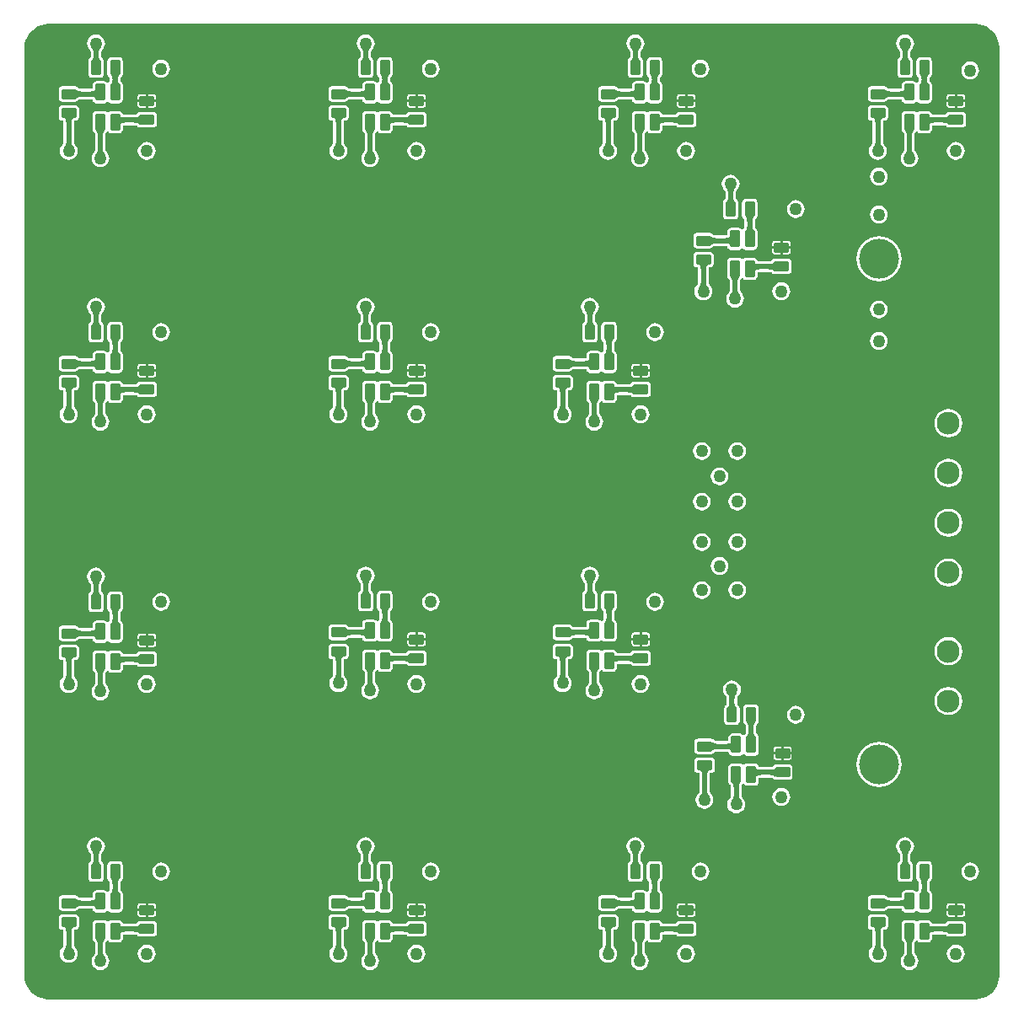
<source format=gbl>
G04*
G04 #@! TF.GenerationSoftware,Altium Limited,Altium Designer,20.1.12 (249)*
G04*
G04 Layer_Physical_Order=4*
G04 Layer_Color=16711680*
%FSAX25Y25*%
%MOIN*%
G70*
G04*
G04 #@! TF.SameCoordinates,CE78A03B-694A-4DC8-B1AE-BFA5CE161D15*
G04*
G04*
G04 #@! TF.FilePolarity,Positive*
G04*
G01*
G75*
%ADD15C,0.00800*%
G04:AMPARAMS|DCode=20|XSize=41.34mil|YSize=59.06mil|CornerRadius=4.13mil|HoleSize=0mil|Usage=FLASHONLY|Rotation=0.000|XOffset=0mil|YOffset=0mil|HoleType=Round|Shape=RoundedRectangle|*
%AMROUNDEDRECTD20*
21,1,0.04134,0.05079,0,0,0.0*
21,1,0.03307,0.05906,0,0,0.0*
1,1,0.00827,0.01654,-0.02539*
1,1,0.00827,-0.01654,-0.02539*
1,1,0.00827,-0.01654,0.02539*
1,1,0.00827,0.01654,0.02539*
%
%ADD20ROUNDEDRECTD20*%
G04:AMPARAMS|DCode=21|XSize=41.34mil|YSize=59.06mil|CornerRadius=4.13mil|HoleSize=0mil|Usage=FLASHONLY|Rotation=270.000|XOffset=0mil|YOffset=0mil|HoleType=Round|Shape=RoundedRectangle|*
%AMROUNDEDRECTD21*
21,1,0.04134,0.05079,0,0,270.0*
21,1,0.03307,0.05906,0,0,270.0*
1,1,0.00827,-0.02539,-0.01654*
1,1,0.00827,-0.02539,0.01654*
1,1,0.00827,0.02539,0.01654*
1,1,0.00827,0.02539,-0.01654*
%
%ADD21ROUNDEDRECTD21*%
G04:AMPARAMS|DCode=25|XSize=39.37mil|YSize=66.93mil|CornerRadius=3.94mil|HoleSize=0mil|Usage=FLASHONLY|Rotation=0.000|XOffset=0mil|YOffset=0mil|HoleType=Round|Shape=RoundedRectangle|*
%AMROUNDEDRECTD25*
21,1,0.03937,0.05906,0,0,0.0*
21,1,0.03150,0.06693,0,0,0.0*
1,1,0.00787,0.01575,-0.02953*
1,1,0.00787,-0.01575,-0.02953*
1,1,0.00787,-0.01575,0.02953*
1,1,0.00787,0.01575,0.02953*
%
%ADD25ROUNDEDRECTD25*%
%ADD38C,0.02000*%
%ADD39C,0.09055*%
%ADD40C,0.15748*%
%ADD41C,0.05000*%
G36*
X0379863Y-0002206D02*
X0381101Y-0002538D01*
X0382284Y-0003028D01*
X0383393Y-0003669D01*
X0384410Y-0004448D01*
X0385315Y-0005354D01*
X0386095Y-0006370D01*
X0386736Y-0007480D01*
X0387226Y-0008663D01*
X0387558Y-0009900D01*
X0387725Y-0011170D01*
X0387725Y-0011811D01*
X0387725Y-0011811D01*
X0387725Y-0011811D01*
X0387725Y-0378146D01*
X0387725Y-0378787D01*
X0387558Y-0380057D01*
X0387226Y-0381294D01*
X0386736Y-0382478D01*
X0386095Y-0383587D01*
X0385315Y-0384603D01*
X0384410Y-0385509D01*
X0383393Y-0386289D01*
X0382284Y-0386929D01*
X0381101Y-0387420D01*
X0379863Y-0387751D01*
X0378538Y-0387926D01*
X0377897Y-0387961D01*
X0011811Y-0387925D01*
X0011811Y-0387925D01*
X0011811Y-0387925D01*
X0011171D01*
X0009900Y-0387757D01*
X0008663Y-0387426D01*
X0007480Y-0386936D01*
X0006370Y-0386295D01*
X0005354Y-0385515D01*
X0004448Y-0384610D01*
X0003669Y-0383593D01*
X0003028Y-0382484D01*
X0002538Y-0381301D01*
X0002206Y-0380063D01*
X0002039Y-0378793D01*
X0002039Y-0378153D01*
X0002039Y-0048000D01*
Y-0011811D01*
Y-0011171D01*
X0002206Y-0009900D01*
X0002538Y-0008663D01*
X0003028Y-0007480D01*
X0003669Y-0006370D01*
X0004448Y-0005354D01*
X0005354Y-0004448D01*
X0006370Y-0003669D01*
X0007480Y-0003028D01*
X0008663Y-0002538D01*
X0009900Y-0002206D01*
X0011170Y-0002039D01*
X0011811Y-0002039D01*
X0011811Y-0002039D01*
X0011811Y-0002039D01*
X0377953Y-0002039D01*
X0378593D01*
X0379863Y-0002206D01*
D02*
G37*
%LPC*%
G36*
X0350384Y-0006253D02*
X0349470Y-0006374D01*
X0348619Y-0006726D01*
X0347888Y-0007287D01*
X0347327Y-0008018D01*
X0346974Y-0008870D01*
X0346854Y-0009783D01*
X0346974Y-0010697D01*
X0347327Y-0011549D01*
X0347888Y-0012280D01*
X0347941Y-0012321D01*
X0348001Y-0012385D01*
X0348073Y-0012477D01*
X0348136Y-0012574D01*
X0348192Y-0012680D01*
X0348241Y-0012796D01*
X0348283Y-0012923D01*
X0348317Y-0013064D01*
X0348342Y-0013219D01*
X0348345Y-0013246D01*
Y-0014669D01*
X0348336Y-0014751D01*
X0348305Y-0014922D01*
X0348264Y-0015069D01*
X0348216Y-0015194D01*
X0348162Y-0015300D01*
X0348102Y-0015390D01*
X0348036Y-0015469D01*
X0347961Y-0015540D01*
X0347829Y-0015640D01*
X0347812Y-0015658D01*
X0347711Y-0015725D01*
X0347592Y-0015904D01*
X0347563Y-0015936D01*
X0347555Y-0015959D01*
X0347399Y-0016193D01*
X0347289Y-0016744D01*
Y-0021823D01*
X0347399Y-0022374D01*
X0347711Y-0022842D01*
X0348179Y-0023154D01*
X0348730Y-0023264D01*
X0352037D01*
X0352589Y-0023154D01*
X0353056Y-0022842D01*
X0353369Y-0022374D01*
X0353479Y-0021823D01*
Y-0016744D01*
X0353369Y-0016193D01*
X0353213Y-0015959D01*
X0353205Y-0015936D01*
X0353176Y-0015904D01*
X0353056Y-0015725D01*
X0352955Y-0015658D01*
X0352939Y-0015640D01*
X0352806Y-0015540D01*
X0352731Y-0015469D01*
X0352665Y-0015390D01*
X0352606Y-0015300D01*
X0352552Y-0015194D01*
X0352504Y-0015069D01*
X0352463Y-0014922D01*
X0352432Y-0014751D01*
X0352423Y-0014669D01*
Y-0013246D01*
X0352426Y-0013219D01*
X0352451Y-0013064D01*
X0352485Y-0012923D01*
X0352527Y-0012796D01*
X0352576Y-0012680D01*
X0352632Y-0012574D01*
X0352695Y-0012477D01*
X0352767Y-0012385D01*
X0352827Y-0012321D01*
X0352880Y-0012280D01*
X0353441Y-0011549D01*
X0353794Y-0010697D01*
X0353914Y-0009783D01*
X0353794Y-0008870D01*
X0353441Y-0008018D01*
X0352880Y-0007287D01*
X0352149Y-0006726D01*
X0351297Y-0006374D01*
X0350384Y-0006253D01*
D02*
G37*
G36*
X0243717D02*
X0242804Y-0006374D01*
X0241952Y-0006726D01*
X0241221Y-0007287D01*
X0240660Y-0008018D01*
X0240307Y-0008870D01*
X0240187Y-0009783D01*
X0240307Y-0010697D01*
X0240660Y-0011549D01*
X0241221Y-0012280D01*
X0241274Y-0012321D01*
X0241334Y-0012385D01*
X0241406Y-0012477D01*
X0241469Y-0012574D01*
X0241525Y-0012680D01*
X0241574Y-0012796D01*
X0241616Y-0012923D01*
X0241650Y-0013064D01*
X0241675Y-0013219D01*
X0241678Y-0013246D01*
Y-0014669D01*
X0241670Y-0014751D01*
X0241638Y-0014922D01*
X0241597Y-0015069D01*
X0241549Y-0015194D01*
X0241495Y-0015300D01*
X0241436Y-0015390D01*
X0241370Y-0015469D01*
X0241295Y-0015540D01*
X0241162Y-0015640D01*
X0241146Y-0015658D01*
X0241045Y-0015725D01*
X0240925Y-0015904D01*
X0240897Y-0015936D01*
X0240889Y-0015959D01*
X0240732Y-0016193D01*
X0240623Y-0016744D01*
Y-0021823D01*
X0240732Y-0022374D01*
X0241045Y-0022842D01*
X0241512Y-0023154D01*
X0242064Y-0023264D01*
X0245371D01*
X0245922Y-0023154D01*
X0246390Y-0022842D01*
X0246702Y-0022374D01*
X0246812Y-0021823D01*
Y-0016744D01*
X0246702Y-0016193D01*
X0246546Y-0015959D01*
X0246538Y-0015936D01*
X0246509Y-0015904D01*
X0246390Y-0015725D01*
X0246289Y-0015658D01*
X0246273Y-0015640D01*
X0246140Y-0015540D01*
X0246065Y-0015469D01*
X0245999Y-0015390D01*
X0245939Y-0015300D01*
X0245885Y-0015194D01*
X0245837Y-0015069D01*
X0245796Y-0014922D01*
X0245765Y-0014751D01*
X0245756Y-0014669D01*
Y-0013246D01*
X0245759Y-0013219D01*
X0245784Y-0013064D01*
X0245819Y-0012923D01*
X0245860Y-0012796D01*
X0245909Y-0012680D01*
X0245965Y-0012574D01*
X0246028Y-0012477D01*
X0246100Y-0012385D01*
X0246160Y-0012321D01*
X0246213Y-0012280D01*
X0246774Y-0011549D01*
X0247127Y-0010697D01*
X0247247Y-0009783D01*
X0247127Y-0008870D01*
X0246774Y-0008018D01*
X0246213Y-0007287D01*
X0245482Y-0006726D01*
X0244631Y-0006374D01*
X0243717Y-0006253D01*
D02*
G37*
G36*
X0137050D02*
X0136137Y-0006374D01*
X0135285Y-0006726D01*
X0134554Y-0007287D01*
X0133993Y-0008018D01*
X0133641Y-0008870D01*
X0133520Y-0009783D01*
X0133641Y-0010697D01*
X0133993Y-0011549D01*
X0134554Y-0012280D01*
X0134608Y-0012321D01*
X0134668Y-0012385D01*
X0134739Y-0012477D01*
X0134803Y-0012574D01*
X0134859Y-0012680D01*
X0134907Y-0012796D01*
X0134949Y-0012923D01*
X0134983Y-0013064D01*
X0135009Y-0013219D01*
X0135011Y-0013246D01*
Y-0014669D01*
X0135003Y-0014751D01*
X0134971Y-0014922D01*
X0134930Y-0015069D01*
X0134882Y-0015194D01*
X0134828Y-0015300D01*
X0134769Y-0015390D01*
X0134703Y-0015469D01*
X0134628Y-0015540D01*
X0134495Y-0015640D01*
X0134479Y-0015658D01*
X0134378Y-0015725D01*
X0134258Y-0015904D01*
X0134230Y-0015936D01*
X0134222Y-0015959D01*
X0134066Y-0016193D01*
X0133956Y-0016744D01*
Y-0021823D01*
X0134066Y-0022374D01*
X0134378Y-0022842D01*
X0134845Y-0023154D01*
X0135397Y-0023264D01*
X0138704D01*
X0139255Y-0023154D01*
X0139723Y-0022842D01*
X0140035Y-0022374D01*
X0140145Y-0021823D01*
Y-0016744D01*
X0140035Y-0016193D01*
X0139879Y-0015959D01*
X0139871Y-0015936D01*
X0139843Y-0015904D01*
X0139723Y-0015725D01*
X0139622Y-0015658D01*
X0139606Y-0015640D01*
X0139473Y-0015540D01*
X0139398Y-0015469D01*
X0139332Y-0015390D01*
X0139273Y-0015300D01*
X0139219Y-0015194D01*
X0139171Y-0015069D01*
X0139130Y-0014922D01*
X0139098Y-0014751D01*
X0139090Y-0014669D01*
Y-0013246D01*
X0139092Y-0013219D01*
X0139118Y-0013064D01*
X0139152Y-0012923D01*
X0139194Y-0012796D01*
X0139243Y-0012680D01*
X0139298Y-0012574D01*
X0139362Y-0012477D01*
X0139434Y-0012385D01*
X0139494Y-0012321D01*
X0139547Y-0012280D01*
X0140108Y-0011549D01*
X0140460Y-0010697D01*
X0140581Y-0009783D01*
X0140460Y-0008870D01*
X0140108Y-0008018D01*
X0139547Y-0007287D01*
X0138816Y-0006726D01*
X0137964Y-0006374D01*
X0137050Y-0006253D01*
D02*
G37*
G36*
X0030384D02*
X0029470Y-0006374D01*
X0028619Y-0006726D01*
X0027888Y-0007287D01*
X0027327Y-0008018D01*
X0026974Y-0008870D01*
X0026854Y-0009783D01*
X0026974Y-0010697D01*
X0027327Y-0011549D01*
X0027888Y-0012280D01*
X0027941Y-0012321D01*
X0028001Y-0012385D01*
X0028073Y-0012477D01*
X0028136Y-0012574D01*
X0028192Y-0012680D01*
X0028241Y-0012796D01*
X0028282Y-0012923D01*
X0028317Y-0013064D01*
X0028342Y-0013219D01*
X0028345Y-0013246D01*
Y-0014669D01*
X0028336Y-0014751D01*
X0028305Y-0014922D01*
X0028264Y-0015069D01*
X0028216Y-0015194D01*
X0028162Y-0015300D01*
X0028102Y-0015390D01*
X0028036Y-0015469D01*
X0027961Y-0015540D01*
X0027828Y-0015640D01*
X0027812Y-0015658D01*
X0027711Y-0015725D01*
X0027592Y-0015904D01*
X0027563Y-0015936D01*
X0027555Y-0015959D01*
X0027399Y-0016193D01*
X0027289Y-0016744D01*
Y-0021823D01*
X0027399Y-0022374D01*
X0027711Y-0022842D01*
X0028179Y-0023154D01*
X0028730Y-0023264D01*
X0032037D01*
X0032589Y-0023154D01*
X0033056Y-0022842D01*
X0033369Y-0022374D01*
X0033479Y-0021823D01*
Y-0016744D01*
X0033369Y-0016193D01*
X0033213Y-0015959D01*
X0033205Y-0015936D01*
X0033176Y-0015904D01*
X0033056Y-0015725D01*
X0032955Y-0015658D01*
X0032939Y-0015640D01*
X0032807Y-0015540D01*
X0032731Y-0015469D01*
X0032665Y-0015390D01*
X0032606Y-0015300D01*
X0032552Y-0015194D01*
X0032504Y-0015069D01*
X0032463Y-0014922D01*
X0032432Y-0014751D01*
X0032423Y-0014669D01*
Y-0013246D01*
X0032426Y-0013219D01*
X0032451Y-0013064D01*
X0032485Y-0012923D01*
X0032527Y-0012796D01*
X0032576Y-0012680D01*
X0032632Y-0012574D01*
X0032695Y-0012477D01*
X0032767Y-0012385D01*
X0032827Y-0012321D01*
X0032880Y-0012280D01*
X0033441Y-0011549D01*
X0033794Y-0010697D01*
X0033914Y-0009783D01*
X0033794Y-0008870D01*
X0033441Y-0008018D01*
X0032880Y-0007287D01*
X0032149Y-0006726D01*
X0031297Y-0006374D01*
X0030384Y-0006253D01*
D02*
G37*
G36*
X0269449Y-0016253D02*
X0268536Y-0016374D01*
X0267684Y-0016726D01*
X0266953Y-0017287D01*
X0266392Y-0018018D01*
X0266039Y-0018870D01*
X0265919Y-0019783D01*
X0266039Y-0020697D01*
X0266392Y-0021549D01*
X0266953Y-0022280D01*
X0267684Y-0022841D01*
X0268536Y-0023193D01*
X0269449Y-0023314D01*
X0270363Y-0023193D01*
X0271215Y-0022841D01*
X0271946Y-0022280D01*
X0272507Y-0021549D01*
X0272859Y-0020697D01*
X0272980Y-0019783D01*
X0272859Y-0018870D01*
X0272507Y-0018018D01*
X0271946Y-0017287D01*
X0271215Y-0016726D01*
X0270363Y-0016374D01*
X0269449Y-0016253D01*
D02*
G37*
G36*
X0162783D02*
X0161869Y-0016374D01*
X0161018Y-0016726D01*
X0160286Y-0017287D01*
X0159725Y-0018018D01*
X0159373Y-0018870D01*
X0159253Y-0019783D01*
X0159373Y-0020697D01*
X0159725Y-0021549D01*
X0160286Y-0022280D01*
X0161018Y-0022841D01*
X0161869Y-0023193D01*
X0162783Y-0023314D01*
X0163696Y-0023193D01*
X0164548Y-0022841D01*
X0165279Y-0022280D01*
X0165840Y-0021549D01*
X0166193Y-0020697D01*
X0166313Y-0019783D01*
X0166193Y-0018870D01*
X0165840Y-0018018D01*
X0165279Y-0017287D01*
X0164548Y-0016726D01*
X0163696Y-0016374D01*
X0162783Y-0016253D01*
D02*
G37*
G36*
X0056116D02*
X0055202Y-0016374D01*
X0054351Y-0016726D01*
X0053620Y-0017287D01*
X0053059Y-0018018D01*
X0052706Y-0018870D01*
X0052586Y-0019783D01*
X0052706Y-0020697D01*
X0053059Y-0021549D01*
X0053620Y-0022280D01*
X0054351Y-0022841D01*
X0055202Y-0023193D01*
X0056116Y-0023314D01*
X0057030Y-0023193D01*
X0057881Y-0022841D01*
X0058612Y-0022280D01*
X0059173Y-0021549D01*
X0059526Y-0020697D01*
X0059646Y-0019783D01*
X0059526Y-0018870D01*
X0059173Y-0018018D01*
X0058612Y-0017287D01*
X0057881Y-0016726D01*
X0057030Y-0016374D01*
X0056116Y-0016253D01*
D02*
G37*
G36*
X0376116Y-0016970D02*
X0375202Y-0017090D01*
X0374351Y-0017443D01*
X0373620Y-0018004D01*
X0373059Y-0018735D01*
X0372706Y-0019586D01*
X0372586Y-0020500D01*
X0372706Y-0021414D01*
X0373059Y-0022265D01*
X0373620Y-0022996D01*
X0374351Y-0023557D01*
X0375202Y-0023910D01*
X0376116Y-0024030D01*
X0377030Y-0023910D01*
X0377881Y-0023557D01*
X0378612Y-0022996D01*
X0379173Y-0022265D01*
X0379526Y-0021414D01*
X0379646Y-0020500D01*
X0379526Y-0019586D01*
X0379173Y-0018735D01*
X0378612Y-0018004D01*
X0377881Y-0017443D01*
X0377030Y-0017090D01*
X0376116Y-0016970D01*
D02*
G37*
G36*
X0251237Y-0015244D02*
X0250942Y-0015303D01*
X0249583D01*
X0249032Y-0015413D01*
X0248564Y-0015725D01*
X0248252Y-0016193D01*
X0248142Y-0016744D01*
Y-0021823D01*
X0248252Y-0022374D01*
X0248408Y-0022608D01*
X0248416Y-0022631D01*
X0248445Y-0022663D01*
X0248564Y-0022842D01*
X0248665Y-0022909D01*
X0248681Y-0022927D01*
X0248814Y-0023027D01*
X0248889Y-0023098D01*
X0248955Y-0023177D01*
X0249015Y-0023267D01*
X0249069Y-0023373D01*
X0249117Y-0023498D01*
X0249158Y-0023645D01*
X0249189Y-0023816D01*
X0249198Y-0023898D01*
Y-0024152D01*
X0249192Y-0024223D01*
X0249163Y-0024415D01*
X0249125Y-0024576D01*
X0249083Y-0024708D01*
X0249038Y-0024810D01*
X0248993Y-0024887D01*
X0248951Y-0024943D01*
X0248910Y-0024984D01*
X0248813Y-0025060D01*
X0248800Y-0025074D01*
X0248707Y-0025137D01*
X0248634Y-0025245D01*
X0248293Y-0025313D01*
X0248033Y-0025245D01*
X0247960Y-0025137D01*
X0247499Y-0024829D01*
X0246955Y-0024721D01*
X0243806D01*
X0243262Y-0024829D01*
X0242801Y-0025137D01*
X0242493Y-0025598D01*
X0242385Y-0026142D01*
Y-0027653D01*
X0242379Y-0027655D01*
X0242227Y-0027696D01*
X0242013Y-0027731D01*
X0241864Y-0027744D01*
X0237544D01*
X0237462Y-0027736D01*
X0237291Y-0027704D01*
X0237144Y-0027663D01*
X0237019Y-0027615D01*
X0236914Y-0027561D01*
X0236823Y-0027502D01*
X0236745Y-0027436D01*
X0236673Y-0027361D01*
X0236574Y-0027228D01*
X0236556Y-0027212D01*
X0236488Y-0027111D01*
X0236309Y-0026991D01*
X0236277Y-0026963D01*
X0236254Y-0026955D01*
X0236021Y-0026799D01*
X0235469Y-0026689D01*
X0230390D01*
X0229839Y-0026799D01*
X0229371Y-0027111D01*
X0229059Y-0027578D01*
X0228949Y-0028130D01*
Y-0031437D01*
X0229059Y-0031988D01*
X0229371Y-0032456D01*
X0229839Y-0032768D01*
X0230390Y-0032878D01*
X0235469D01*
X0236021Y-0032768D01*
X0236254Y-0032612D01*
X0236277Y-0032604D01*
X0236309Y-0032576D01*
X0236488Y-0032456D01*
X0236556Y-0032355D01*
X0236574Y-0032339D01*
X0236673Y-0032206D01*
X0236745Y-0032131D01*
X0236823Y-0032065D01*
X0236914Y-0032006D01*
X0237019Y-0031952D01*
X0237144Y-0031904D01*
X0237291Y-0031863D01*
X0237462Y-0031831D01*
X0237544Y-0031823D01*
X0241864D01*
X0242013Y-0031836D01*
X0242227Y-0031871D01*
X0242379Y-0031912D01*
X0242385Y-0031914D01*
Y-0032047D01*
X0242493Y-0032591D01*
X0242801Y-0033052D01*
X0243262Y-0033360D01*
X0243806Y-0033468D01*
X0246955D01*
X0247499Y-0033360D01*
X0247960Y-0033052D01*
X0248033Y-0032944D01*
X0248634D01*
X0248707Y-0033052D01*
X0249167Y-0033360D01*
X0249711Y-0033468D01*
X0252861D01*
X0253405Y-0033360D01*
X0253866Y-0033052D01*
X0254174Y-0032591D01*
X0254282Y-0032047D01*
Y-0026142D01*
X0254174Y-0025598D01*
X0254023Y-0025373D01*
X0254016Y-0025351D01*
X0253987Y-0025319D01*
X0253866Y-0025137D01*
X0253767Y-0025071D01*
X0253751Y-0025054D01*
X0253629Y-0024961D01*
X0253565Y-0024899D01*
X0253506Y-0024827D01*
X0253452Y-0024741D01*
X0253401Y-0024637D01*
X0253354Y-0024511D01*
X0253315Y-0024360D01*
X0253284Y-0024184D01*
X0253276Y-0024104D01*
Y-0023898D01*
X0253285Y-0023816D01*
X0253316Y-0023645D01*
X0253357Y-0023498D01*
X0253405Y-0023373D01*
X0253459Y-0023267D01*
X0253518Y-0023177D01*
X0253584Y-0023098D01*
X0253660Y-0023027D01*
X0253792Y-0022927D01*
X0253808Y-0022909D01*
X0253909Y-0022842D01*
X0254029Y-0022663D01*
X0254058Y-0022631D01*
X0254066Y-0022608D01*
X0254222Y-0022374D01*
X0254331Y-0021823D01*
Y-0016744D01*
X0254222Y-0016193D01*
X0253909Y-0015725D01*
X0253442Y-0015413D01*
X0252890Y-0015303D01*
X0251532D01*
X0251237Y-0015244D01*
D02*
G37*
G36*
X0357904D02*
X0357608Y-0015303D01*
X0356250D01*
X0355698Y-0015413D01*
X0355231Y-0015725D01*
X0354919Y-0016193D01*
X0354809Y-0016744D01*
Y-0021823D01*
X0354919Y-0022374D01*
X0355075Y-0022608D01*
X0355083Y-0022631D01*
X0355111Y-0022663D01*
X0355231Y-0022842D01*
X0355332Y-0022909D01*
X0355348Y-0022927D01*
X0355481Y-0023027D01*
X0355556Y-0023098D01*
X0355622Y-0023177D01*
X0355681Y-0023267D01*
X0355735Y-0023373D01*
X0355783Y-0023498D01*
X0355824Y-0023645D01*
X0355856Y-0023816D01*
X0355864Y-0023898D01*
Y-0024152D01*
X0355858Y-0024223D01*
X0355829Y-0024415D01*
X0355792Y-0024576D01*
X0355749Y-0024708D01*
X0355704Y-0024810D01*
X0355660Y-0024887D01*
X0355617Y-0024943D01*
X0355577Y-0024984D01*
X0355480Y-0025060D01*
X0355467Y-0025074D01*
X0355373Y-0025137D01*
X0355301Y-0025245D01*
X0354960Y-0025313D01*
X0354699Y-0025245D01*
X0354627Y-0025137D01*
X0354166Y-0024829D01*
X0353622Y-0024721D01*
X0350472D01*
X0349929Y-0024829D01*
X0349468Y-0025137D01*
X0349160Y-0025598D01*
X0349051Y-0026142D01*
Y-0027653D01*
X0349046Y-0027655D01*
X0348894Y-0027696D01*
X0348679Y-0027731D01*
X0348530Y-0027744D01*
X0344211D01*
X0344129Y-0027736D01*
X0343958Y-0027704D01*
X0343811Y-0027663D01*
X0343686Y-0027615D01*
X0343580Y-0027561D01*
X0343490Y-0027502D01*
X0343411Y-0027436D01*
X0343340Y-0027361D01*
X0343240Y-0027228D01*
X0343222Y-0027212D01*
X0343155Y-0027111D01*
X0342976Y-0026991D01*
X0342944Y-0026963D01*
X0342921Y-0026955D01*
X0342687Y-0026799D01*
X0342136Y-0026689D01*
X0337057D01*
X0336506Y-0026799D01*
X0336038Y-0027111D01*
X0335726Y-0027578D01*
X0335616Y-0028130D01*
Y-0031437D01*
X0335726Y-0031988D01*
X0336038Y-0032456D01*
X0336506Y-0032768D01*
X0337057Y-0032878D01*
X0342136D01*
X0342687Y-0032768D01*
X0342921Y-0032612D01*
X0342944Y-0032604D01*
X0342976Y-0032576D01*
X0343155Y-0032456D01*
X0343222Y-0032355D01*
X0343240Y-0032339D01*
X0343340Y-0032206D01*
X0343411Y-0032131D01*
X0343490Y-0032065D01*
X0343580Y-0032006D01*
X0343686Y-0031952D01*
X0343811Y-0031904D01*
X0343958Y-0031863D01*
X0344129Y-0031831D01*
X0344211Y-0031823D01*
X0348530D01*
X0348679Y-0031836D01*
X0348894Y-0031871D01*
X0349046Y-0031912D01*
X0349051Y-0031914D01*
Y-0032047D01*
X0349160Y-0032591D01*
X0349468Y-0033052D01*
X0349929Y-0033360D01*
X0350472Y-0033468D01*
X0353622D01*
X0354166Y-0033360D01*
X0354627Y-0033052D01*
X0354699Y-0032944D01*
X0355301D01*
X0355373Y-0033052D01*
X0355834Y-0033360D01*
X0356378Y-0033468D01*
X0359528D01*
X0360071Y-0033360D01*
X0360532Y-0033052D01*
X0360840Y-0032591D01*
X0360949Y-0032047D01*
Y-0026142D01*
X0360840Y-0025598D01*
X0360690Y-0025373D01*
X0360682Y-0025351D01*
X0360654Y-0025319D01*
X0360532Y-0025137D01*
X0360433Y-0025071D01*
X0360418Y-0025054D01*
X0360296Y-0024961D01*
X0360231Y-0024899D01*
X0360173Y-0024827D01*
X0360118Y-0024741D01*
X0360067Y-0024637D01*
X0360021Y-0024511D01*
X0359981Y-0024360D01*
X0359950Y-0024184D01*
X0359943Y-0024104D01*
Y-0023898D01*
X0359951Y-0023816D01*
X0359983Y-0023645D01*
X0360024Y-0023498D01*
X0360072Y-0023373D01*
X0360126Y-0023267D01*
X0360185Y-0023177D01*
X0360251Y-0023098D01*
X0360326Y-0023027D01*
X0360459Y-0022927D01*
X0360475Y-0022909D01*
X0360576Y-0022842D01*
X0360696Y-0022663D01*
X0360724Y-0022631D01*
X0360732Y-0022608D01*
X0360889Y-0022374D01*
X0360998Y-0021823D01*
Y-0016744D01*
X0360889Y-0016193D01*
X0360576Y-0015725D01*
X0360109Y-0015413D01*
X0359557Y-0015303D01*
X0358199D01*
X0357904Y-0015244D01*
D02*
G37*
G36*
X0144570D02*
X0144275Y-0015303D01*
X0142917D01*
X0142365Y-0015413D01*
X0141898Y-0015725D01*
X0141585Y-0016193D01*
X0141476Y-0016744D01*
Y-0021823D01*
X0141585Y-0022374D01*
X0141742Y-0022608D01*
X0141750Y-0022631D01*
X0141778Y-0022663D01*
X0141898Y-0022842D01*
X0141999Y-0022909D01*
X0142015Y-0022927D01*
X0142148Y-0023027D01*
X0142223Y-0023098D01*
X0142289Y-0023177D01*
X0142348Y-0023267D01*
X0142402Y-0023373D01*
X0142450Y-0023498D01*
X0142491Y-0023645D01*
X0142523Y-0023816D01*
X0142531Y-0023898D01*
Y-0024152D01*
X0142525Y-0024223D01*
X0142496Y-0024415D01*
X0142459Y-0024576D01*
X0142416Y-0024708D01*
X0142371Y-0024810D01*
X0142326Y-0024887D01*
X0142284Y-0024943D01*
X0142244Y-0024984D01*
X0142146Y-0025060D01*
X0142133Y-0025074D01*
X0142040Y-0025137D01*
X0141967Y-0025245D01*
X0141627Y-0025313D01*
X0141366Y-0025245D01*
X0141294Y-0025137D01*
X0140832Y-0024829D01*
X0140289Y-0024721D01*
X0137139D01*
X0136595Y-0024829D01*
X0136134Y-0025137D01*
X0135826Y-0025598D01*
X0135718Y-0026142D01*
Y-0027653D01*
X0135713Y-0027655D01*
X0135560Y-0027696D01*
X0135346Y-0027731D01*
X0135197Y-0027744D01*
X0130877D01*
X0130796Y-0027736D01*
X0130625Y-0027704D01*
X0130477Y-0027663D01*
X0130353Y-0027615D01*
X0130247Y-0027561D01*
X0130157Y-0027502D01*
X0130078Y-0027436D01*
X0130007Y-0027361D01*
X0129907Y-0027228D01*
X0129889Y-0027212D01*
X0129821Y-0027111D01*
X0129642Y-0026991D01*
X0129611Y-0026963D01*
X0129588Y-0026955D01*
X0129354Y-0026799D01*
X0128802Y-0026689D01*
X0123724D01*
X0123172Y-0026799D01*
X0122705Y-0027111D01*
X0122392Y-0027578D01*
X0122283Y-0028130D01*
Y-0031437D01*
X0122392Y-0031988D01*
X0122705Y-0032456D01*
X0123172Y-0032768D01*
X0123724Y-0032878D01*
X0128802D01*
X0129354Y-0032768D01*
X0129588Y-0032612D01*
X0129611Y-0032604D01*
X0129642Y-0032576D01*
X0129821Y-0032456D01*
X0129889Y-0032355D01*
X0129907Y-0032339D01*
X0130007Y-0032206D01*
X0130078Y-0032131D01*
X0130157Y-0032065D01*
X0130247Y-0032006D01*
X0130352Y-0031952D01*
X0130477Y-0031904D01*
X0130625Y-0031863D01*
X0130796Y-0031831D01*
X0130877Y-0031823D01*
X0135197D01*
X0135346Y-0031836D01*
X0135560Y-0031871D01*
X0135713Y-0031912D01*
X0135718Y-0031914D01*
Y-0032047D01*
X0135826Y-0032591D01*
X0136134Y-0033052D01*
X0136595Y-0033360D01*
X0137139Y-0033468D01*
X0140289D01*
X0140832Y-0033360D01*
X0141294Y-0033052D01*
X0141366Y-0032944D01*
X0141967D01*
X0142040Y-0033052D01*
X0142501Y-0033360D01*
X0143045Y-0033468D01*
X0146194D01*
X0146738Y-0033360D01*
X0147199Y-0033052D01*
X0147507Y-0032591D01*
X0147615Y-0032047D01*
Y-0026142D01*
X0147507Y-0025598D01*
X0147357Y-0025373D01*
X0147349Y-0025351D01*
X0147321Y-0025319D01*
X0147199Y-0025137D01*
X0147100Y-0025071D01*
X0147085Y-0025054D01*
X0146963Y-0024961D01*
X0146898Y-0024899D01*
X0146839Y-0024827D01*
X0146785Y-0024741D01*
X0146734Y-0024637D01*
X0146688Y-0024511D01*
X0146648Y-0024360D01*
X0146617Y-0024184D01*
X0146609Y-0024104D01*
Y-0023898D01*
X0146618Y-0023816D01*
X0146650Y-0023645D01*
X0146690Y-0023498D01*
X0146738Y-0023373D01*
X0146792Y-0023267D01*
X0146852Y-0023177D01*
X0146918Y-0023098D01*
X0146993Y-0023027D01*
X0147126Y-0022927D01*
X0147142Y-0022909D01*
X0147243Y-0022842D01*
X0147362Y-0022663D01*
X0147391Y-0022631D01*
X0147399Y-0022608D01*
X0147555Y-0022374D01*
X0147665Y-0021823D01*
Y-0016744D01*
X0147555Y-0016193D01*
X0147243Y-0015725D01*
X0146775Y-0015413D01*
X0146224Y-0015303D01*
X0144866D01*
X0144570Y-0015244D01*
D02*
G37*
G36*
X0037903D02*
X0037608Y-0015303D01*
X0036250D01*
X0035699Y-0015413D01*
X0035231Y-0015725D01*
X0034919Y-0016193D01*
X0034809Y-0016744D01*
Y-0021823D01*
X0034919Y-0022374D01*
X0035075Y-0022608D01*
X0035083Y-0022631D01*
X0035111Y-0022663D01*
X0035231Y-0022842D01*
X0035332Y-0022909D01*
X0035348Y-0022927D01*
X0035481Y-0023027D01*
X0035556Y-0023098D01*
X0035622Y-0023177D01*
X0035682Y-0023267D01*
X0035735Y-0023373D01*
X0035783Y-0023498D01*
X0035824Y-0023645D01*
X0035856Y-0023816D01*
X0035864Y-0023898D01*
Y-0024152D01*
X0035858Y-0024223D01*
X0035829Y-0024415D01*
X0035792Y-0024576D01*
X0035749Y-0024708D01*
X0035704Y-0024810D01*
X0035660Y-0024887D01*
X0035617Y-0024943D01*
X0035577Y-0024984D01*
X0035480Y-0025060D01*
X0035467Y-0025074D01*
X0035373Y-0025137D01*
X0035301Y-0025245D01*
X0034960Y-0025313D01*
X0034699Y-0025245D01*
X0034627Y-0025137D01*
X0034166Y-0024829D01*
X0033622Y-0024721D01*
X0030472D01*
X0029929Y-0024829D01*
X0029468Y-0025137D01*
X0029160Y-0025598D01*
X0029051Y-0026142D01*
Y-0027653D01*
X0029046Y-0027655D01*
X0028894Y-0027696D01*
X0028679Y-0027731D01*
X0028530Y-0027744D01*
X0024211D01*
X0024129Y-0027736D01*
X0023958Y-0027704D01*
X0023811Y-0027663D01*
X0023686Y-0027615D01*
X0023580Y-0027561D01*
X0023490Y-0027502D01*
X0023411Y-0027436D01*
X0023340Y-0027361D01*
X0023240Y-0027228D01*
X0023222Y-0027212D01*
X0023155Y-0027111D01*
X0022976Y-0026991D01*
X0022944Y-0026963D01*
X0022921Y-0026955D01*
X0022687Y-0026799D01*
X0022136Y-0026689D01*
X0017057D01*
X0016506Y-0026799D01*
X0016038Y-0027111D01*
X0015726Y-0027578D01*
X0015616Y-0028130D01*
Y-0031437D01*
X0015726Y-0031988D01*
X0016038Y-0032456D01*
X0016506Y-0032768D01*
X0017057Y-0032878D01*
X0022136D01*
X0022687Y-0032768D01*
X0022921Y-0032612D01*
X0022944Y-0032604D01*
X0022976Y-0032576D01*
X0023155Y-0032456D01*
X0023222Y-0032355D01*
X0023240Y-0032339D01*
X0023340Y-0032206D01*
X0023411Y-0032131D01*
X0023490Y-0032065D01*
X0023580Y-0032006D01*
X0023686Y-0031952D01*
X0023811Y-0031904D01*
X0023958Y-0031863D01*
X0024129Y-0031831D01*
X0024211Y-0031823D01*
X0028530D01*
X0028679Y-0031836D01*
X0028894Y-0031871D01*
X0029046Y-0031912D01*
X0029051Y-0031914D01*
Y-0032047D01*
X0029160Y-0032591D01*
X0029468Y-0033052D01*
X0029929Y-0033360D01*
X0030472Y-0033468D01*
X0033622D01*
X0034166Y-0033360D01*
X0034627Y-0033052D01*
X0034699Y-0032944D01*
X0035301D01*
X0035373Y-0033052D01*
X0035834Y-0033360D01*
X0036378Y-0033468D01*
X0039528D01*
X0040071Y-0033360D01*
X0040532Y-0033052D01*
X0040840Y-0032591D01*
X0040949Y-0032047D01*
Y-0026142D01*
X0040840Y-0025598D01*
X0040690Y-0025373D01*
X0040682Y-0025351D01*
X0040654Y-0025319D01*
X0040532Y-0025137D01*
X0040433Y-0025071D01*
X0040418Y-0025054D01*
X0040296Y-0024961D01*
X0040231Y-0024899D01*
X0040173Y-0024827D01*
X0040118Y-0024741D01*
X0040067Y-0024637D01*
X0040021Y-0024511D01*
X0039981Y-0024360D01*
X0039950Y-0024184D01*
X0039943Y-0024104D01*
Y-0023898D01*
X0039951Y-0023816D01*
X0039983Y-0023645D01*
X0040024Y-0023498D01*
X0040072Y-0023373D01*
X0040126Y-0023267D01*
X0040185Y-0023177D01*
X0040251Y-0023098D01*
X0040326Y-0023027D01*
X0040459Y-0022927D01*
X0040475Y-0022909D01*
X0040576Y-0022842D01*
X0040696Y-0022663D01*
X0040724Y-0022631D01*
X0040732Y-0022608D01*
X0040889Y-0022374D01*
X0040998Y-0021823D01*
Y-0016744D01*
X0040889Y-0016193D01*
X0040576Y-0015725D01*
X0040109Y-0015413D01*
X0039557Y-0015303D01*
X0038199D01*
X0037903Y-0015244D01*
D02*
G37*
G36*
X0372943Y-0029794D02*
X0370903D01*
Y-0031980D01*
X0373976D01*
Y-0030827D01*
X0373897Y-0030431D01*
X0373674Y-0030096D01*
X0373338Y-0029872D01*
X0372943Y-0029794D01*
D02*
G37*
G36*
X0369903D02*
X0367864D01*
X0367469Y-0029872D01*
X0367133Y-0030096D01*
X0366910Y-0030431D01*
X0366831Y-0030827D01*
Y-0031980D01*
X0369903D01*
Y-0029794D01*
D02*
G37*
G36*
X0266276D02*
X0264237D01*
Y-0031980D01*
X0267309D01*
Y-0030827D01*
X0267231Y-0030431D01*
X0267007Y-0030096D01*
X0266672Y-0029872D01*
X0266276Y-0029794D01*
D02*
G37*
G36*
X0159609D02*
X0157570D01*
Y-0031980D01*
X0160643D01*
Y-0030827D01*
X0160564Y-0030431D01*
X0160340Y-0030096D01*
X0160005Y-0029872D01*
X0159609Y-0029794D01*
D02*
G37*
G36*
X0052943D02*
X0050903D01*
Y-0031980D01*
X0053976D01*
Y-0030827D01*
X0053898Y-0030431D01*
X0053673Y-0030096D01*
X0053338Y-0029872D01*
X0052943Y-0029794D01*
D02*
G37*
G36*
X0263237D02*
X0261197D01*
X0260802Y-0029872D01*
X0260467Y-0030096D01*
X0260243Y-0030431D01*
X0260164Y-0030827D01*
Y-0031980D01*
X0263237D01*
Y-0029794D01*
D02*
G37*
G36*
X0156570D02*
X0154531D01*
X0154135Y-0029872D01*
X0153800Y-0030096D01*
X0153576Y-0030431D01*
X0153498Y-0030827D01*
Y-0031980D01*
X0156570D01*
Y-0029794D01*
D02*
G37*
G36*
X0049904D02*
X0047864D01*
X0047469Y-0029872D01*
X0047133Y-0030096D01*
X0046910Y-0030431D01*
X0046831Y-0030827D01*
Y-0031980D01*
X0049904D01*
Y-0029794D01*
D02*
G37*
G36*
X0373976Y-0032980D02*
X0370903D01*
Y-0035167D01*
X0372943D01*
X0373338Y-0035089D01*
X0373674Y-0034865D01*
X0373897Y-0034529D01*
X0373976Y-0034134D01*
Y-0032980D01*
D02*
G37*
G36*
X0369903D02*
X0366831D01*
Y-0034134D01*
X0366910Y-0034529D01*
X0367133Y-0034865D01*
X0367469Y-0035089D01*
X0367864Y-0035167D01*
X0369903D01*
Y-0032980D01*
D02*
G37*
G36*
X0267309Y-0032980D02*
X0264237D01*
Y-0035167D01*
X0266276D01*
X0266672Y-0035089D01*
X0267007Y-0034865D01*
X0267231Y-0034529D01*
X0267309Y-0034134D01*
Y-0032980D01*
D02*
G37*
G36*
X0263237D02*
X0260164D01*
Y-0034134D01*
X0260243Y-0034529D01*
X0260467Y-0034865D01*
X0260802Y-0035089D01*
X0261197Y-0035167D01*
X0263237D01*
Y-0032980D01*
D02*
G37*
G36*
X0160643D02*
X0157570D01*
Y-0035167D01*
X0159609D01*
X0160005Y-0035089D01*
X0160340Y-0034865D01*
X0160564Y-0034529D01*
X0160643Y-0034134D01*
Y-0032980D01*
D02*
G37*
G36*
X0156570D02*
X0153498D01*
Y-0034134D01*
X0153576Y-0034529D01*
X0153800Y-0034865D01*
X0154135Y-0035089D01*
X0154531Y-0035167D01*
X0156570D01*
Y-0032980D01*
D02*
G37*
G36*
X0053976D02*
X0050903D01*
Y-0035167D01*
X0052943D01*
X0053338Y-0035089D01*
X0053673Y-0034865D01*
X0053898Y-0034529D01*
X0053976Y-0034134D01*
Y-0032980D01*
D02*
G37*
G36*
X0049904D02*
X0046831D01*
Y-0034134D01*
X0046910Y-0034529D01*
X0047133Y-0034865D01*
X0047469Y-0035089D01*
X0047864Y-0035167D01*
X0049904D01*
Y-0032980D01*
D02*
G37*
G36*
X0359528Y-0036532D02*
X0356378D01*
X0355834Y-0036640D01*
X0355373Y-0036948D01*
X0355301Y-0037056D01*
X0354699D01*
X0354627Y-0036948D01*
X0354166Y-0036640D01*
X0353622Y-0036532D01*
X0350472D01*
X0349929Y-0036640D01*
X0349468Y-0036948D01*
X0349160Y-0037409D01*
X0349051Y-0037953D01*
Y-0043858D01*
X0349160Y-0044402D01*
X0349310Y-0044627D01*
X0349318Y-0044649D01*
X0349346Y-0044681D01*
X0349468Y-0044863D01*
X0349567Y-0044929D01*
X0349582Y-0044947D01*
X0349704Y-0045039D01*
X0349769Y-0045101D01*
X0349827Y-0045173D01*
X0349882Y-0045259D01*
X0349933Y-0045363D01*
X0349979Y-0045489D01*
X0350019Y-0045640D01*
X0350049Y-0045816D01*
X0350057Y-0045896D01*
Y-0051610D01*
X0350053Y-0051664D01*
X0350025Y-0051857D01*
X0349988Y-0052029D01*
X0349943Y-0052182D01*
X0349891Y-0052316D01*
X0349834Y-0052432D01*
X0349772Y-0052534D01*
X0349705Y-0052623D01*
X0349651Y-0052681D01*
X0349600Y-0052720D01*
X0349039Y-0053452D01*
X0348687Y-0054303D01*
X0348566Y-0055217D01*
X0348687Y-0056130D01*
X0349039Y-0056982D01*
X0349600Y-0057713D01*
X0350331Y-0058274D01*
X0351183Y-0058627D01*
X0352097Y-0058747D01*
X0353010Y-0058627D01*
X0353861Y-0058274D01*
X0354593Y-0057713D01*
X0355154Y-0056982D01*
X0355506Y-0056130D01*
X0355627Y-0055217D01*
X0355506Y-0054303D01*
X0355154Y-0053452D01*
X0354593Y-0052720D01*
X0354542Y-0052681D01*
X0354488Y-0052623D01*
X0354421Y-0052534D01*
X0354359Y-0052432D01*
X0354302Y-0052316D01*
X0354250Y-0052182D01*
X0354205Y-0052029D01*
X0354168Y-0051857D01*
X0354140Y-0051664D01*
X0354136Y-0051610D01*
Y-0045848D01*
X0354142Y-0045777D01*
X0354171Y-0045586D01*
X0354208Y-0045424D01*
X0354251Y-0045292D01*
X0354296Y-0045190D01*
X0354340Y-0045113D01*
X0354383Y-0045057D01*
X0354423Y-0045016D01*
X0354520Y-0044941D01*
X0354533Y-0044925D01*
X0354627Y-0044863D01*
X0354699Y-0044755D01*
X0355040Y-0044687D01*
X0355301Y-0044755D01*
X0355373Y-0044863D01*
X0355834Y-0045171D01*
X0356378Y-0045279D01*
X0359528D01*
X0360071Y-0045171D01*
X0360532Y-0044863D01*
X0360840Y-0044402D01*
X0360949Y-0043858D01*
Y-0042239D01*
X0360954Y-0042237D01*
X0361106Y-0042196D01*
X0361320Y-0042161D01*
X0361470Y-0042147D01*
X0365839D01*
X0365914Y-0042154D01*
X0366102Y-0042184D01*
X0366260Y-0042222D01*
X0366391Y-0042266D01*
X0366494Y-0042313D01*
X0366574Y-0042361D01*
X0366636Y-0042409D01*
X0366685Y-0042458D01*
X0366766Y-0042563D01*
X0366781Y-0042577D01*
X0366845Y-0042673D01*
X0367034Y-0042798D01*
X0367065Y-0042826D01*
X0367085Y-0042832D01*
X0367313Y-0042985D01*
X0367864Y-0043095D01*
X0372943D01*
X0373494Y-0042985D01*
X0373962Y-0042673D01*
X0374274Y-0042205D01*
X0374384Y-0041653D01*
Y-0038346D01*
X0374274Y-0037795D01*
X0373962Y-0037328D01*
X0373494Y-0037015D01*
X0372943Y-0036905D01*
X0367864D01*
X0367313Y-0037015D01*
X0366845Y-0037328D01*
X0366533Y-0037795D01*
X0366497Y-0037973D01*
X0366488Y-0037977D01*
X0366320Y-0038019D01*
X0366089Y-0038056D01*
X0365928Y-0038069D01*
X0361470D01*
X0361320Y-0038056D01*
X0361106Y-0038021D01*
X0360954Y-0037980D01*
X0360949Y-0037977D01*
Y-0037953D01*
X0360840Y-0037409D01*
X0360532Y-0036948D01*
X0360071Y-0036640D01*
X0359528Y-0036532D01*
D02*
G37*
G36*
X0252861D02*
X0249711D01*
X0249167Y-0036640D01*
X0248707Y-0036948D01*
X0248634Y-0037056D01*
X0248033D01*
X0247960Y-0036948D01*
X0247499Y-0036640D01*
X0246955Y-0036532D01*
X0243806D01*
X0243262Y-0036640D01*
X0242801Y-0036948D01*
X0242493Y-0037409D01*
X0242385Y-0037953D01*
Y-0043858D01*
X0242493Y-0044402D01*
X0242643Y-0044627D01*
X0242651Y-0044649D01*
X0242679Y-0044681D01*
X0242801Y-0044863D01*
X0242900Y-0044929D01*
X0242915Y-0044947D01*
X0243037Y-0045039D01*
X0243102Y-0045101D01*
X0243161Y-0045173D01*
X0243215Y-0045259D01*
X0243266Y-0045363D01*
X0243312Y-0045489D01*
X0243352Y-0045640D01*
X0243383Y-0045816D01*
X0243391Y-0045896D01*
Y-0051610D01*
X0243386Y-0051664D01*
X0243358Y-0051857D01*
X0243321Y-0052029D01*
X0243276Y-0052182D01*
X0243225Y-0052316D01*
X0243167Y-0052432D01*
X0243105Y-0052534D01*
X0243038Y-0052623D01*
X0242984Y-0052681D01*
X0242934Y-0052720D01*
X0242372Y-0053452D01*
X0242020Y-0054303D01*
X0241900Y-0055217D01*
X0242020Y-0056130D01*
X0242372Y-0056982D01*
X0242934Y-0057713D01*
X0243665Y-0058274D01*
X0244516Y-0058627D01*
X0245430Y-0058747D01*
X0246343Y-0058627D01*
X0247195Y-0058274D01*
X0247926Y-0057713D01*
X0248487Y-0056982D01*
X0248840Y-0056130D01*
X0248960Y-0055217D01*
X0248840Y-0054303D01*
X0248487Y-0053452D01*
X0247926Y-0052720D01*
X0247875Y-0052681D01*
X0247821Y-0052623D01*
X0247754Y-0052534D01*
X0247692Y-0052432D01*
X0247635Y-0052316D01*
X0247584Y-0052182D01*
X0247538Y-0052029D01*
X0247501Y-0051857D01*
X0247473Y-0051664D01*
X0247469Y-0051610D01*
Y-0045848D01*
X0247475Y-0045777D01*
X0247504Y-0045586D01*
X0247541Y-0045424D01*
X0247584Y-0045292D01*
X0247629Y-0045190D01*
X0247674Y-0045113D01*
X0247716Y-0045057D01*
X0247756Y-0045016D01*
X0247854Y-0044941D01*
X0247867Y-0044925D01*
X0247960Y-0044863D01*
X0248033Y-0044755D01*
X0248373Y-0044687D01*
X0248634Y-0044755D01*
X0248707Y-0044863D01*
X0249167Y-0045171D01*
X0249711Y-0045279D01*
X0252861D01*
X0253405Y-0045171D01*
X0253866Y-0044863D01*
X0254174Y-0044402D01*
X0254282Y-0043858D01*
Y-0042239D01*
X0254287Y-0042237D01*
X0254440Y-0042196D01*
X0254654Y-0042161D01*
X0254803Y-0042147D01*
X0259172D01*
X0259247Y-0042154D01*
X0259435Y-0042184D01*
X0259594Y-0042222D01*
X0259724Y-0042266D01*
X0259827Y-0042313D01*
X0259908Y-0042361D01*
X0259969Y-0042409D01*
X0260018Y-0042458D01*
X0260099Y-0042563D01*
X0260115Y-0042577D01*
X0260178Y-0042673D01*
X0260367Y-0042798D01*
X0260398Y-0042826D01*
X0260418Y-0042832D01*
X0260646Y-0042985D01*
X0261197Y-0043095D01*
X0266276D01*
X0266828Y-0042985D01*
X0267295Y-0042673D01*
X0267608Y-0042205D01*
X0267717Y-0041653D01*
Y-0038346D01*
X0267608Y-0037795D01*
X0267295Y-0037328D01*
X0266828Y-0037015D01*
X0266276Y-0036905D01*
X0261197D01*
X0260646Y-0037015D01*
X0260178Y-0037328D01*
X0259866Y-0037795D01*
X0259831Y-0037973D01*
X0259821Y-0037977D01*
X0259654Y-0038019D01*
X0259423Y-0038056D01*
X0259261Y-0038069D01*
X0254803D01*
X0254654Y-0038056D01*
X0254440Y-0038021D01*
X0254287Y-0037980D01*
X0254282Y-0037977D01*
Y-0037953D01*
X0254174Y-0037409D01*
X0253866Y-0036948D01*
X0253405Y-0036640D01*
X0252861Y-0036532D01*
D02*
G37*
G36*
X0146194D02*
X0143045D01*
X0142501Y-0036640D01*
X0142040Y-0036948D01*
X0141967Y-0037056D01*
X0141366D01*
X0141294Y-0036948D01*
X0140832Y-0036640D01*
X0140289Y-0036532D01*
X0137139D01*
X0136595Y-0036640D01*
X0136134Y-0036948D01*
X0135826Y-0037409D01*
X0135718Y-0037953D01*
Y-0043858D01*
X0135826Y-0044402D01*
X0135977Y-0044627D01*
X0135984Y-0044649D01*
X0136013Y-0044681D01*
X0136134Y-0044863D01*
X0136233Y-0044929D01*
X0136249Y-0044947D01*
X0136371Y-0045039D01*
X0136435Y-0045101D01*
X0136494Y-0045173D01*
X0136548Y-0045259D01*
X0136599Y-0045363D01*
X0136646Y-0045489D01*
X0136685Y-0045640D01*
X0136716Y-0045816D01*
X0136724Y-0045896D01*
Y-0051610D01*
X0136720Y-0051664D01*
X0136692Y-0051857D01*
X0136654Y-0052029D01*
X0136609Y-0052182D01*
X0136558Y-0052316D01*
X0136501Y-0052432D01*
X0136439Y-0052534D01*
X0136372Y-0052623D01*
X0136318Y-0052681D01*
X0136267Y-0052720D01*
X0135706Y-0053452D01*
X0135353Y-0054303D01*
X0135233Y-0055217D01*
X0135353Y-0056130D01*
X0135706Y-0056982D01*
X0136267Y-0057713D01*
X0136998Y-0058274D01*
X0137849Y-0058627D01*
X0138763Y-0058747D01*
X0139677Y-0058627D01*
X0140528Y-0058274D01*
X0141259Y-0057713D01*
X0141820Y-0056982D01*
X0142173Y-0056130D01*
X0142293Y-0055217D01*
X0142173Y-0054303D01*
X0141820Y-0053452D01*
X0141259Y-0052720D01*
X0141209Y-0052681D01*
X0141155Y-0052623D01*
X0141087Y-0052534D01*
X0141025Y-0052432D01*
X0140968Y-0052316D01*
X0140917Y-0052182D01*
X0140872Y-0052029D01*
X0140835Y-0051857D01*
X0140807Y-0051664D01*
X0140802Y-0051610D01*
Y-0045848D01*
X0140808Y-0045777D01*
X0140837Y-0045586D01*
X0140875Y-0045424D01*
X0140917Y-0045292D01*
X0140962Y-0045190D01*
X0141007Y-0045113D01*
X0141049Y-0045057D01*
X0141090Y-0045016D01*
X0141187Y-0044941D01*
X0141200Y-0044925D01*
X0141294Y-0044863D01*
X0141366Y-0044755D01*
X0141707Y-0044687D01*
X0141967Y-0044755D01*
X0142040Y-0044863D01*
X0142501Y-0045171D01*
X0143045Y-0045279D01*
X0146194D01*
X0146738Y-0045171D01*
X0147199Y-0044863D01*
X0147507Y-0044402D01*
X0147615Y-0043858D01*
Y-0042239D01*
X0147621Y-0042237D01*
X0147773Y-0042196D01*
X0147987Y-0042161D01*
X0148136Y-0042147D01*
X0152506D01*
X0152581Y-0042154D01*
X0152768Y-0042184D01*
X0152927Y-0042222D01*
X0153057Y-0042266D01*
X0153161Y-0042313D01*
X0153241Y-0042361D01*
X0153303Y-0042409D01*
X0153351Y-0042458D01*
X0153432Y-0042563D01*
X0153448Y-0042577D01*
X0153512Y-0042673D01*
X0153700Y-0042798D01*
X0153731Y-0042826D01*
X0153751Y-0042832D01*
X0153979Y-0042985D01*
X0154531Y-0043095D01*
X0159609D01*
X0160161Y-0042985D01*
X0160628Y-0042673D01*
X0160941Y-0042205D01*
X0161051Y-0041653D01*
Y-0038346D01*
X0160941Y-0037795D01*
X0160628Y-0037328D01*
X0160161Y-0037015D01*
X0159609Y-0036905D01*
X0154531D01*
X0153979Y-0037015D01*
X0153512Y-0037328D01*
X0153199Y-0037795D01*
X0153164Y-0037973D01*
X0153155Y-0037977D01*
X0152987Y-0038019D01*
X0152756Y-0038056D01*
X0152594Y-0038069D01*
X0148136D01*
X0147987Y-0038056D01*
X0147773Y-0038021D01*
X0147621Y-0037980D01*
X0147615Y-0037977D01*
Y-0037953D01*
X0147507Y-0037409D01*
X0147199Y-0036948D01*
X0146738Y-0036640D01*
X0146194Y-0036532D01*
D02*
G37*
G36*
X0039528D02*
X0036378D01*
X0035834Y-0036640D01*
X0035373Y-0036948D01*
X0035301Y-0037056D01*
X0034699D01*
X0034627Y-0036948D01*
X0034166Y-0036640D01*
X0033622Y-0036532D01*
X0030472D01*
X0029929Y-0036640D01*
X0029468Y-0036948D01*
X0029160Y-0037409D01*
X0029051Y-0037953D01*
Y-0043858D01*
X0029160Y-0044402D01*
X0029310Y-0044627D01*
X0029318Y-0044649D01*
X0029346Y-0044681D01*
X0029468Y-0044863D01*
X0029567Y-0044929D01*
X0029582Y-0044947D01*
X0029704Y-0045039D01*
X0029769Y-0045101D01*
X0029827Y-0045173D01*
X0029882Y-0045259D01*
X0029933Y-0045363D01*
X0029979Y-0045489D01*
X0030019Y-0045640D01*
X0030049Y-0045816D01*
X0030057Y-0045896D01*
Y-0051610D01*
X0030053Y-0051664D01*
X0030025Y-0051857D01*
X0029988Y-0052029D01*
X0029943Y-0052182D01*
X0029891Y-0052316D01*
X0029834Y-0052432D01*
X0029772Y-0052534D01*
X0029705Y-0052623D01*
X0029651Y-0052681D01*
X0029600Y-0052720D01*
X0029039Y-0053452D01*
X0028686Y-0054303D01*
X0028566Y-0055217D01*
X0028686Y-0056130D01*
X0029039Y-0056982D01*
X0029600Y-0057713D01*
X0030331Y-0058274D01*
X0031183Y-0058627D01*
X0032096Y-0058747D01*
X0033010Y-0058627D01*
X0033862Y-0058274D01*
X0034593Y-0057713D01*
X0035154Y-0056982D01*
X0035506Y-0056130D01*
X0035627Y-0055217D01*
X0035506Y-0054303D01*
X0035154Y-0053452D01*
X0034593Y-0052720D01*
X0034542Y-0052681D01*
X0034488Y-0052623D01*
X0034421Y-0052534D01*
X0034359Y-0052432D01*
X0034302Y-0052316D01*
X0034250Y-0052182D01*
X0034205Y-0052029D01*
X0034168Y-0051857D01*
X0034140Y-0051664D01*
X0034136Y-0051610D01*
Y-0045848D01*
X0034142Y-0045777D01*
X0034171Y-0045586D01*
X0034208Y-0045424D01*
X0034251Y-0045292D01*
X0034296Y-0045190D01*
X0034340Y-0045113D01*
X0034383Y-0045057D01*
X0034423Y-0045016D01*
X0034520Y-0044941D01*
X0034533Y-0044925D01*
X0034627Y-0044863D01*
X0034699Y-0044755D01*
X0035040Y-0044687D01*
X0035301Y-0044755D01*
X0035373Y-0044863D01*
X0035834Y-0045171D01*
X0036378Y-0045279D01*
X0039528D01*
X0040071Y-0045171D01*
X0040532Y-0044863D01*
X0040840Y-0044402D01*
X0040949Y-0043858D01*
Y-0042239D01*
X0040954Y-0042237D01*
X0041106Y-0042196D01*
X0041320Y-0042161D01*
X0041470Y-0042147D01*
X0045839D01*
X0045914Y-0042154D01*
X0046102Y-0042184D01*
X0046260Y-0042222D01*
X0046391Y-0042266D01*
X0046494Y-0042313D01*
X0046574Y-0042361D01*
X0046636Y-0042409D01*
X0046685Y-0042458D01*
X0046766Y-0042563D01*
X0046781Y-0042577D01*
X0046845Y-0042673D01*
X0047034Y-0042798D01*
X0047065Y-0042826D01*
X0047085Y-0042832D01*
X0047313Y-0042985D01*
X0047864Y-0043095D01*
X0052943D01*
X0053494Y-0042985D01*
X0053962Y-0042673D01*
X0054274Y-0042205D01*
X0054384Y-0041653D01*
Y-0038346D01*
X0054274Y-0037795D01*
X0053962Y-0037328D01*
X0053494Y-0037015D01*
X0052943Y-0036905D01*
X0047864D01*
X0047313Y-0037015D01*
X0046845Y-0037328D01*
X0046533Y-0037795D01*
X0046497Y-0037973D01*
X0046488Y-0037977D01*
X0046321Y-0038019D01*
X0046089Y-0038056D01*
X0045928Y-0038069D01*
X0041470D01*
X0041320Y-0038056D01*
X0041106Y-0038021D01*
X0040954Y-0037980D01*
X0040949Y-0037977D01*
Y-0037953D01*
X0040840Y-0037409D01*
X0040532Y-0036948D01*
X0040071Y-0036640D01*
X0039528Y-0036532D01*
D02*
G37*
G36*
X0370404Y-0048773D02*
X0369490Y-0048893D01*
X0368638Y-0049246D01*
X0367907Y-0049807D01*
X0367346Y-0050538D01*
X0366994Y-0051389D01*
X0366873Y-0052303D01*
X0366994Y-0053217D01*
X0367346Y-0054068D01*
X0367907Y-0054799D01*
X0368638Y-0055360D01*
X0369490Y-0055713D01*
X0370404Y-0055833D01*
X0371317Y-0055713D01*
X0372169Y-0055360D01*
X0372900Y-0054799D01*
X0373461Y-0054068D01*
X0373814Y-0053217D01*
X0373934Y-0052303D01*
X0373814Y-0051389D01*
X0373461Y-0050538D01*
X0372900Y-0049807D01*
X0372169Y-0049246D01*
X0371317Y-0048893D01*
X0370404Y-0048773D01*
D02*
G37*
G36*
X0263737D02*
X0262823Y-0048893D01*
X0261972Y-0049246D01*
X0261241Y-0049807D01*
X0260680Y-0050538D01*
X0260327Y-0051389D01*
X0260207Y-0052303D01*
X0260327Y-0053217D01*
X0260680Y-0054068D01*
X0261241Y-0054799D01*
X0261972Y-0055360D01*
X0262823Y-0055713D01*
X0263737Y-0055833D01*
X0264651Y-0055713D01*
X0265502Y-0055360D01*
X0266233Y-0054799D01*
X0266794Y-0054068D01*
X0267147Y-0053217D01*
X0267267Y-0052303D01*
X0267147Y-0051389D01*
X0266794Y-0050538D01*
X0266233Y-0049807D01*
X0265502Y-0049246D01*
X0264651Y-0048893D01*
X0263737Y-0048773D01*
D02*
G37*
G36*
X0157070D02*
X0156157Y-0048893D01*
X0155305Y-0049246D01*
X0154574Y-0049807D01*
X0154013Y-0050538D01*
X0153660Y-0051389D01*
X0153540Y-0052303D01*
X0153660Y-0053217D01*
X0154013Y-0054068D01*
X0154574Y-0054799D01*
X0155305Y-0055360D01*
X0156157Y-0055713D01*
X0157070Y-0055833D01*
X0157984Y-0055713D01*
X0158835Y-0055360D01*
X0159566Y-0054799D01*
X0160127Y-0054068D01*
X0160480Y-0053217D01*
X0160600Y-0052303D01*
X0160480Y-0051389D01*
X0160127Y-0050538D01*
X0159566Y-0049807D01*
X0158835Y-0049246D01*
X0157984Y-0048893D01*
X0157070Y-0048773D01*
D02*
G37*
G36*
X0050404Y-0048773D02*
X0049490Y-0048893D01*
X0048638Y-0049246D01*
X0047907Y-0049807D01*
X0047346Y-0050538D01*
X0046994Y-0051389D01*
X0046873Y-0052303D01*
X0046994Y-0053217D01*
X0047346Y-0054068D01*
X0047907Y-0054799D01*
X0048638Y-0055360D01*
X0049490Y-0055713D01*
X0050404Y-0055833D01*
X0051317Y-0055713D01*
X0052169Y-0055360D01*
X0052900Y-0054799D01*
X0053461Y-0054068D01*
X0053813Y-0053217D01*
X0053934Y-0052303D01*
X0053813Y-0051389D01*
X0053461Y-0050538D01*
X0052900Y-0049807D01*
X0052169Y-0049246D01*
X0051317Y-0048893D01*
X0050404Y-0048773D01*
D02*
G37*
G36*
X0342136Y-0034209D02*
X0337057D01*
X0336506Y-0034318D01*
X0336038Y-0034631D01*
X0335726Y-0035098D01*
X0335616Y-0035650D01*
Y-0038957D01*
X0335726Y-0039508D01*
X0336038Y-0039976D01*
X0336506Y-0040288D01*
X0337057Y-0040398D01*
X0337466D01*
X0337468Y-0040403D01*
X0337509Y-0040556D01*
X0337544Y-0040770D01*
X0337557Y-0040919D01*
Y-0048697D01*
X0337553Y-0048750D01*
X0337525Y-0048943D01*
X0337488Y-0049116D01*
X0337443Y-0049269D01*
X0337391Y-0049402D01*
X0337334Y-0049519D01*
X0337272Y-0049620D01*
X0337205Y-0049709D01*
X0337151Y-0049768D01*
X0337100Y-0049807D01*
X0336539Y-0050538D01*
X0336187Y-0051389D01*
X0336066Y-0052303D01*
X0336187Y-0053217D01*
X0336539Y-0054068D01*
X0337100Y-0054799D01*
X0337831Y-0055360D01*
X0338683Y-0055713D01*
X0339596Y-0055833D01*
X0340510Y-0055713D01*
X0341361Y-0055360D01*
X0342093Y-0054799D01*
X0342654Y-0054068D01*
X0343006Y-0053217D01*
X0343127Y-0052303D01*
X0343006Y-0051389D01*
X0342654Y-0050538D01*
X0342093Y-0049807D01*
X0342042Y-0049768D01*
X0341988Y-0049709D01*
X0341921Y-0049620D01*
X0341859Y-0049519D01*
X0341802Y-0049402D01*
X0341750Y-0049269D01*
X0341705Y-0049116D01*
X0341668Y-0048943D01*
X0341640Y-0048750D01*
X0341636Y-0048697D01*
Y-0040919D01*
X0341649Y-0040770D01*
X0341684Y-0040556D01*
X0341725Y-0040403D01*
X0341727Y-0040398D01*
X0342136D01*
X0342687Y-0040288D01*
X0343155Y-0039976D01*
X0343467Y-0039508D01*
X0343577Y-0038957D01*
Y-0035650D01*
X0343467Y-0035098D01*
X0343155Y-0034631D01*
X0342687Y-0034318D01*
X0342136Y-0034209D01*
D02*
G37*
G36*
X0235469D02*
X0230390D01*
X0229839Y-0034318D01*
X0229371Y-0034631D01*
X0229059Y-0035098D01*
X0228949Y-0035650D01*
Y-0038957D01*
X0229059Y-0039508D01*
X0229371Y-0039976D01*
X0229839Y-0040288D01*
X0230390Y-0040398D01*
X0230799D01*
X0230801Y-0040403D01*
X0230842Y-0040556D01*
X0230877Y-0040770D01*
X0230890Y-0040919D01*
Y-0048697D01*
X0230886Y-0048750D01*
X0230858Y-0048943D01*
X0230821Y-0049116D01*
X0230776Y-0049269D01*
X0230724Y-0049402D01*
X0230667Y-0049519D01*
X0230605Y-0049620D01*
X0230538Y-0049709D01*
X0230484Y-0049768D01*
X0230434Y-0049807D01*
X0229872Y-0050538D01*
X0229520Y-0051389D01*
X0229399Y-0052303D01*
X0229520Y-0053217D01*
X0229872Y-0054068D01*
X0230434Y-0054799D01*
X0231165Y-0055360D01*
X0232016Y-0055713D01*
X0232930Y-0055833D01*
X0233843Y-0055713D01*
X0234695Y-0055360D01*
X0235426Y-0054799D01*
X0235987Y-0054068D01*
X0236340Y-0053217D01*
X0236460Y-0052303D01*
X0236340Y-0051389D01*
X0235987Y-0050538D01*
X0235426Y-0049807D01*
X0235375Y-0049768D01*
X0235321Y-0049709D01*
X0235254Y-0049620D01*
X0235192Y-0049519D01*
X0235135Y-0049402D01*
X0235084Y-0049269D01*
X0235038Y-0049116D01*
X0235001Y-0048943D01*
X0234973Y-0048750D01*
X0234969Y-0048697D01*
Y-0040919D01*
X0234982Y-0040770D01*
X0235017Y-0040556D01*
X0235058Y-0040403D01*
X0235061Y-0040398D01*
X0235469D01*
X0236021Y-0040288D01*
X0236488Y-0039976D01*
X0236801Y-0039508D01*
X0236910Y-0038957D01*
Y-0035650D01*
X0236801Y-0035098D01*
X0236488Y-0034631D01*
X0236021Y-0034318D01*
X0235469Y-0034209D01*
D02*
G37*
G36*
X0128802D02*
X0123724D01*
X0123172Y-0034318D01*
X0122705Y-0034631D01*
X0122392Y-0035098D01*
X0122283Y-0035650D01*
Y-0038957D01*
X0122392Y-0039508D01*
X0122705Y-0039976D01*
X0123172Y-0040288D01*
X0123724Y-0040398D01*
X0124132D01*
X0124135Y-0040403D01*
X0124175Y-0040556D01*
X0124211Y-0040770D01*
X0124224Y-0040919D01*
Y-0048697D01*
X0124220Y-0048750D01*
X0124191Y-0048943D01*
X0124154Y-0049116D01*
X0124109Y-0049269D01*
X0124058Y-0049402D01*
X0124001Y-0049519D01*
X0123939Y-0049620D01*
X0123872Y-0049709D01*
X0123818Y-0049768D01*
X0123767Y-0049807D01*
X0123206Y-0050538D01*
X0122853Y-0051389D01*
X0122733Y-0052303D01*
X0122853Y-0053217D01*
X0123206Y-0054068D01*
X0123767Y-0054799D01*
X0124498Y-0055360D01*
X0125349Y-0055713D01*
X0126263Y-0055833D01*
X0127177Y-0055713D01*
X0128028Y-0055360D01*
X0128759Y-0054799D01*
X0129320Y-0054068D01*
X0129673Y-0053217D01*
X0129793Y-0052303D01*
X0129673Y-0051389D01*
X0129320Y-0050538D01*
X0128759Y-0049807D01*
X0128709Y-0049768D01*
X0128655Y-0049709D01*
X0128587Y-0049620D01*
X0128525Y-0049519D01*
X0128468Y-0049402D01*
X0128417Y-0049269D01*
X0128372Y-0049116D01*
X0128335Y-0048943D01*
X0128307Y-0048750D01*
X0128302Y-0048697D01*
Y-0040919D01*
X0128315Y-0040770D01*
X0128351Y-0040556D01*
X0128392Y-0040403D01*
X0128394Y-0040398D01*
X0128802D01*
X0129354Y-0040288D01*
X0129821Y-0039976D01*
X0130134Y-0039508D01*
X0130244Y-0038957D01*
Y-0035650D01*
X0130134Y-0035098D01*
X0129821Y-0034631D01*
X0129354Y-0034318D01*
X0128802Y-0034209D01*
D02*
G37*
G36*
X0022136D02*
X0017057D01*
X0016506Y-0034318D01*
X0016038Y-0034631D01*
X0015726Y-0035098D01*
X0015616Y-0035650D01*
Y-0038957D01*
X0015726Y-0039508D01*
X0016038Y-0039976D01*
X0016506Y-0040288D01*
X0017057Y-0040398D01*
X0017466D01*
X0017468Y-0040403D01*
X0017509Y-0040556D01*
X0017544Y-0040770D01*
X0017557Y-0040919D01*
Y-0048697D01*
X0017553Y-0048750D01*
X0017525Y-0048943D01*
X0017488Y-0049116D01*
X0017443Y-0049269D01*
X0017391Y-0049402D01*
X0017334Y-0049519D01*
X0017272Y-0049620D01*
X0017205Y-0049709D01*
X0017151Y-0049768D01*
X0017100Y-0049807D01*
X0016539Y-0050538D01*
X0016186Y-0051389D01*
X0016066Y-0052303D01*
X0016186Y-0053217D01*
X0016539Y-0054068D01*
X0017100Y-0054799D01*
X0017831Y-0055360D01*
X0018683Y-0055713D01*
X0019596Y-0055833D01*
X0020510Y-0055713D01*
X0021362Y-0055360D01*
X0022093Y-0054799D01*
X0022654Y-0054068D01*
X0023006Y-0053217D01*
X0023127Y-0052303D01*
X0023006Y-0051389D01*
X0022654Y-0050538D01*
X0022093Y-0049807D01*
X0022042Y-0049768D01*
X0021988Y-0049709D01*
X0021921Y-0049620D01*
X0021859Y-0049519D01*
X0021802Y-0049402D01*
X0021750Y-0049269D01*
X0021705Y-0049116D01*
X0021668Y-0048943D01*
X0021640Y-0048750D01*
X0021636Y-0048697D01*
Y-0040919D01*
X0021649Y-0040770D01*
X0021684Y-0040556D01*
X0021725Y-0040403D01*
X0021727Y-0040398D01*
X0022136D01*
X0022687Y-0040288D01*
X0023155Y-0039976D01*
X0023467Y-0039508D01*
X0023577Y-0038957D01*
Y-0035650D01*
X0023467Y-0035098D01*
X0023155Y-0034631D01*
X0022687Y-0034318D01*
X0022136Y-0034209D01*
D02*
G37*
G36*
X0340000Y-0058970D02*
X0339086Y-0059090D01*
X0338235Y-0059443D01*
X0337504Y-0060004D01*
X0336943Y-0060735D01*
X0336590Y-0061586D01*
X0336470Y-0062500D01*
X0336590Y-0063414D01*
X0336943Y-0064265D01*
X0337504Y-0064996D01*
X0338235Y-0065557D01*
X0339086Y-0065910D01*
X0340000Y-0066030D01*
X0340914Y-0065910D01*
X0341765Y-0065557D01*
X0342496Y-0064996D01*
X0343057Y-0064265D01*
X0343410Y-0063414D01*
X0343530Y-0062500D01*
X0343410Y-0061586D01*
X0343057Y-0060735D01*
X0342496Y-0060004D01*
X0341765Y-0059443D01*
X0340914Y-0059090D01*
X0340000Y-0058970D01*
D02*
G37*
G36*
X0307116Y-0071753D02*
X0306202Y-0071874D01*
X0305351Y-0072226D01*
X0304620Y-0072787D01*
X0304059Y-0073518D01*
X0303706Y-0074370D01*
X0303586Y-0075283D01*
X0303706Y-0076197D01*
X0304059Y-0077049D01*
X0304620Y-0077780D01*
X0305351Y-0078341D01*
X0306202Y-0078693D01*
X0307116Y-0078814D01*
X0308030Y-0078693D01*
X0308881Y-0078341D01*
X0309612Y-0077780D01*
X0310173Y-0077049D01*
X0310526Y-0076197D01*
X0310646Y-0075283D01*
X0310526Y-0074370D01*
X0310173Y-0073518D01*
X0309612Y-0072787D01*
X0308881Y-0072226D01*
X0308030Y-0071874D01*
X0307116Y-0071753D01*
D02*
G37*
G36*
X0281384Y-0061753D02*
X0280470Y-0061874D01*
X0279619Y-0062226D01*
X0278888Y-0062787D01*
X0278327Y-0063518D01*
X0277974Y-0064370D01*
X0277854Y-0065284D01*
X0277974Y-0066197D01*
X0278327Y-0067049D01*
X0278888Y-0067780D01*
X0278941Y-0067821D01*
X0279001Y-0067885D01*
X0279073Y-0067976D01*
X0279136Y-0068074D01*
X0279192Y-0068180D01*
X0279241Y-0068296D01*
X0279282Y-0068423D01*
X0279316Y-0068564D01*
X0279342Y-0068719D01*
X0279345Y-0068746D01*
Y-0070669D01*
X0279336Y-0070751D01*
X0279305Y-0070922D01*
X0279264Y-0071069D01*
X0279216Y-0071194D01*
X0279162Y-0071300D01*
X0279102Y-0071390D01*
X0279036Y-0071469D01*
X0278961Y-0071540D01*
X0278829Y-0071640D01*
X0278812Y-0071658D01*
X0278711Y-0071725D01*
X0278592Y-0071904D01*
X0278563Y-0071936D01*
X0278555Y-0071959D01*
X0278399Y-0072193D01*
X0278289Y-0072744D01*
Y-0077823D01*
X0278399Y-0078374D01*
X0278711Y-0078842D01*
X0279179Y-0079154D01*
X0279730Y-0079264D01*
X0283037D01*
X0283589Y-0079154D01*
X0284056Y-0078842D01*
X0284369Y-0078374D01*
X0284478Y-0077823D01*
Y-0072744D01*
X0284369Y-0072193D01*
X0284213Y-0071959D01*
X0284205Y-0071936D01*
X0284176Y-0071904D01*
X0284056Y-0071725D01*
X0283955Y-0071658D01*
X0283939Y-0071640D01*
X0283806Y-0071540D01*
X0283731Y-0071469D01*
X0283665Y-0071390D01*
X0283606Y-0071300D01*
X0283552Y-0071194D01*
X0283504Y-0071069D01*
X0283463Y-0070922D01*
X0283432Y-0070751D01*
X0283423Y-0070669D01*
Y-0068746D01*
X0283426Y-0068719D01*
X0283451Y-0068564D01*
X0283485Y-0068423D01*
X0283527Y-0068296D01*
X0283576Y-0068180D01*
X0283632Y-0068074D01*
X0283695Y-0067976D01*
X0283767Y-0067885D01*
X0283827Y-0067821D01*
X0283880Y-0067780D01*
X0284441Y-0067049D01*
X0284794Y-0066197D01*
X0284914Y-0065284D01*
X0284794Y-0064370D01*
X0284441Y-0063518D01*
X0283880Y-0062787D01*
X0283149Y-0062226D01*
X0282297Y-0061874D01*
X0281384Y-0061753D01*
D02*
G37*
G36*
X0340000Y-0073970D02*
X0339086Y-0074090D01*
X0338235Y-0074443D01*
X0337504Y-0075004D01*
X0336943Y-0075735D01*
X0336590Y-0076586D01*
X0336470Y-0077500D01*
X0336590Y-0078414D01*
X0336943Y-0079265D01*
X0337504Y-0079996D01*
X0338235Y-0080557D01*
X0339086Y-0080910D01*
X0340000Y-0081030D01*
X0340914Y-0080910D01*
X0341765Y-0080557D01*
X0342496Y-0079996D01*
X0343057Y-0079265D01*
X0343410Y-0078414D01*
X0343530Y-0077500D01*
X0343410Y-0076586D01*
X0343057Y-0075735D01*
X0342496Y-0075004D01*
X0341765Y-0074443D01*
X0340914Y-0074090D01*
X0340000Y-0073970D01*
D02*
G37*
G36*
X0290557Y-0071303D02*
X0287250D01*
X0286699Y-0071413D01*
X0286231Y-0071725D01*
X0285919Y-0072193D01*
X0285809Y-0072744D01*
Y-0077823D01*
X0285919Y-0078374D01*
X0286075Y-0078608D01*
X0286083Y-0078631D01*
X0286111Y-0078663D01*
X0286231Y-0078842D01*
X0286332Y-0078909D01*
X0286348Y-0078927D01*
X0286481Y-0079027D01*
X0286556Y-0079098D01*
X0286622Y-0079177D01*
X0286681Y-0079267D01*
X0286735Y-0079373D01*
X0286783Y-0079498D01*
X0286824Y-0079645D01*
X0286856Y-0079816D01*
X0286864Y-0079898D01*
Y-0082152D01*
X0286858Y-0082223D01*
X0286829Y-0082415D01*
X0286792Y-0082576D01*
X0286749Y-0082708D01*
X0286704Y-0082810D01*
X0286660Y-0082887D01*
X0286617Y-0082943D01*
X0286577Y-0082984D01*
X0286480Y-0083060D01*
X0286467Y-0083074D01*
X0286373Y-0083137D01*
X0286301Y-0083245D01*
X0285960Y-0083313D01*
X0285699Y-0083245D01*
X0285627Y-0083137D01*
X0285166Y-0082829D01*
X0284622Y-0082721D01*
X0281472D01*
X0280929Y-0082829D01*
X0280468Y-0083137D01*
X0280160Y-0083598D01*
X0280051Y-0084142D01*
Y-0085653D01*
X0280046Y-0085655D01*
X0279894Y-0085696D01*
X0279679Y-0085731D01*
X0279530Y-0085744D01*
X0275211D01*
X0275129Y-0085736D01*
X0274958Y-0085704D01*
X0274811Y-0085663D01*
X0274686Y-0085615D01*
X0274580Y-0085561D01*
X0274490Y-0085502D01*
X0274411Y-0085436D01*
X0274340Y-0085361D01*
X0274240Y-0085228D01*
X0274222Y-0085212D01*
X0274155Y-0085111D01*
X0273976Y-0084991D01*
X0273944Y-0084963D01*
X0273921Y-0084955D01*
X0273687Y-0084799D01*
X0273136Y-0084689D01*
X0268057D01*
X0267506Y-0084799D01*
X0267038Y-0085111D01*
X0266726Y-0085578D01*
X0266616Y-0086130D01*
Y-0089437D01*
X0266726Y-0089988D01*
X0267038Y-0090456D01*
X0267506Y-0090768D01*
X0268057Y-0090878D01*
X0273136D01*
X0273687Y-0090768D01*
X0273921Y-0090612D01*
X0273944Y-0090604D01*
X0273976Y-0090576D01*
X0274155Y-0090456D01*
X0274222Y-0090355D01*
X0274240Y-0090339D01*
X0274340Y-0090206D01*
X0274411Y-0090131D01*
X0274490Y-0090065D01*
X0274580Y-0090006D01*
X0274686Y-0089952D01*
X0274811Y-0089904D01*
X0274958Y-0089863D01*
X0275129Y-0089831D01*
X0275211Y-0089823D01*
X0279530D01*
X0279679Y-0089836D01*
X0279894Y-0089871D01*
X0280046Y-0089912D01*
X0280051Y-0089914D01*
Y-0090047D01*
X0280160Y-0090591D01*
X0280468Y-0091052D01*
X0280929Y-0091360D01*
X0281472Y-0091468D01*
X0284622D01*
X0285166Y-0091360D01*
X0285627Y-0091052D01*
X0285699Y-0090944D01*
X0286301D01*
X0286373Y-0091052D01*
X0286834Y-0091360D01*
X0287378Y-0091468D01*
X0290528D01*
X0291071Y-0091360D01*
X0291532Y-0091052D01*
X0291840Y-0090591D01*
X0291949Y-0090047D01*
Y-0084142D01*
X0291840Y-0083598D01*
X0291690Y-0083373D01*
X0291682Y-0083351D01*
X0291654Y-0083319D01*
X0291532Y-0083137D01*
X0291433Y-0083071D01*
X0291418Y-0083053D01*
X0291296Y-0082961D01*
X0291231Y-0082899D01*
X0291173Y-0082827D01*
X0291118Y-0082741D01*
X0291067Y-0082637D01*
X0291021Y-0082511D01*
X0290981Y-0082360D01*
X0290950Y-0082184D01*
X0290943Y-0082104D01*
Y-0079898D01*
X0290951Y-0079816D01*
X0290983Y-0079645D01*
X0291024Y-0079498D01*
X0291072Y-0079373D01*
X0291126Y-0079267D01*
X0291185Y-0079177D01*
X0291251Y-0079098D01*
X0291326Y-0079027D01*
X0291459Y-0078927D01*
X0291475Y-0078909D01*
X0291576Y-0078842D01*
X0291696Y-0078663D01*
X0291724Y-0078631D01*
X0291732Y-0078608D01*
X0291888Y-0078374D01*
X0291998Y-0077823D01*
Y-0072744D01*
X0291888Y-0072193D01*
X0291576Y-0071725D01*
X0291109Y-0071413D01*
X0290557Y-0071303D01*
D02*
G37*
G36*
X0303943Y-0087793D02*
X0301904D01*
Y-0089980D01*
X0304976D01*
Y-0088827D01*
X0304897Y-0088431D01*
X0304674Y-0088096D01*
X0304338Y-0087872D01*
X0303943Y-0087793D01*
D02*
G37*
G36*
X0300904D02*
X0298864D01*
X0298469Y-0087872D01*
X0298133Y-0088096D01*
X0297909Y-0088431D01*
X0297831Y-0088827D01*
Y-0089980D01*
X0300904D01*
Y-0087793D01*
D02*
G37*
G36*
X0304976Y-0090980D02*
X0301904D01*
Y-0093167D01*
X0303943D01*
X0304338Y-0093088D01*
X0304674Y-0092864D01*
X0304897Y-0092529D01*
X0304976Y-0092134D01*
Y-0090980D01*
D02*
G37*
G36*
X0300904D02*
X0297831D01*
Y-0092134D01*
X0297909Y-0092529D01*
X0298133Y-0092864D01*
X0298469Y-0093088D01*
X0298864Y-0093167D01*
X0300904D01*
Y-0090980D01*
D02*
G37*
G36*
X0290528Y-0094532D02*
X0287378D01*
X0286834Y-0094640D01*
X0286373Y-0094948D01*
X0286301Y-0095056D01*
X0285699D01*
X0285627Y-0094948D01*
X0285166Y-0094640D01*
X0284622Y-0094532D01*
X0281472D01*
X0280929Y-0094640D01*
X0280468Y-0094948D01*
X0280160Y-0095409D01*
X0280051Y-0095953D01*
Y-0101858D01*
X0280160Y-0102402D01*
X0280310Y-0102627D01*
X0280318Y-0102649D01*
X0280346Y-0102681D01*
X0280468Y-0102863D01*
X0280567Y-0102929D01*
X0280582Y-0102946D01*
X0280704Y-0103039D01*
X0280769Y-0103101D01*
X0280827Y-0103173D01*
X0280882Y-0103259D01*
X0280933Y-0103363D01*
X0280979Y-0103489D01*
X0281019Y-0103640D01*
X0281049Y-0103816D01*
X0281057Y-0103896D01*
Y-0107254D01*
X0281055Y-0107281D01*
X0281029Y-0107436D01*
X0280995Y-0107577D01*
X0280953Y-0107704D01*
X0280904Y-0107820D01*
X0280849Y-0107926D01*
X0280785Y-0108024D01*
X0280713Y-0108115D01*
X0280654Y-0108179D01*
X0280600Y-0108220D01*
X0280039Y-0108951D01*
X0279686Y-0109803D01*
X0279566Y-0110717D01*
X0279686Y-0111630D01*
X0280039Y-0112482D01*
X0280600Y-0113213D01*
X0281331Y-0113774D01*
X0282183Y-0114127D01*
X0283097Y-0114247D01*
X0284010Y-0114127D01*
X0284861Y-0113774D01*
X0285593Y-0113213D01*
X0286154Y-0112482D01*
X0286506Y-0111630D01*
X0286627Y-0110717D01*
X0286506Y-0109803D01*
X0286154Y-0108951D01*
X0285593Y-0108220D01*
X0285539Y-0108179D01*
X0285479Y-0108115D01*
X0285408Y-0108024D01*
X0285344Y-0107926D01*
X0285289Y-0107820D01*
X0285240Y-0107704D01*
X0285198Y-0107577D01*
X0285164Y-0107436D01*
X0285138Y-0107281D01*
X0285136Y-0107254D01*
Y-0103848D01*
X0285142Y-0103777D01*
X0285171Y-0103586D01*
X0285208Y-0103424D01*
X0285251Y-0103293D01*
X0285296Y-0103190D01*
X0285340Y-0103113D01*
X0285383Y-0103057D01*
X0285423Y-0103016D01*
X0285520Y-0102940D01*
X0285533Y-0102926D01*
X0285627Y-0102863D01*
X0285699Y-0102755D01*
X0286040Y-0102687D01*
X0286301Y-0102755D01*
X0286373Y-0102863D01*
X0286834Y-0103171D01*
X0287378Y-0103279D01*
X0290528D01*
X0291071Y-0103171D01*
X0291532Y-0102863D01*
X0291840Y-0102402D01*
X0291949Y-0101858D01*
Y-0100239D01*
X0291954Y-0100237D01*
X0292106Y-0100196D01*
X0292320Y-0100161D01*
X0292470Y-0100147D01*
X0296839D01*
X0296914Y-0100154D01*
X0297102Y-0100184D01*
X0297260Y-0100222D01*
X0297391Y-0100266D01*
X0297494Y-0100313D01*
X0297574Y-0100361D01*
X0297636Y-0100409D01*
X0297685Y-0100458D01*
X0297766Y-0100563D01*
X0297781Y-0100577D01*
X0297845Y-0100672D01*
X0298033Y-0100798D01*
X0298065Y-0100826D01*
X0298084Y-0100832D01*
X0298313Y-0100985D01*
X0298864Y-0101095D01*
X0303943D01*
X0304494Y-0100985D01*
X0304962Y-0100672D01*
X0305274Y-0100205D01*
X0305384Y-0099654D01*
Y-0096346D01*
X0305274Y-0095795D01*
X0304962Y-0095327D01*
X0304494Y-0095015D01*
X0303943Y-0094905D01*
X0298864D01*
X0298313Y-0095015D01*
X0297845Y-0095327D01*
X0297533Y-0095795D01*
X0297497Y-0095973D01*
X0297488Y-0095977D01*
X0297321Y-0096019D01*
X0297089Y-0096056D01*
X0296927Y-0096069D01*
X0292470D01*
X0292320Y-0096056D01*
X0292106Y-0096021D01*
X0291954Y-0095980D01*
X0291949Y-0095977D01*
Y-0095953D01*
X0291840Y-0095409D01*
X0291532Y-0094948D01*
X0291071Y-0094640D01*
X0290528Y-0094532D01*
D02*
G37*
G36*
X0340000Y-0086083D02*
X0338260Y-0086254D01*
X0336588Y-0086762D01*
X0335046Y-0087586D01*
X0333695Y-0088695D01*
X0332586Y-0090046D01*
X0331762Y-0091588D01*
X0331254Y-0093260D01*
X0331083Y-0095000D01*
X0331254Y-0096740D01*
X0331762Y-0098412D01*
X0332586Y-0099954D01*
X0333695Y-0101305D01*
X0335046Y-0102414D01*
X0336588Y-0103238D01*
X0338260Y-0103746D01*
X0340000Y-0103917D01*
X0341740Y-0103746D01*
X0343412Y-0103238D01*
X0344954Y-0102414D01*
X0346305Y-0101305D01*
X0347414Y-0099954D01*
X0348238Y-0098412D01*
X0348746Y-0096740D01*
X0348917Y-0095000D01*
X0348746Y-0093260D01*
X0348238Y-0091588D01*
X0347414Y-0090046D01*
X0346305Y-0088695D01*
X0344954Y-0087586D01*
X0343412Y-0086762D01*
X0341740Y-0086254D01*
X0340000Y-0086083D01*
D02*
G37*
G36*
X0301404Y-0104273D02*
X0300490Y-0104393D01*
X0299639Y-0104746D01*
X0298907Y-0105307D01*
X0298346Y-0106038D01*
X0297994Y-0106889D01*
X0297873Y-0107803D01*
X0297994Y-0108717D01*
X0298346Y-0109568D01*
X0298907Y-0110299D01*
X0299639Y-0110860D01*
X0300490Y-0111213D01*
X0301404Y-0111333D01*
X0302317Y-0111213D01*
X0303169Y-0110860D01*
X0303900Y-0110299D01*
X0304461Y-0109568D01*
X0304814Y-0108717D01*
X0304934Y-0107803D01*
X0304814Y-0106889D01*
X0304461Y-0106038D01*
X0303900Y-0105307D01*
X0303169Y-0104746D01*
X0302317Y-0104393D01*
X0301404Y-0104273D01*
D02*
G37*
G36*
X0273136Y-0092208D02*
X0268057D01*
X0267506Y-0092318D01*
X0267038Y-0092631D01*
X0266726Y-0093098D01*
X0266616Y-0093650D01*
Y-0096957D01*
X0266726Y-0097508D01*
X0267038Y-0097976D01*
X0267506Y-0098288D01*
X0268057Y-0098398D01*
X0268466D01*
X0268468Y-0098403D01*
X0268509Y-0098555D01*
X0268544Y-0098770D01*
X0268557Y-0098919D01*
Y-0104341D01*
X0268555Y-0104368D01*
X0268529Y-0104523D01*
X0268495Y-0104664D01*
X0268453Y-0104791D01*
X0268404Y-0104907D01*
X0268349Y-0105012D01*
X0268285Y-0105110D01*
X0268213Y-0105202D01*
X0268154Y-0105266D01*
X0268100Y-0105307D01*
X0267539Y-0106038D01*
X0267186Y-0106889D01*
X0267066Y-0107803D01*
X0267186Y-0108717D01*
X0267539Y-0109568D01*
X0268100Y-0110299D01*
X0268831Y-0110860D01*
X0269683Y-0111213D01*
X0270596Y-0111333D01*
X0271510Y-0111213D01*
X0272361Y-0110860D01*
X0273093Y-0110299D01*
X0273654Y-0109568D01*
X0274006Y-0108717D01*
X0274127Y-0107803D01*
X0274006Y-0106889D01*
X0273654Y-0106038D01*
X0273093Y-0105307D01*
X0273039Y-0105266D01*
X0272979Y-0105202D01*
X0272908Y-0105110D01*
X0272844Y-0105012D01*
X0272789Y-0104907D01*
X0272740Y-0104791D01*
X0272698Y-0104664D01*
X0272664Y-0104523D01*
X0272638Y-0104368D01*
X0272636Y-0104341D01*
Y-0098919D01*
X0272649Y-0098770D01*
X0272684Y-0098555D01*
X0272725Y-0098403D01*
X0272727Y-0098398D01*
X0273136D01*
X0273687Y-0098288D01*
X0274155Y-0097976D01*
X0274467Y-0097508D01*
X0274577Y-0096957D01*
Y-0093650D01*
X0274467Y-0093098D01*
X0274155Y-0092631D01*
X0273687Y-0092318D01*
X0273136Y-0092208D01*
D02*
G37*
G36*
X0340000Y-0111470D02*
X0339086Y-0111590D01*
X0338235Y-0111943D01*
X0337504Y-0112504D01*
X0336943Y-0113235D01*
X0336590Y-0114086D01*
X0336470Y-0115000D01*
X0336590Y-0115914D01*
X0336943Y-0116765D01*
X0337504Y-0117496D01*
X0338235Y-0118057D01*
X0339086Y-0118410D01*
X0340000Y-0118530D01*
X0340914Y-0118410D01*
X0341765Y-0118057D01*
X0342496Y-0117496D01*
X0343057Y-0116765D01*
X0343410Y-0115914D01*
X0343530Y-0115000D01*
X0343410Y-0114086D01*
X0343057Y-0113235D01*
X0342496Y-0112504D01*
X0341765Y-0111943D01*
X0340914Y-0111590D01*
X0340000Y-0111470D01*
D02*
G37*
G36*
X0251449Y-0120420D02*
X0250536Y-0120540D01*
X0249684Y-0120893D01*
X0248953Y-0121454D01*
X0248392Y-0122185D01*
X0248040Y-0123037D01*
X0247919Y-0123950D01*
X0248040Y-0124864D01*
X0248392Y-0125715D01*
X0248953Y-0126446D01*
X0249684Y-0127007D01*
X0250536Y-0127360D01*
X0251449Y-0127480D01*
X0252363Y-0127360D01*
X0253215Y-0127007D01*
X0253946Y-0126446D01*
X0254507Y-0125715D01*
X0254859Y-0124864D01*
X0254980Y-0123950D01*
X0254859Y-0123037D01*
X0254507Y-0122185D01*
X0253946Y-0121454D01*
X0253215Y-0120893D01*
X0252363Y-0120540D01*
X0251449Y-0120420D01*
D02*
G37*
G36*
X0162783D02*
X0161869Y-0120540D01*
X0161018Y-0120893D01*
X0160286Y-0121454D01*
X0159725Y-0122185D01*
X0159373Y-0123037D01*
X0159253Y-0123950D01*
X0159373Y-0124864D01*
X0159725Y-0125715D01*
X0160286Y-0126446D01*
X0161018Y-0127007D01*
X0161869Y-0127360D01*
X0162783Y-0127480D01*
X0163696Y-0127360D01*
X0164548Y-0127007D01*
X0165279Y-0126446D01*
X0165840Y-0125715D01*
X0166193Y-0124864D01*
X0166313Y-0123950D01*
X0166193Y-0123037D01*
X0165840Y-0122185D01*
X0165279Y-0121454D01*
X0164548Y-0120893D01*
X0163696Y-0120540D01*
X0162783Y-0120420D01*
D02*
G37*
G36*
X0056116D02*
X0055202Y-0120540D01*
X0054351Y-0120893D01*
X0053620Y-0121454D01*
X0053059Y-0122185D01*
X0052706Y-0123037D01*
X0052586Y-0123950D01*
X0052706Y-0124864D01*
X0053059Y-0125715D01*
X0053620Y-0126446D01*
X0054351Y-0127007D01*
X0055202Y-0127360D01*
X0056116Y-0127480D01*
X0057030Y-0127360D01*
X0057881Y-0127007D01*
X0058612Y-0126446D01*
X0059173Y-0125715D01*
X0059526Y-0124864D01*
X0059646Y-0123950D01*
X0059526Y-0123037D01*
X0059173Y-0122185D01*
X0058612Y-0121454D01*
X0057881Y-0120893D01*
X0057030Y-0120540D01*
X0056116Y-0120420D01*
D02*
G37*
G36*
X0225717Y-0110420D02*
X0224803Y-0110540D01*
X0223952Y-0110893D01*
X0223221Y-0111454D01*
X0222660Y-0112185D01*
X0222307Y-0113037D01*
X0222187Y-0113950D01*
X0222307Y-0114864D01*
X0222660Y-0115715D01*
X0223221Y-0116446D01*
X0223274Y-0116487D01*
X0223334Y-0116551D01*
X0223406Y-0116643D01*
X0223469Y-0116741D01*
X0223525Y-0116847D01*
X0223574Y-0116962D01*
X0223616Y-0117090D01*
X0223650Y-0117230D01*
X0223675Y-0117386D01*
X0223678Y-0117413D01*
Y-0119336D01*
X0223670Y-0119418D01*
X0223638Y-0119588D01*
X0223597Y-0119736D01*
X0223549Y-0119861D01*
X0223495Y-0119966D01*
X0223436Y-0120056D01*
X0223370Y-0120135D01*
X0223294Y-0120207D01*
X0223162Y-0120306D01*
X0223146Y-0120324D01*
X0223045Y-0120392D01*
X0222925Y-0120571D01*
X0222897Y-0120603D01*
X0222888Y-0120625D01*
X0222732Y-0120859D01*
X0222623Y-0121411D01*
Y-0126489D01*
X0222732Y-0127041D01*
X0223045Y-0127508D01*
X0223512Y-0127821D01*
X0224064Y-0127931D01*
X0227371D01*
X0227922Y-0127821D01*
X0228390Y-0127508D01*
X0228702Y-0127041D01*
X0228812Y-0126489D01*
Y-0121411D01*
X0228702Y-0120859D01*
X0228546Y-0120625D01*
X0228538Y-0120603D01*
X0228509Y-0120571D01*
X0228390Y-0120392D01*
X0228289Y-0120324D01*
X0228273Y-0120306D01*
X0228140Y-0120207D01*
X0228065Y-0120135D01*
X0227999Y-0120056D01*
X0227939Y-0119966D01*
X0227885Y-0119861D01*
X0227837Y-0119736D01*
X0227797Y-0119588D01*
X0227765Y-0119418D01*
X0227756Y-0119336D01*
Y-0117413D01*
X0227759Y-0117386D01*
X0227784Y-0117230D01*
X0227819Y-0117090D01*
X0227860Y-0116962D01*
X0227909Y-0116847D01*
X0227965Y-0116741D01*
X0228028Y-0116643D01*
X0228100Y-0116551D01*
X0228160Y-0116487D01*
X0228213Y-0116446D01*
X0228774Y-0115715D01*
X0229127Y-0114864D01*
X0229247Y-0113950D01*
X0229127Y-0113037D01*
X0228774Y-0112185D01*
X0228213Y-0111454D01*
X0227482Y-0110893D01*
X0226631Y-0110540D01*
X0225717Y-0110420D01*
D02*
G37*
G36*
X0137050D02*
X0136137Y-0110540D01*
X0135285Y-0110893D01*
X0134554Y-0111454D01*
X0133993Y-0112185D01*
X0133641Y-0113037D01*
X0133520Y-0113950D01*
X0133641Y-0114864D01*
X0133993Y-0115715D01*
X0134554Y-0116446D01*
X0134608Y-0116487D01*
X0134668Y-0116551D01*
X0134739Y-0116643D01*
X0134803Y-0116741D01*
X0134859Y-0116847D01*
X0134907Y-0116962D01*
X0134949Y-0117090D01*
X0134983Y-0117230D01*
X0135009Y-0117386D01*
X0135011Y-0117413D01*
Y-0119336D01*
X0135003Y-0119418D01*
X0134971Y-0119588D01*
X0134930Y-0119736D01*
X0134882Y-0119861D01*
X0134828Y-0119966D01*
X0134769Y-0120056D01*
X0134703Y-0120135D01*
X0134628Y-0120207D01*
X0134495Y-0120306D01*
X0134479Y-0120324D01*
X0134378Y-0120392D01*
X0134258Y-0120571D01*
X0134230Y-0120603D01*
X0134222Y-0120625D01*
X0134066Y-0120859D01*
X0133956Y-0121411D01*
Y-0126489D01*
X0134066Y-0127041D01*
X0134378Y-0127508D01*
X0134845Y-0127821D01*
X0135397Y-0127931D01*
X0138704D01*
X0139255Y-0127821D01*
X0139723Y-0127508D01*
X0140035Y-0127041D01*
X0140145Y-0126489D01*
Y-0121411D01*
X0140035Y-0120859D01*
X0139879Y-0120625D01*
X0139871Y-0120603D01*
X0139843Y-0120571D01*
X0139723Y-0120392D01*
X0139622Y-0120324D01*
X0139606Y-0120306D01*
X0139473Y-0120207D01*
X0139398Y-0120135D01*
X0139332Y-0120056D01*
X0139273Y-0119966D01*
X0139219Y-0119861D01*
X0139171Y-0119736D01*
X0139130Y-0119588D01*
X0139098Y-0119418D01*
X0139090Y-0119336D01*
Y-0117413D01*
X0139092Y-0117386D01*
X0139118Y-0117230D01*
X0139152Y-0117090D01*
X0139194Y-0116962D01*
X0139243Y-0116847D01*
X0139298Y-0116741D01*
X0139362Y-0116643D01*
X0139434Y-0116551D01*
X0139494Y-0116487D01*
X0139547Y-0116446D01*
X0140108Y-0115715D01*
X0140460Y-0114864D01*
X0140581Y-0113950D01*
X0140460Y-0113037D01*
X0140108Y-0112185D01*
X0139547Y-0111454D01*
X0138816Y-0110893D01*
X0137964Y-0110540D01*
X0137050Y-0110420D01*
D02*
G37*
G36*
X0030384D02*
X0029470Y-0110540D01*
X0028619Y-0110893D01*
X0027888Y-0111454D01*
X0027327Y-0112185D01*
X0026974Y-0113037D01*
X0026854Y-0113950D01*
X0026974Y-0114864D01*
X0027327Y-0115715D01*
X0027888Y-0116446D01*
X0027941Y-0116487D01*
X0028001Y-0116551D01*
X0028073Y-0116643D01*
X0028136Y-0116741D01*
X0028192Y-0116847D01*
X0028241Y-0116962D01*
X0028282Y-0117090D01*
X0028317Y-0117230D01*
X0028342Y-0117386D01*
X0028345Y-0117413D01*
Y-0119336D01*
X0028336Y-0119418D01*
X0028305Y-0119588D01*
X0028264Y-0119736D01*
X0028216Y-0119861D01*
X0028162Y-0119966D01*
X0028102Y-0120056D01*
X0028036Y-0120135D01*
X0027961Y-0120207D01*
X0027828Y-0120306D01*
X0027812Y-0120324D01*
X0027711Y-0120392D01*
X0027592Y-0120571D01*
X0027563Y-0120603D01*
X0027555Y-0120625D01*
X0027399Y-0120859D01*
X0027289Y-0121411D01*
Y-0126489D01*
X0027399Y-0127041D01*
X0027711Y-0127508D01*
X0028179Y-0127821D01*
X0028730Y-0127931D01*
X0032037D01*
X0032589Y-0127821D01*
X0033056Y-0127508D01*
X0033369Y-0127041D01*
X0033479Y-0126489D01*
Y-0121411D01*
X0033369Y-0120859D01*
X0033213Y-0120625D01*
X0033205Y-0120603D01*
X0033176Y-0120571D01*
X0033056Y-0120392D01*
X0032955Y-0120324D01*
X0032939Y-0120306D01*
X0032807Y-0120207D01*
X0032731Y-0120135D01*
X0032665Y-0120056D01*
X0032606Y-0119966D01*
X0032552Y-0119861D01*
X0032504Y-0119736D01*
X0032463Y-0119588D01*
X0032432Y-0119418D01*
X0032423Y-0119336D01*
Y-0117413D01*
X0032426Y-0117386D01*
X0032451Y-0117230D01*
X0032485Y-0117090D01*
X0032527Y-0116962D01*
X0032576Y-0116847D01*
X0032632Y-0116741D01*
X0032695Y-0116643D01*
X0032767Y-0116551D01*
X0032827Y-0116487D01*
X0032880Y-0116446D01*
X0033441Y-0115715D01*
X0033794Y-0114864D01*
X0033914Y-0113950D01*
X0033794Y-0113037D01*
X0033441Y-0112185D01*
X0032880Y-0111454D01*
X0032149Y-0110893D01*
X0031297Y-0110540D01*
X0030384Y-0110420D01*
D02*
G37*
G36*
X0340000Y-0123970D02*
X0339086Y-0124090D01*
X0338235Y-0124443D01*
X0337504Y-0125004D01*
X0336943Y-0125735D01*
X0336590Y-0126586D01*
X0336470Y-0127500D01*
X0336590Y-0128414D01*
X0336943Y-0129265D01*
X0337504Y-0129996D01*
X0338235Y-0130557D01*
X0339086Y-0130910D01*
X0340000Y-0131030D01*
X0340914Y-0130910D01*
X0341765Y-0130557D01*
X0342496Y-0129996D01*
X0343057Y-0129265D01*
X0343410Y-0128414D01*
X0343530Y-0127500D01*
X0343410Y-0126586D01*
X0343057Y-0125735D01*
X0342496Y-0125004D01*
X0341765Y-0124443D01*
X0340914Y-0124090D01*
X0340000Y-0123970D01*
D02*
G37*
G36*
X0234890Y-0119970D02*
X0231583D01*
X0231032Y-0120079D01*
X0230564Y-0120392D01*
X0230252Y-0120859D01*
X0230142Y-0121411D01*
Y-0126489D01*
X0230252Y-0127041D01*
X0230408Y-0127275D01*
X0230416Y-0127298D01*
X0230445Y-0127330D01*
X0230564Y-0127508D01*
X0230665Y-0127576D01*
X0230681Y-0127594D01*
X0230814Y-0127694D01*
X0230889Y-0127765D01*
X0230955Y-0127844D01*
X0231015Y-0127934D01*
X0231069Y-0128040D01*
X0231117Y-0128165D01*
X0231158Y-0128312D01*
X0231189Y-0128483D01*
X0231198Y-0128565D01*
Y-0130819D01*
X0231192Y-0130889D01*
X0231163Y-0131081D01*
X0231125Y-0131243D01*
X0231083Y-0131374D01*
X0231037Y-0131477D01*
X0230993Y-0131554D01*
X0230951Y-0131610D01*
X0230910Y-0131651D01*
X0230813Y-0131726D01*
X0230800Y-0131741D01*
X0230707Y-0131804D01*
X0230634Y-0131912D01*
X0230293Y-0131980D01*
X0230033Y-0131912D01*
X0229960Y-0131804D01*
X0229499Y-0131496D01*
X0228955Y-0131387D01*
X0225806D01*
X0225262Y-0131496D01*
X0224801Y-0131804D01*
X0224493Y-0132265D01*
X0224385Y-0132808D01*
Y-0134319D01*
X0224379Y-0134322D01*
X0224227Y-0134362D01*
X0224013Y-0134398D01*
X0223864Y-0134411D01*
X0219544D01*
X0219462Y-0134403D01*
X0219291Y-0134371D01*
X0219144Y-0134330D01*
X0219019Y-0134282D01*
X0218914Y-0134228D01*
X0218823Y-0134169D01*
X0218745Y-0134103D01*
X0218673Y-0134027D01*
X0218574Y-0133895D01*
X0218556Y-0133879D01*
X0218488Y-0133778D01*
X0218309Y-0133658D01*
X0218277Y-0133629D01*
X0218254Y-0133621D01*
X0218021Y-0133465D01*
X0217469Y-0133355D01*
X0212390D01*
X0211839Y-0133465D01*
X0211371Y-0133778D01*
X0211059Y-0134245D01*
X0210949Y-0134797D01*
Y-0138104D01*
X0211059Y-0138655D01*
X0211371Y-0139123D01*
X0211839Y-0139435D01*
X0212390Y-0139545D01*
X0217469D01*
X0218021Y-0139435D01*
X0218254Y-0139279D01*
X0218277Y-0139271D01*
X0218309Y-0139242D01*
X0218488Y-0139123D01*
X0218556Y-0139022D01*
X0218574Y-0139005D01*
X0218673Y-0138873D01*
X0218745Y-0138798D01*
X0218823Y-0138732D01*
X0218914Y-0138672D01*
X0219019Y-0138618D01*
X0219144Y-0138570D01*
X0219291Y-0138529D01*
X0219462Y-0138498D01*
X0219544Y-0138489D01*
X0223864D01*
X0224013Y-0138502D01*
X0224227Y-0138538D01*
X0224379Y-0138579D01*
X0224385Y-0138581D01*
Y-0138714D01*
X0224493Y-0139258D01*
X0224801Y-0139719D01*
X0225262Y-0140027D01*
X0225806Y-0140135D01*
X0228955D01*
X0229499Y-0140027D01*
X0229960Y-0139719D01*
X0230033Y-0139610D01*
X0230634D01*
X0230707Y-0139719D01*
X0231168Y-0140027D01*
X0231711Y-0140135D01*
X0234861D01*
X0235405Y-0140027D01*
X0235866Y-0139719D01*
X0236174Y-0139258D01*
X0236282Y-0138714D01*
Y-0132808D01*
X0236174Y-0132265D01*
X0236023Y-0132039D01*
X0236016Y-0132018D01*
X0235987Y-0131986D01*
X0235866Y-0131804D01*
X0235767Y-0131737D01*
X0235751Y-0131720D01*
X0235629Y-0131628D01*
X0235564Y-0131565D01*
X0235506Y-0131493D01*
X0235452Y-0131408D01*
X0235401Y-0131304D01*
X0235354Y-0131177D01*
X0235315Y-0131027D01*
X0235284Y-0130850D01*
X0235276Y-0130771D01*
Y-0128565D01*
X0235284Y-0128483D01*
X0235316Y-0128312D01*
X0235357Y-0128165D01*
X0235405Y-0128040D01*
X0235459Y-0127934D01*
X0235518Y-0127844D01*
X0235584Y-0127765D01*
X0235660Y-0127694D01*
X0235792Y-0127594D01*
X0235808Y-0127576D01*
X0235909Y-0127508D01*
X0236029Y-0127330D01*
X0236058Y-0127298D01*
X0236066Y-0127275D01*
X0236222Y-0127041D01*
X0236332Y-0126489D01*
Y-0121411D01*
X0236222Y-0120859D01*
X0235909Y-0120392D01*
X0235442Y-0120079D01*
X0234890Y-0119970D01*
D02*
G37*
G36*
X0039557D02*
X0036250D01*
X0035699Y-0120079D01*
X0035231Y-0120392D01*
X0034919Y-0120859D01*
X0034809Y-0121411D01*
Y-0126489D01*
X0034919Y-0127041D01*
X0035075Y-0127275D01*
X0035083Y-0127298D01*
X0035111Y-0127330D01*
X0035231Y-0127508D01*
X0035332Y-0127576D01*
X0035348Y-0127594D01*
X0035481Y-0127694D01*
X0035556Y-0127765D01*
X0035622Y-0127844D01*
X0035682Y-0127934D01*
X0035735Y-0128040D01*
X0035783Y-0128165D01*
X0035824Y-0128312D01*
X0035856Y-0128483D01*
X0035864Y-0128565D01*
Y-0130819D01*
X0035858Y-0130889D01*
X0035829Y-0131081D01*
X0035792Y-0131243D01*
X0035749Y-0131374D01*
X0035704Y-0131477D01*
X0035660Y-0131554D01*
X0035617Y-0131610D01*
X0035577Y-0131651D01*
X0035480Y-0131726D01*
X0035467Y-0131741D01*
X0035373Y-0131804D01*
X0035301Y-0131912D01*
X0034960Y-0131980D01*
X0034699Y-0131912D01*
X0034627Y-0131804D01*
X0034166Y-0131496D01*
X0033622Y-0131387D01*
X0030472D01*
X0029929Y-0131496D01*
X0029468Y-0131804D01*
X0029160Y-0132265D01*
X0029051Y-0132808D01*
Y-0134319D01*
X0029046Y-0134322D01*
X0028894Y-0134362D01*
X0028679Y-0134398D01*
X0028530Y-0134411D01*
X0024211D01*
X0024129Y-0134403D01*
X0023958Y-0134371D01*
X0023811Y-0134330D01*
X0023686Y-0134282D01*
X0023580Y-0134228D01*
X0023490Y-0134169D01*
X0023411Y-0134103D01*
X0023340Y-0134027D01*
X0023240Y-0133895D01*
X0023222Y-0133879D01*
X0023155Y-0133778D01*
X0022976Y-0133658D01*
X0022944Y-0133629D01*
X0022921Y-0133621D01*
X0022687Y-0133465D01*
X0022136Y-0133355D01*
X0017057D01*
X0016506Y-0133465D01*
X0016038Y-0133778D01*
X0015726Y-0134245D01*
X0015616Y-0134797D01*
Y-0138104D01*
X0015726Y-0138655D01*
X0016038Y-0139123D01*
X0016506Y-0139435D01*
X0017057Y-0139545D01*
X0022136D01*
X0022687Y-0139435D01*
X0022921Y-0139279D01*
X0022944Y-0139271D01*
X0022976Y-0139242D01*
X0023155Y-0139123D01*
X0023222Y-0139022D01*
X0023240Y-0139005D01*
X0023340Y-0138873D01*
X0023411Y-0138798D01*
X0023490Y-0138732D01*
X0023580Y-0138672D01*
X0023686Y-0138618D01*
X0023811Y-0138570D01*
X0023958Y-0138529D01*
X0024129Y-0138498D01*
X0024211Y-0138489D01*
X0028530D01*
X0028679Y-0138502D01*
X0028894Y-0138538D01*
X0029046Y-0138579D01*
X0029051Y-0138581D01*
Y-0138714D01*
X0029160Y-0139258D01*
X0029468Y-0139719D01*
X0029929Y-0140027D01*
X0030472Y-0140135D01*
X0033622D01*
X0034166Y-0140027D01*
X0034627Y-0139719D01*
X0034699Y-0139610D01*
X0035301D01*
X0035373Y-0139719D01*
X0035834Y-0140027D01*
X0036378Y-0140135D01*
X0039528D01*
X0040071Y-0140027D01*
X0040532Y-0139719D01*
X0040840Y-0139258D01*
X0040949Y-0138714D01*
Y-0132808D01*
X0040840Y-0132265D01*
X0040690Y-0132039D01*
X0040682Y-0132018D01*
X0040654Y-0131986D01*
X0040532Y-0131804D01*
X0040433Y-0131737D01*
X0040418Y-0131720D01*
X0040296Y-0131628D01*
X0040231Y-0131565D01*
X0040173Y-0131493D01*
X0040118Y-0131408D01*
X0040067Y-0131304D01*
X0040021Y-0131177D01*
X0039981Y-0131027D01*
X0039950Y-0130850D01*
X0039943Y-0130771D01*
Y-0128565D01*
X0039951Y-0128483D01*
X0039983Y-0128312D01*
X0040024Y-0128165D01*
X0040072Y-0128040D01*
X0040126Y-0127934D01*
X0040185Y-0127844D01*
X0040251Y-0127765D01*
X0040326Y-0127694D01*
X0040459Y-0127594D01*
X0040475Y-0127576D01*
X0040576Y-0127508D01*
X0040696Y-0127330D01*
X0040724Y-0127298D01*
X0040732Y-0127275D01*
X0040889Y-0127041D01*
X0040998Y-0126489D01*
Y-0121411D01*
X0040889Y-0120859D01*
X0040576Y-0120392D01*
X0040109Y-0120079D01*
X0039557Y-0119970D01*
D02*
G37*
G36*
X0146224D02*
X0142917D01*
X0142365Y-0120079D01*
X0141898Y-0120392D01*
X0141585Y-0120859D01*
X0141476Y-0121411D01*
Y-0126489D01*
X0141585Y-0127041D01*
X0141742Y-0127275D01*
X0141750Y-0127298D01*
X0141778Y-0127330D01*
X0141898Y-0127508D01*
X0141999Y-0127576D01*
X0142015Y-0127594D01*
X0142148Y-0127694D01*
X0142223Y-0127765D01*
X0142289Y-0127844D01*
X0142348Y-0127934D01*
X0142402Y-0128040D01*
X0142450Y-0128165D01*
X0142491Y-0128312D01*
X0142523Y-0128483D01*
X0142531Y-0128565D01*
Y-0130819D01*
X0142525Y-0130889D01*
X0142496Y-0131081D01*
X0142459Y-0131243D01*
X0142416Y-0131374D01*
X0142371Y-0131477D01*
X0142326Y-0131554D01*
X0142284Y-0131610D01*
X0142244Y-0131651D01*
X0142146Y-0131726D01*
X0142133Y-0131741D01*
X0142040Y-0131804D01*
X0141967Y-0131912D01*
X0141627Y-0131980D01*
X0141366Y-0131912D01*
X0141294Y-0131804D01*
X0140832Y-0131496D01*
X0140289Y-0131387D01*
X0137139D01*
X0136595Y-0131496D01*
X0136134Y-0131804D01*
X0135826Y-0132265D01*
X0135718Y-0132808D01*
Y-0134319D01*
X0135713Y-0134322D01*
X0135560Y-0134362D01*
X0135346Y-0134398D01*
X0135197Y-0134411D01*
X0130877D01*
X0130796Y-0134403D01*
X0130625Y-0134371D01*
X0130477Y-0134330D01*
X0130353Y-0134282D01*
X0130247Y-0134228D01*
X0130157Y-0134169D01*
X0130078Y-0134103D01*
X0130007Y-0134027D01*
X0129907Y-0133895D01*
X0129889Y-0133879D01*
X0129821Y-0133778D01*
X0129642Y-0133658D01*
X0129611Y-0133629D01*
X0129588Y-0133621D01*
X0129354Y-0133465D01*
X0128802Y-0133355D01*
X0123724D01*
X0123172Y-0133465D01*
X0122705Y-0133778D01*
X0122392Y-0134245D01*
X0122283Y-0134797D01*
Y-0138104D01*
X0122392Y-0138655D01*
X0122705Y-0139123D01*
X0123172Y-0139435D01*
X0123724Y-0139545D01*
X0128802D01*
X0129354Y-0139435D01*
X0129588Y-0139279D01*
X0129611Y-0139271D01*
X0129642Y-0139242D01*
X0129821Y-0139123D01*
X0129889Y-0139022D01*
X0129907Y-0139005D01*
X0130007Y-0138873D01*
X0130078Y-0138798D01*
X0130157Y-0138732D01*
X0130247Y-0138672D01*
X0130352Y-0138618D01*
X0130477Y-0138570D01*
X0130625Y-0138529D01*
X0130796Y-0138498D01*
X0130877Y-0138489D01*
X0135197D01*
X0135346Y-0138502D01*
X0135560Y-0138538D01*
X0135713Y-0138579D01*
X0135718Y-0138581D01*
Y-0138714D01*
X0135826Y-0139258D01*
X0136134Y-0139719D01*
X0136595Y-0140027D01*
X0137139Y-0140135D01*
X0140289D01*
X0140832Y-0140027D01*
X0141294Y-0139719D01*
X0141366Y-0139610D01*
X0141967D01*
X0142040Y-0139719D01*
X0142501Y-0140027D01*
X0143045Y-0140135D01*
X0146194D01*
X0146738Y-0140027D01*
X0147199Y-0139719D01*
X0147507Y-0139258D01*
X0147615Y-0138714D01*
Y-0132808D01*
X0147507Y-0132265D01*
X0147357Y-0132039D01*
X0147349Y-0132018D01*
X0147321Y-0131986D01*
X0147199Y-0131804D01*
X0147100Y-0131737D01*
X0147085Y-0131720D01*
X0146963Y-0131628D01*
X0146898Y-0131565D01*
X0146839Y-0131493D01*
X0146785Y-0131408D01*
X0146734Y-0131304D01*
X0146688Y-0131177D01*
X0146648Y-0131027D01*
X0146617Y-0130850D01*
X0146609Y-0130771D01*
Y-0128565D01*
X0146618Y-0128483D01*
X0146650Y-0128312D01*
X0146690Y-0128165D01*
X0146738Y-0128040D01*
X0146792Y-0127934D01*
X0146852Y-0127844D01*
X0146918Y-0127765D01*
X0146993Y-0127694D01*
X0147126Y-0127594D01*
X0147142Y-0127576D01*
X0147243Y-0127508D01*
X0147362Y-0127330D01*
X0147391Y-0127298D01*
X0147399Y-0127275D01*
X0147555Y-0127041D01*
X0147665Y-0126489D01*
Y-0121411D01*
X0147555Y-0120859D01*
X0147243Y-0120392D01*
X0146775Y-0120079D01*
X0146224Y-0119970D01*
D02*
G37*
G36*
X0248276Y-0136460D02*
X0246237D01*
Y-0138647D01*
X0249309D01*
Y-0137493D01*
X0249231Y-0137098D01*
X0249007Y-0136763D01*
X0248672Y-0136539D01*
X0248276Y-0136460D01*
D02*
G37*
G36*
X0159609D02*
X0157570D01*
Y-0138647D01*
X0160643D01*
Y-0137493D01*
X0160564Y-0137098D01*
X0160340Y-0136763D01*
X0160005Y-0136539D01*
X0159609Y-0136460D01*
D02*
G37*
G36*
X0052943D02*
X0050903D01*
Y-0138647D01*
X0053976D01*
Y-0137493D01*
X0053898Y-0137098D01*
X0053673Y-0136763D01*
X0053338Y-0136539D01*
X0052943Y-0136460D01*
D02*
G37*
G36*
X0245237D02*
X0243197D01*
X0242802Y-0136539D01*
X0242467Y-0136763D01*
X0242243Y-0137098D01*
X0242164Y-0137493D01*
Y-0138647D01*
X0245237D01*
Y-0136460D01*
D02*
G37*
G36*
X0156570D02*
X0154531D01*
X0154135Y-0136539D01*
X0153800Y-0136763D01*
X0153576Y-0137098D01*
X0153498Y-0137493D01*
Y-0138647D01*
X0156570D01*
Y-0136460D01*
D02*
G37*
G36*
X0049904D02*
X0047864D01*
X0047469Y-0136539D01*
X0047133Y-0136763D01*
X0046910Y-0137098D01*
X0046831Y-0137493D01*
Y-0138647D01*
X0049904D01*
Y-0136460D01*
D02*
G37*
G36*
X0249309Y-0139647D02*
X0246237D01*
Y-0141834D01*
X0248276D01*
X0248672Y-0141755D01*
X0249007Y-0141531D01*
X0249231Y-0141196D01*
X0249309Y-0140800D01*
Y-0139647D01*
D02*
G37*
G36*
X0245237D02*
X0242164D01*
Y-0140800D01*
X0242243Y-0141196D01*
X0242467Y-0141531D01*
X0242802Y-0141755D01*
X0243197Y-0141834D01*
X0245237D01*
Y-0139647D01*
D02*
G37*
G36*
X0160643D02*
X0157570D01*
Y-0141834D01*
X0159609D01*
X0160005Y-0141755D01*
X0160340Y-0141531D01*
X0160564Y-0141196D01*
X0160643Y-0140800D01*
Y-0139647D01*
D02*
G37*
G36*
X0156570D02*
X0153498D01*
Y-0140800D01*
X0153576Y-0141196D01*
X0153800Y-0141531D01*
X0154135Y-0141755D01*
X0154531Y-0141834D01*
X0156570D01*
Y-0139647D01*
D02*
G37*
G36*
X0053976D02*
X0050903D01*
Y-0141834D01*
X0052943D01*
X0053338Y-0141755D01*
X0053673Y-0141531D01*
X0053898Y-0141196D01*
X0053976Y-0140800D01*
Y-0139647D01*
D02*
G37*
G36*
X0049904D02*
X0046831D01*
Y-0140800D01*
X0046910Y-0141196D01*
X0047133Y-0141531D01*
X0047469Y-0141755D01*
X0047864Y-0141834D01*
X0049904D01*
Y-0139647D01*
D02*
G37*
G36*
X0234861Y-0143198D02*
X0231711D01*
X0231168Y-0143307D01*
X0230707Y-0143615D01*
X0230634Y-0143723D01*
X0230033D01*
X0229960Y-0143615D01*
X0229499Y-0143307D01*
X0228955Y-0143198D01*
X0225806D01*
X0225262Y-0143307D01*
X0224801Y-0143615D01*
X0224493Y-0144076D01*
X0224385Y-0144619D01*
Y-0150525D01*
X0224493Y-0151069D01*
X0224643Y-0151294D01*
X0224651Y-0151316D01*
X0224679Y-0151348D01*
X0224801Y-0151530D01*
X0224900Y-0151596D01*
X0224915Y-0151613D01*
X0225037Y-0151706D01*
X0225102Y-0151768D01*
X0225161Y-0151840D01*
X0225215Y-0151926D01*
X0225266Y-0152030D01*
X0225312Y-0152156D01*
X0225352Y-0152306D01*
X0225383Y-0152483D01*
X0225391Y-0152562D01*
Y-0155921D01*
X0225388Y-0155948D01*
X0225362Y-0156103D01*
X0225328Y-0156244D01*
X0225287Y-0156371D01*
X0225238Y-0156487D01*
X0225182Y-0156593D01*
X0225118Y-0156690D01*
X0225047Y-0156782D01*
X0224987Y-0156846D01*
X0224934Y-0156887D01*
X0224373Y-0157618D01*
X0224020Y-0158470D01*
X0223900Y-0159383D01*
X0224020Y-0160297D01*
X0224373Y-0161148D01*
X0224934Y-0161880D01*
X0225665Y-0162441D01*
X0226516Y-0162793D01*
X0227430Y-0162913D01*
X0228343Y-0162793D01*
X0229195Y-0162441D01*
X0229926Y-0161880D01*
X0230487Y-0161148D01*
X0230840Y-0160297D01*
X0230960Y-0159383D01*
X0230840Y-0158470D01*
X0230487Y-0157618D01*
X0229926Y-0156887D01*
X0229873Y-0156846D01*
X0229813Y-0156782D01*
X0229741Y-0156690D01*
X0229678Y-0156592D01*
X0229622Y-0156487D01*
X0229573Y-0156371D01*
X0229531Y-0156244D01*
X0229497Y-0156103D01*
X0229471Y-0155948D01*
X0229469Y-0155921D01*
Y-0152515D01*
X0229475Y-0152444D01*
X0229504Y-0152252D01*
X0229541Y-0152091D01*
X0229584Y-0151959D01*
X0229629Y-0151857D01*
X0229674Y-0151779D01*
X0229716Y-0151723D01*
X0229756Y-0151682D01*
X0229854Y-0151607D01*
X0229867Y-0151592D01*
X0229960Y-0151530D01*
X0230033Y-0151421D01*
X0230373Y-0151354D01*
X0230634Y-0151421D01*
X0230707Y-0151530D01*
X0231168Y-0151838D01*
X0231711Y-0151946D01*
X0234861D01*
X0235405Y-0151838D01*
X0235866Y-0151530D01*
X0236174Y-0151069D01*
X0236282Y-0150525D01*
Y-0148906D01*
X0236287Y-0148903D01*
X0236440Y-0148863D01*
X0236654Y-0148827D01*
X0236803Y-0148814D01*
X0241172D01*
X0241248Y-0148821D01*
X0241435Y-0148851D01*
X0241594Y-0148889D01*
X0241724Y-0148933D01*
X0241828Y-0148980D01*
X0241908Y-0149028D01*
X0241969Y-0149076D01*
X0242018Y-0149124D01*
X0242099Y-0149230D01*
X0242115Y-0149244D01*
X0242179Y-0149339D01*
X0242367Y-0149465D01*
X0242398Y-0149492D01*
X0242418Y-0149499D01*
X0242646Y-0149652D01*
X0243197Y-0149761D01*
X0248276D01*
X0248828Y-0149652D01*
X0249295Y-0149339D01*
X0249608Y-0148872D01*
X0249717Y-0148320D01*
Y-0145013D01*
X0249608Y-0144462D01*
X0249295Y-0143994D01*
X0248828Y-0143682D01*
X0248276Y-0143572D01*
X0243197D01*
X0242646Y-0143682D01*
X0242179Y-0143994D01*
X0241866Y-0144462D01*
X0241831Y-0144640D01*
X0241821Y-0144643D01*
X0241654Y-0144686D01*
X0241423Y-0144722D01*
X0241261Y-0144736D01*
X0236803D01*
X0236654Y-0144723D01*
X0236440Y-0144687D01*
X0236287Y-0144647D01*
X0236282Y-0144644D01*
Y-0144619D01*
X0236174Y-0144076D01*
X0235866Y-0143615D01*
X0235405Y-0143307D01*
X0234861Y-0143198D01*
D02*
G37*
G36*
X0146194D02*
X0143045D01*
X0142501Y-0143307D01*
X0142040Y-0143615D01*
X0141967Y-0143723D01*
X0141366D01*
X0141294Y-0143615D01*
X0140832Y-0143307D01*
X0140289Y-0143198D01*
X0137139D01*
X0136595Y-0143307D01*
X0136134Y-0143615D01*
X0135826Y-0144076D01*
X0135718Y-0144619D01*
Y-0150525D01*
X0135826Y-0151069D01*
X0135977Y-0151294D01*
X0135984Y-0151316D01*
X0136013Y-0151348D01*
X0136134Y-0151530D01*
X0136233Y-0151596D01*
X0136249Y-0151613D01*
X0136371Y-0151706D01*
X0136435Y-0151768D01*
X0136494Y-0151840D01*
X0136548Y-0151926D01*
X0136599Y-0152030D01*
X0136646Y-0152156D01*
X0136685Y-0152306D01*
X0136716Y-0152483D01*
X0136724Y-0152562D01*
Y-0155921D01*
X0136721Y-0155948D01*
X0136696Y-0156103D01*
X0136662Y-0156244D01*
X0136620Y-0156371D01*
X0136571Y-0156487D01*
X0136515Y-0156593D01*
X0136452Y-0156690D01*
X0136380Y-0156782D01*
X0136320Y-0156846D01*
X0136267Y-0156887D01*
X0135706Y-0157618D01*
X0135353Y-0158470D01*
X0135233Y-0159383D01*
X0135353Y-0160297D01*
X0135706Y-0161148D01*
X0136267Y-0161880D01*
X0136998Y-0162441D01*
X0137849Y-0162793D01*
X0138763Y-0162913D01*
X0139677Y-0162793D01*
X0140528Y-0162441D01*
X0141259Y-0161880D01*
X0141820Y-0161148D01*
X0142173Y-0160297D01*
X0142293Y-0159383D01*
X0142173Y-0158470D01*
X0141820Y-0157618D01*
X0141259Y-0156887D01*
X0141206Y-0156846D01*
X0141146Y-0156782D01*
X0141074Y-0156690D01*
X0141011Y-0156592D01*
X0140955Y-0156487D01*
X0140906Y-0156371D01*
X0140865Y-0156244D01*
X0140830Y-0156103D01*
X0140805Y-0155948D01*
X0140802Y-0155921D01*
Y-0152515D01*
X0140808Y-0152444D01*
X0140837Y-0152252D01*
X0140875Y-0152091D01*
X0140917Y-0151959D01*
X0140962Y-0151857D01*
X0141007Y-0151779D01*
X0141049Y-0151723D01*
X0141090Y-0151682D01*
X0141187Y-0151607D01*
X0141200Y-0151592D01*
X0141294Y-0151530D01*
X0141366Y-0151421D01*
X0141707Y-0151354D01*
X0141967Y-0151421D01*
X0142040Y-0151530D01*
X0142501Y-0151838D01*
X0143045Y-0151946D01*
X0146194D01*
X0146738Y-0151838D01*
X0147199Y-0151530D01*
X0147507Y-0151069D01*
X0147615Y-0150525D01*
Y-0148906D01*
X0147621Y-0148903D01*
X0147773Y-0148863D01*
X0147987Y-0148827D01*
X0148136Y-0148814D01*
X0152506D01*
X0152581Y-0148821D01*
X0152768Y-0148851D01*
X0152927Y-0148889D01*
X0153057Y-0148933D01*
X0153161Y-0148980D01*
X0153241Y-0149028D01*
X0153303Y-0149076D01*
X0153351Y-0149124D01*
X0153432Y-0149230D01*
X0153448Y-0149244D01*
X0153512Y-0149339D01*
X0153700Y-0149465D01*
X0153731Y-0149492D01*
X0153751Y-0149499D01*
X0153979Y-0149652D01*
X0154531Y-0149761D01*
X0159609D01*
X0160161Y-0149652D01*
X0160628Y-0149339D01*
X0160941Y-0148872D01*
X0161051Y-0148320D01*
Y-0145013D01*
X0160941Y-0144462D01*
X0160628Y-0143994D01*
X0160161Y-0143682D01*
X0159609Y-0143572D01*
X0154531D01*
X0153979Y-0143682D01*
X0153512Y-0143994D01*
X0153199Y-0144462D01*
X0153164Y-0144640D01*
X0153155Y-0144643D01*
X0152987Y-0144686D01*
X0152756Y-0144722D01*
X0152594Y-0144736D01*
X0148136D01*
X0147987Y-0144723D01*
X0147773Y-0144687D01*
X0147621Y-0144647D01*
X0147615Y-0144644D01*
Y-0144619D01*
X0147507Y-0144076D01*
X0147199Y-0143615D01*
X0146738Y-0143307D01*
X0146194Y-0143198D01*
D02*
G37*
G36*
X0039528D02*
X0036378D01*
X0035834Y-0143307D01*
X0035373Y-0143615D01*
X0035301Y-0143723D01*
X0034699D01*
X0034627Y-0143615D01*
X0034166Y-0143307D01*
X0033622Y-0143198D01*
X0030472D01*
X0029929Y-0143307D01*
X0029468Y-0143615D01*
X0029160Y-0144076D01*
X0029051Y-0144619D01*
Y-0150525D01*
X0029160Y-0151069D01*
X0029310Y-0151294D01*
X0029318Y-0151316D01*
X0029346Y-0151348D01*
X0029468Y-0151530D01*
X0029567Y-0151596D01*
X0029582Y-0151613D01*
X0029704Y-0151706D01*
X0029769Y-0151768D01*
X0029827Y-0151840D01*
X0029882Y-0151926D01*
X0029933Y-0152030D01*
X0029979Y-0152156D01*
X0030019Y-0152306D01*
X0030049Y-0152483D01*
X0030057Y-0152562D01*
Y-0155921D01*
X0030055Y-0155948D01*
X0030029Y-0156103D01*
X0029995Y-0156244D01*
X0029953Y-0156371D01*
X0029904Y-0156487D01*
X0029849Y-0156593D01*
X0029785Y-0156690D01*
X0029713Y-0156782D01*
X0029653Y-0156846D01*
X0029600Y-0156887D01*
X0029039Y-0157618D01*
X0028686Y-0158470D01*
X0028566Y-0159383D01*
X0028686Y-0160297D01*
X0029039Y-0161148D01*
X0029600Y-0161880D01*
X0030331Y-0162441D01*
X0031183Y-0162793D01*
X0032096Y-0162913D01*
X0033010Y-0162793D01*
X0033862Y-0162441D01*
X0034593Y-0161880D01*
X0035154Y-0161148D01*
X0035506Y-0160297D01*
X0035627Y-0159383D01*
X0035506Y-0158470D01*
X0035154Y-0157618D01*
X0034593Y-0156887D01*
X0034539Y-0156846D01*
X0034479Y-0156782D01*
X0034408Y-0156690D01*
X0034344Y-0156592D01*
X0034288Y-0156487D01*
X0034240Y-0156371D01*
X0034198Y-0156244D01*
X0034164Y-0156103D01*
X0034138Y-0155948D01*
X0034136Y-0155921D01*
Y-0152515D01*
X0034142Y-0152444D01*
X0034171Y-0152252D01*
X0034208Y-0152091D01*
X0034251Y-0151959D01*
X0034296Y-0151857D01*
X0034340Y-0151779D01*
X0034383Y-0151723D01*
X0034423Y-0151682D01*
X0034520Y-0151607D01*
X0034533Y-0151592D01*
X0034627Y-0151530D01*
X0034699Y-0151421D01*
X0035040Y-0151354D01*
X0035301Y-0151421D01*
X0035373Y-0151530D01*
X0035834Y-0151838D01*
X0036378Y-0151946D01*
X0039528D01*
X0040071Y-0151838D01*
X0040532Y-0151530D01*
X0040840Y-0151069D01*
X0040949Y-0150525D01*
Y-0148906D01*
X0040954Y-0148903D01*
X0041106Y-0148863D01*
X0041320Y-0148827D01*
X0041470Y-0148814D01*
X0045839D01*
X0045914Y-0148821D01*
X0046102Y-0148851D01*
X0046260Y-0148889D01*
X0046391Y-0148933D01*
X0046494Y-0148980D01*
X0046574Y-0149028D01*
X0046636Y-0149076D01*
X0046685Y-0149124D01*
X0046766Y-0149230D01*
X0046781Y-0149244D01*
X0046845Y-0149339D01*
X0047034Y-0149465D01*
X0047065Y-0149492D01*
X0047085Y-0149499D01*
X0047313Y-0149652D01*
X0047864Y-0149761D01*
X0052943D01*
X0053494Y-0149652D01*
X0053962Y-0149339D01*
X0054274Y-0148872D01*
X0054384Y-0148320D01*
Y-0145013D01*
X0054274Y-0144462D01*
X0053962Y-0143994D01*
X0053494Y-0143682D01*
X0052943Y-0143572D01*
X0047864D01*
X0047313Y-0143682D01*
X0046845Y-0143994D01*
X0046533Y-0144462D01*
X0046497Y-0144640D01*
X0046488Y-0144643D01*
X0046321Y-0144686D01*
X0046089Y-0144722D01*
X0045928Y-0144736D01*
X0041470D01*
X0041320Y-0144723D01*
X0041106Y-0144687D01*
X0040954Y-0144647D01*
X0040949Y-0144644D01*
Y-0144619D01*
X0040840Y-0144076D01*
X0040532Y-0143615D01*
X0040071Y-0143307D01*
X0039528Y-0143198D01*
D02*
G37*
G36*
X0245737Y-0152940D02*
X0244823Y-0153060D01*
X0243972Y-0153412D01*
X0243241Y-0153973D01*
X0242680Y-0154705D01*
X0242327Y-0155556D01*
X0242207Y-0156470D01*
X0242327Y-0157383D01*
X0242680Y-0158235D01*
X0243241Y-0158966D01*
X0243972Y-0159527D01*
X0244823Y-0159880D01*
X0245737Y-0160000D01*
X0246651Y-0159880D01*
X0247502Y-0159527D01*
X0248233Y-0158966D01*
X0248794Y-0158235D01*
X0249147Y-0157383D01*
X0249267Y-0156470D01*
X0249147Y-0155556D01*
X0248794Y-0154705D01*
X0248233Y-0153973D01*
X0247502Y-0153412D01*
X0246651Y-0153060D01*
X0245737Y-0152940D01*
D02*
G37*
G36*
X0157070D02*
X0156157Y-0153060D01*
X0155305Y-0153412D01*
X0154574Y-0153973D01*
X0154013Y-0154705D01*
X0153660Y-0155556D01*
X0153540Y-0156470D01*
X0153660Y-0157383D01*
X0154013Y-0158235D01*
X0154574Y-0158966D01*
X0155305Y-0159527D01*
X0156157Y-0159880D01*
X0157070Y-0160000D01*
X0157984Y-0159880D01*
X0158835Y-0159527D01*
X0159566Y-0158966D01*
X0160127Y-0158235D01*
X0160480Y-0157383D01*
X0160600Y-0156470D01*
X0160480Y-0155556D01*
X0160127Y-0154705D01*
X0159566Y-0153973D01*
X0158835Y-0153412D01*
X0157984Y-0153060D01*
X0157070Y-0152940D01*
D02*
G37*
G36*
X0050404D02*
X0049490Y-0153060D01*
X0048638Y-0153412D01*
X0047907Y-0153973D01*
X0047346Y-0154705D01*
X0046994Y-0155556D01*
X0046873Y-0156470D01*
X0046994Y-0157383D01*
X0047346Y-0158235D01*
X0047907Y-0158966D01*
X0048638Y-0159527D01*
X0049490Y-0159880D01*
X0050404Y-0160000D01*
X0051317Y-0159880D01*
X0052169Y-0159527D01*
X0052900Y-0158966D01*
X0053461Y-0158235D01*
X0053813Y-0157383D01*
X0053934Y-0156470D01*
X0053813Y-0155556D01*
X0053461Y-0154705D01*
X0052900Y-0153973D01*
X0052169Y-0153412D01*
X0051317Y-0153060D01*
X0050404Y-0152940D01*
D02*
G37*
G36*
X0217469Y-0140875D02*
X0212390D01*
X0211839Y-0140985D01*
X0211371Y-0141297D01*
X0211059Y-0141765D01*
X0210949Y-0142316D01*
Y-0145623D01*
X0211059Y-0146175D01*
X0211371Y-0146642D01*
X0211839Y-0146955D01*
X0212390Y-0147064D01*
X0212799D01*
X0212801Y-0147070D01*
X0212842Y-0147222D01*
X0212877Y-0147436D01*
X0212891Y-0147586D01*
Y-0153007D01*
X0212888Y-0153034D01*
X0212862Y-0153190D01*
X0212828Y-0153330D01*
X0212787Y-0153458D01*
X0212738Y-0153573D01*
X0212682Y-0153679D01*
X0212618Y-0153777D01*
X0212547Y-0153869D01*
X0212487Y-0153933D01*
X0212434Y-0153974D01*
X0211873Y-0154705D01*
X0211520Y-0155556D01*
X0211400Y-0156470D01*
X0211520Y-0157384D01*
X0211873Y-0158235D01*
X0212434Y-0158966D01*
X0213165Y-0159527D01*
X0214016Y-0159880D01*
X0214930Y-0160000D01*
X0215843Y-0159880D01*
X0216695Y-0159527D01*
X0217426Y-0158966D01*
X0217987Y-0158235D01*
X0218340Y-0157384D01*
X0218460Y-0156470D01*
X0218340Y-0155556D01*
X0217987Y-0154705D01*
X0217426Y-0153974D01*
X0217373Y-0153933D01*
X0217313Y-0153869D01*
X0217241Y-0153777D01*
X0217178Y-0153679D01*
X0217122Y-0153573D01*
X0217073Y-0153458D01*
X0217031Y-0153330D01*
X0216997Y-0153190D01*
X0216971Y-0153034D01*
X0216969Y-0153007D01*
Y-0147586D01*
X0216982Y-0147436D01*
X0217018Y-0147222D01*
X0217058Y-0147070D01*
X0217060Y-0147064D01*
X0217469D01*
X0218021Y-0146955D01*
X0218488Y-0146642D01*
X0218800Y-0146175D01*
X0218910Y-0145623D01*
Y-0142316D01*
X0218800Y-0141765D01*
X0218488Y-0141297D01*
X0218021Y-0140985D01*
X0217469Y-0140875D01*
D02*
G37*
G36*
X0128802D02*
X0123724D01*
X0123172Y-0140985D01*
X0122705Y-0141297D01*
X0122392Y-0141765D01*
X0122283Y-0142316D01*
Y-0145623D01*
X0122392Y-0146175D01*
X0122705Y-0146642D01*
X0123172Y-0146955D01*
X0123724Y-0147064D01*
X0124132D01*
X0124135Y-0147070D01*
X0124175Y-0147222D01*
X0124211Y-0147436D01*
X0124224Y-0147586D01*
Y-0153007D01*
X0124221Y-0153034D01*
X0124196Y-0153190D01*
X0124162Y-0153330D01*
X0124120Y-0153458D01*
X0124071Y-0153573D01*
X0124015Y-0153679D01*
X0123952Y-0153777D01*
X0123880Y-0153869D01*
X0123820Y-0153933D01*
X0123767Y-0153974D01*
X0123206Y-0154705D01*
X0122853Y-0155556D01*
X0122733Y-0156470D01*
X0122853Y-0157384D01*
X0123206Y-0158235D01*
X0123767Y-0158966D01*
X0124498Y-0159527D01*
X0125349Y-0159880D01*
X0126263Y-0160000D01*
X0127177Y-0159880D01*
X0128028Y-0159527D01*
X0128759Y-0158966D01*
X0129320Y-0158235D01*
X0129673Y-0157384D01*
X0129793Y-0156470D01*
X0129673Y-0155556D01*
X0129320Y-0154705D01*
X0128759Y-0153974D01*
X0128706Y-0153933D01*
X0128646Y-0153869D01*
X0128574Y-0153777D01*
X0128511Y-0153679D01*
X0128455Y-0153573D01*
X0128406Y-0153458D01*
X0128365Y-0153330D01*
X0128330Y-0153190D01*
X0128305Y-0153034D01*
X0128302Y-0153007D01*
Y-0147586D01*
X0128315Y-0147436D01*
X0128351Y-0147222D01*
X0128392Y-0147070D01*
X0128394Y-0147064D01*
X0128802D01*
X0129354Y-0146955D01*
X0129821Y-0146642D01*
X0130134Y-0146175D01*
X0130244Y-0145623D01*
Y-0142316D01*
X0130134Y-0141765D01*
X0129821Y-0141297D01*
X0129354Y-0140985D01*
X0128802Y-0140875D01*
D02*
G37*
G36*
X0022136D02*
X0017057D01*
X0016506Y-0140985D01*
X0016038Y-0141297D01*
X0015726Y-0141765D01*
X0015616Y-0142316D01*
Y-0145623D01*
X0015726Y-0146175D01*
X0016038Y-0146642D01*
X0016506Y-0146955D01*
X0017057Y-0147064D01*
X0017466D01*
X0017468Y-0147070D01*
X0017509Y-0147222D01*
X0017544Y-0147436D01*
X0017557Y-0147586D01*
Y-0153007D01*
X0017555Y-0153034D01*
X0017529Y-0153190D01*
X0017495Y-0153330D01*
X0017453Y-0153458D01*
X0017404Y-0153573D01*
X0017348Y-0153679D01*
X0017285Y-0153777D01*
X0017213Y-0153869D01*
X0017154Y-0153933D01*
X0017100Y-0153974D01*
X0016539Y-0154705D01*
X0016186Y-0155556D01*
X0016066Y-0156470D01*
X0016186Y-0157384D01*
X0016539Y-0158235D01*
X0017100Y-0158966D01*
X0017831Y-0159527D01*
X0018683Y-0159880D01*
X0019596Y-0160000D01*
X0020510Y-0159880D01*
X0021362Y-0159527D01*
X0022093Y-0158966D01*
X0022654Y-0158235D01*
X0023006Y-0157384D01*
X0023127Y-0156470D01*
X0023006Y-0155556D01*
X0022654Y-0154705D01*
X0022093Y-0153974D01*
X0022039Y-0153933D01*
X0021979Y-0153869D01*
X0021908Y-0153777D01*
X0021844Y-0153679D01*
X0021789Y-0153573D01*
X0021740Y-0153458D01*
X0021698Y-0153330D01*
X0021664Y-0153190D01*
X0021638Y-0153034D01*
X0021636Y-0153007D01*
Y-0147586D01*
X0021649Y-0147436D01*
X0021684Y-0147222D01*
X0021725Y-0147070D01*
X0021727Y-0147064D01*
X0022136D01*
X0022687Y-0146955D01*
X0023155Y-0146642D01*
X0023467Y-0146175D01*
X0023577Y-0145623D01*
Y-0142316D01*
X0023467Y-0141765D01*
X0023155Y-0141297D01*
X0022687Y-0140985D01*
X0022136Y-0140875D01*
D02*
G37*
G36*
X0367500Y-0154425D02*
X0366057Y-0154615D01*
X0364712Y-0155172D01*
X0363558Y-0156058D01*
X0362672Y-0157212D01*
X0362115Y-0158557D01*
X0361925Y-0160000D01*
X0362115Y-0161443D01*
X0362672Y-0162788D01*
X0363558Y-0163942D01*
X0364712Y-0164828D01*
X0366057Y-0165385D01*
X0367500Y-0165575D01*
X0368943Y-0165385D01*
X0370288Y-0164828D01*
X0371442Y-0163942D01*
X0372328Y-0162788D01*
X0372885Y-0161443D01*
X0373075Y-0160000D01*
X0372885Y-0158557D01*
X0372328Y-0157212D01*
X0371442Y-0156058D01*
X0370288Y-0155172D01*
X0368943Y-0154615D01*
X0367500Y-0154425D01*
D02*
G37*
G36*
X0284000Y-0167470D02*
X0283086Y-0167590D01*
X0282235Y-0167943D01*
X0281504Y-0168504D01*
X0280943Y-0169235D01*
X0280590Y-0170086D01*
X0280470Y-0171000D01*
X0280590Y-0171914D01*
X0280943Y-0172765D01*
X0281504Y-0173496D01*
X0282235Y-0174057D01*
X0283086Y-0174410D01*
X0284000Y-0174530D01*
X0284914Y-0174410D01*
X0285765Y-0174057D01*
X0286496Y-0173496D01*
X0287057Y-0172765D01*
X0287410Y-0171914D01*
X0287530Y-0171000D01*
X0287410Y-0170086D01*
X0287057Y-0169235D01*
X0286496Y-0168504D01*
X0285765Y-0167943D01*
X0284914Y-0167590D01*
X0284000Y-0167470D01*
D02*
G37*
G36*
X0270000D02*
X0269086Y-0167590D01*
X0268235Y-0167943D01*
X0267504Y-0168504D01*
X0266943Y-0169235D01*
X0266590Y-0170086D01*
X0266470Y-0171000D01*
X0266590Y-0171914D01*
X0266943Y-0172765D01*
X0267504Y-0173496D01*
X0268235Y-0174057D01*
X0269086Y-0174410D01*
X0270000Y-0174530D01*
X0270914Y-0174410D01*
X0271765Y-0174057D01*
X0272496Y-0173496D01*
X0273057Y-0172765D01*
X0273410Y-0171914D01*
X0273530Y-0171000D01*
X0273410Y-0170086D01*
X0273057Y-0169235D01*
X0272496Y-0168504D01*
X0271765Y-0167943D01*
X0270914Y-0167590D01*
X0270000Y-0167470D01*
D02*
G37*
G36*
X0277000Y-0177470D02*
X0276086Y-0177590D01*
X0275235Y-0177943D01*
X0274504Y-0178504D01*
X0273943Y-0179235D01*
X0273590Y-0180086D01*
X0273470Y-0181000D01*
X0273590Y-0181914D01*
X0273943Y-0182765D01*
X0274504Y-0183496D01*
X0275235Y-0184057D01*
X0276086Y-0184410D01*
X0277000Y-0184530D01*
X0277914Y-0184410D01*
X0278765Y-0184057D01*
X0279496Y-0183496D01*
X0280057Y-0182765D01*
X0280410Y-0181914D01*
X0280530Y-0181000D01*
X0280410Y-0180086D01*
X0280057Y-0179235D01*
X0279496Y-0178504D01*
X0278765Y-0177943D01*
X0277914Y-0177590D01*
X0277000Y-0177470D01*
D02*
G37*
G36*
X0367500Y-0174110D02*
X0366057Y-0174300D01*
X0364712Y-0174857D01*
X0363558Y-0175743D01*
X0362672Y-0176897D01*
X0362115Y-0178242D01*
X0361925Y-0179685D01*
X0362115Y-0181128D01*
X0362672Y-0182473D01*
X0363558Y-0183627D01*
X0364712Y-0184513D01*
X0366057Y-0185070D01*
X0367500Y-0185260D01*
X0368943Y-0185070D01*
X0370288Y-0184513D01*
X0371442Y-0183627D01*
X0372328Y-0182473D01*
X0372885Y-0181128D01*
X0373075Y-0179685D01*
X0372885Y-0178242D01*
X0372328Y-0176897D01*
X0371442Y-0175743D01*
X0370288Y-0174857D01*
X0368943Y-0174300D01*
X0367500Y-0174110D01*
D02*
G37*
G36*
X0284000Y-0187470D02*
X0283086Y-0187590D01*
X0282235Y-0187943D01*
X0281504Y-0188504D01*
X0280943Y-0189235D01*
X0280590Y-0190086D01*
X0280470Y-0191000D01*
X0280590Y-0191914D01*
X0280943Y-0192765D01*
X0281504Y-0193496D01*
X0282235Y-0194057D01*
X0283086Y-0194410D01*
X0284000Y-0194530D01*
X0284914Y-0194410D01*
X0285765Y-0194057D01*
X0286496Y-0193496D01*
X0287057Y-0192765D01*
X0287410Y-0191914D01*
X0287530Y-0191000D01*
X0287410Y-0190086D01*
X0287057Y-0189235D01*
X0286496Y-0188504D01*
X0285765Y-0187943D01*
X0284914Y-0187590D01*
X0284000Y-0187470D01*
D02*
G37*
G36*
X0270000D02*
X0269086Y-0187590D01*
X0268235Y-0187943D01*
X0267504Y-0188504D01*
X0266943Y-0189235D01*
X0266590Y-0190086D01*
X0266470Y-0191000D01*
X0266590Y-0191914D01*
X0266943Y-0192765D01*
X0267504Y-0193496D01*
X0268235Y-0194057D01*
X0269086Y-0194410D01*
X0270000Y-0194530D01*
X0270914Y-0194410D01*
X0271765Y-0194057D01*
X0272496Y-0193496D01*
X0273057Y-0192765D01*
X0273410Y-0191914D01*
X0273530Y-0191000D01*
X0273410Y-0190086D01*
X0273057Y-0189235D01*
X0272496Y-0188504D01*
X0271765Y-0187943D01*
X0270914Y-0187590D01*
X0270000Y-0187470D01*
D02*
G37*
G36*
X0367500Y-0193795D02*
X0366057Y-0193985D01*
X0364712Y-0194542D01*
X0363558Y-0195428D01*
X0362672Y-0196582D01*
X0362115Y-0197927D01*
X0361925Y-0199370D01*
X0362115Y-0200813D01*
X0362672Y-0202158D01*
X0363558Y-0203312D01*
X0364712Y-0204198D01*
X0366057Y-0204755D01*
X0367500Y-0204945D01*
X0368943Y-0204755D01*
X0370288Y-0204198D01*
X0371442Y-0203312D01*
X0372328Y-0202158D01*
X0372885Y-0200813D01*
X0373075Y-0199370D01*
X0372885Y-0197927D01*
X0372328Y-0196582D01*
X0371442Y-0195428D01*
X0370288Y-0194542D01*
X0368943Y-0193985D01*
X0367500Y-0193795D01*
D02*
G37*
G36*
X0284000Y-0203470D02*
X0283086Y-0203590D01*
X0282235Y-0203943D01*
X0281504Y-0204504D01*
X0280943Y-0205235D01*
X0280590Y-0206086D01*
X0280470Y-0207000D01*
X0280590Y-0207914D01*
X0280943Y-0208765D01*
X0281504Y-0209496D01*
X0282235Y-0210057D01*
X0283086Y-0210410D01*
X0284000Y-0210530D01*
X0284914Y-0210410D01*
X0285765Y-0210057D01*
X0286496Y-0209496D01*
X0287057Y-0208765D01*
X0287410Y-0207914D01*
X0287530Y-0207000D01*
X0287410Y-0206086D01*
X0287057Y-0205235D01*
X0286496Y-0204504D01*
X0285765Y-0203943D01*
X0284914Y-0203590D01*
X0284000Y-0203470D01*
D02*
G37*
G36*
X0270000D02*
X0269086Y-0203590D01*
X0268235Y-0203943D01*
X0267504Y-0204504D01*
X0266943Y-0205235D01*
X0266590Y-0206086D01*
X0266470Y-0207000D01*
X0266590Y-0207914D01*
X0266943Y-0208765D01*
X0267504Y-0209496D01*
X0268235Y-0210057D01*
X0269086Y-0210410D01*
X0270000Y-0210530D01*
X0270914Y-0210410D01*
X0271765Y-0210057D01*
X0272496Y-0209496D01*
X0273057Y-0208765D01*
X0273410Y-0207914D01*
X0273530Y-0207000D01*
X0273410Y-0206086D01*
X0273057Y-0205235D01*
X0272496Y-0204504D01*
X0271765Y-0203943D01*
X0270914Y-0203590D01*
X0270000Y-0203470D01*
D02*
G37*
G36*
X0277000Y-0212970D02*
X0276086Y-0213090D01*
X0275235Y-0213443D01*
X0274504Y-0214004D01*
X0273943Y-0214735D01*
X0273590Y-0215586D01*
X0273470Y-0216500D01*
X0273590Y-0217414D01*
X0273943Y-0218265D01*
X0274504Y-0218996D01*
X0275235Y-0219557D01*
X0276086Y-0219910D01*
X0277000Y-0220030D01*
X0277914Y-0219910D01*
X0278765Y-0219557D01*
X0279496Y-0218996D01*
X0280057Y-0218265D01*
X0280410Y-0217414D01*
X0280530Y-0216500D01*
X0280410Y-0215586D01*
X0280057Y-0214735D01*
X0279496Y-0214004D01*
X0278765Y-0213443D01*
X0277914Y-0213090D01*
X0277000Y-0212970D01*
D02*
G37*
G36*
X0367500Y-0213480D02*
X0366057Y-0213670D01*
X0364712Y-0214227D01*
X0363558Y-0215113D01*
X0362672Y-0216267D01*
X0362115Y-0217612D01*
X0361925Y-0219055D01*
X0362115Y-0220498D01*
X0362672Y-0221843D01*
X0363558Y-0222997D01*
X0364712Y-0223883D01*
X0366057Y-0224440D01*
X0367500Y-0224630D01*
X0368943Y-0224440D01*
X0370288Y-0223883D01*
X0371442Y-0222997D01*
X0372328Y-0221843D01*
X0372885Y-0220498D01*
X0373075Y-0219055D01*
X0372885Y-0217612D01*
X0372328Y-0216267D01*
X0371442Y-0215113D01*
X0370288Y-0214227D01*
X0368943Y-0213670D01*
X0367500Y-0213480D01*
D02*
G37*
G36*
X0284000Y-0222470D02*
X0283086Y-0222590D01*
X0282235Y-0222943D01*
X0281504Y-0223504D01*
X0280943Y-0224235D01*
X0280590Y-0225086D01*
X0280470Y-0226000D01*
X0280590Y-0226914D01*
X0280943Y-0227765D01*
X0281504Y-0228496D01*
X0282235Y-0229057D01*
X0283086Y-0229410D01*
X0284000Y-0229530D01*
X0284914Y-0229410D01*
X0285765Y-0229057D01*
X0286496Y-0228496D01*
X0287057Y-0227765D01*
X0287410Y-0226914D01*
X0287530Y-0226000D01*
X0287410Y-0225086D01*
X0287057Y-0224235D01*
X0286496Y-0223504D01*
X0285765Y-0222943D01*
X0284914Y-0222590D01*
X0284000Y-0222470D01*
D02*
G37*
G36*
X0270000D02*
X0269086Y-0222590D01*
X0268235Y-0222943D01*
X0267504Y-0223504D01*
X0266943Y-0224235D01*
X0266590Y-0225086D01*
X0266470Y-0226000D01*
X0266590Y-0226914D01*
X0266943Y-0227765D01*
X0267504Y-0228496D01*
X0268235Y-0229057D01*
X0269086Y-0229410D01*
X0270000Y-0229530D01*
X0270914Y-0229410D01*
X0271765Y-0229057D01*
X0272496Y-0228496D01*
X0273057Y-0227765D01*
X0273410Y-0226914D01*
X0273530Y-0226000D01*
X0273410Y-0225086D01*
X0273057Y-0224235D01*
X0272496Y-0223504D01*
X0271765Y-0222943D01*
X0270914Y-0222590D01*
X0270000Y-0222470D01*
D02*
G37*
G36*
X0251449Y-0227087D02*
X0250536Y-0227207D01*
X0249684Y-0227560D01*
X0248953Y-0228121D01*
X0248392Y-0228852D01*
X0248040Y-0229703D01*
X0247919Y-0230617D01*
X0248040Y-0231530D01*
X0248392Y-0232382D01*
X0248953Y-0233113D01*
X0249684Y-0233674D01*
X0250536Y-0234027D01*
X0251449Y-0234147D01*
X0252363Y-0234027D01*
X0253215Y-0233674D01*
X0253946Y-0233113D01*
X0254507Y-0232382D01*
X0254859Y-0231530D01*
X0254980Y-0230617D01*
X0254859Y-0229703D01*
X0254507Y-0228852D01*
X0253946Y-0228121D01*
X0253215Y-0227560D01*
X0252363Y-0227207D01*
X0251449Y-0227087D01*
D02*
G37*
G36*
X0162783D02*
X0161869Y-0227207D01*
X0161018Y-0227560D01*
X0160286Y-0228121D01*
X0159725Y-0228852D01*
X0159373Y-0229703D01*
X0159253Y-0230617D01*
X0159373Y-0231530D01*
X0159725Y-0232382D01*
X0160286Y-0233113D01*
X0161018Y-0233674D01*
X0161869Y-0234027D01*
X0162783Y-0234147D01*
X0163696Y-0234027D01*
X0164548Y-0233674D01*
X0165279Y-0233113D01*
X0165840Y-0232382D01*
X0166193Y-0231530D01*
X0166313Y-0230617D01*
X0166193Y-0229703D01*
X0165840Y-0228852D01*
X0165279Y-0228121D01*
X0164548Y-0227560D01*
X0163696Y-0227207D01*
X0162783Y-0227087D01*
D02*
G37*
G36*
X0056116D02*
X0055202Y-0227207D01*
X0054351Y-0227560D01*
X0053620Y-0228121D01*
X0053059Y-0228852D01*
X0052706Y-0229703D01*
X0052586Y-0230617D01*
X0052706Y-0231530D01*
X0053059Y-0232382D01*
X0053620Y-0233113D01*
X0054351Y-0233674D01*
X0055202Y-0234027D01*
X0056116Y-0234147D01*
X0057030Y-0234027D01*
X0057881Y-0233674D01*
X0058612Y-0233113D01*
X0059173Y-0232382D01*
X0059526Y-0231530D01*
X0059646Y-0230617D01*
X0059526Y-0229703D01*
X0059173Y-0228852D01*
X0058612Y-0228121D01*
X0057881Y-0227560D01*
X0057030Y-0227207D01*
X0056116Y-0227087D01*
D02*
G37*
G36*
X0225717Y-0216723D02*
X0224803Y-0216843D01*
X0223952Y-0217196D01*
X0223221Y-0217757D01*
X0222660Y-0218488D01*
X0222307Y-0219339D01*
X0222187Y-0220253D01*
X0222307Y-0221166D01*
X0222660Y-0222018D01*
X0223221Y-0222749D01*
X0223274Y-0222790D01*
X0223334Y-0222854D01*
X0223406Y-0222946D01*
X0223469Y-0223044D01*
X0223525Y-0223149D01*
X0223574Y-0223265D01*
X0223616Y-0223393D01*
X0223650Y-0223533D01*
X0223675Y-0223688D01*
X0223678Y-0223715D01*
Y-0225638D01*
X0223670Y-0225720D01*
X0223638Y-0225891D01*
X0223597Y-0226038D01*
X0223549Y-0226163D01*
X0223495Y-0226269D01*
X0223436Y-0226359D01*
X0223370Y-0226438D01*
X0223294Y-0226509D01*
X0223162Y-0226609D01*
X0223146Y-0226627D01*
X0223045Y-0226694D01*
X0222925Y-0226873D01*
X0222897Y-0226905D01*
X0222888Y-0226928D01*
X0222732Y-0227162D01*
X0222623Y-0227713D01*
Y-0232792D01*
X0222732Y-0233344D01*
X0223045Y-0233811D01*
X0223512Y-0234123D01*
X0224064Y-0234233D01*
X0227371D01*
X0227922Y-0234123D01*
X0228390Y-0233811D01*
X0228702Y-0233344D01*
X0228812Y-0232792D01*
Y-0227713D01*
X0228702Y-0227162D01*
X0228546Y-0226928D01*
X0228538Y-0226905D01*
X0228509Y-0226873D01*
X0228390Y-0226694D01*
X0228289Y-0226627D01*
X0228273Y-0226609D01*
X0228140Y-0226509D01*
X0228065Y-0226438D01*
X0227999Y-0226359D01*
X0227939Y-0226269D01*
X0227885Y-0226163D01*
X0227837Y-0226038D01*
X0227797Y-0225891D01*
X0227765Y-0225720D01*
X0227756Y-0225638D01*
Y-0223715D01*
X0227759Y-0223688D01*
X0227784Y-0223533D01*
X0227819Y-0223393D01*
X0227860Y-0223265D01*
X0227909Y-0223149D01*
X0227965Y-0223044D01*
X0228028Y-0222946D01*
X0228100Y-0222854D01*
X0228160Y-0222790D01*
X0228213Y-0222749D01*
X0228774Y-0222018D01*
X0229127Y-0221166D01*
X0229247Y-0220253D01*
X0229127Y-0219339D01*
X0228774Y-0218488D01*
X0228213Y-0217757D01*
X0227482Y-0217196D01*
X0226631Y-0216843D01*
X0225717Y-0216723D01*
D02*
G37*
G36*
X0137050D02*
X0136137Y-0216843D01*
X0135285Y-0217196D01*
X0134554Y-0217757D01*
X0133993Y-0218488D01*
X0133641Y-0219339D01*
X0133520Y-0220253D01*
X0133641Y-0221166D01*
X0133993Y-0222018D01*
X0134554Y-0222749D01*
X0134608Y-0222790D01*
X0134668Y-0222854D01*
X0134739Y-0222946D01*
X0134803Y-0223044D01*
X0134859Y-0223149D01*
X0134907Y-0223265D01*
X0134949Y-0223393D01*
X0134983Y-0223533D01*
X0135009Y-0223688D01*
X0135011Y-0223715D01*
Y-0225638D01*
X0135003Y-0225720D01*
X0134971Y-0225891D01*
X0134930Y-0226038D01*
X0134882Y-0226163D01*
X0134828Y-0226269D01*
X0134769Y-0226359D01*
X0134703Y-0226438D01*
X0134628Y-0226509D01*
X0134495Y-0226609D01*
X0134479Y-0226627D01*
X0134378Y-0226694D01*
X0134258Y-0226873D01*
X0134230Y-0226905D01*
X0134222Y-0226928D01*
X0134066Y-0227162D01*
X0133956Y-0227713D01*
Y-0232792D01*
X0134066Y-0233344D01*
X0134378Y-0233811D01*
X0134845Y-0234123D01*
X0135397Y-0234233D01*
X0138704D01*
X0139255Y-0234123D01*
X0139723Y-0233811D01*
X0140035Y-0233344D01*
X0140145Y-0232792D01*
Y-0227713D01*
X0140035Y-0227162D01*
X0139879Y-0226928D01*
X0139871Y-0226905D01*
X0139843Y-0226873D01*
X0139723Y-0226694D01*
X0139622Y-0226627D01*
X0139606Y-0226609D01*
X0139473Y-0226509D01*
X0139398Y-0226438D01*
X0139332Y-0226359D01*
X0139273Y-0226269D01*
X0139219Y-0226163D01*
X0139171Y-0226038D01*
X0139130Y-0225891D01*
X0139098Y-0225720D01*
X0139090Y-0225638D01*
Y-0223715D01*
X0139092Y-0223688D01*
X0139118Y-0223533D01*
X0139152Y-0223393D01*
X0139194Y-0223265D01*
X0139243Y-0223149D01*
X0139298Y-0223044D01*
X0139362Y-0222946D01*
X0139434Y-0222854D01*
X0139494Y-0222790D01*
X0139547Y-0222749D01*
X0140108Y-0222018D01*
X0140460Y-0221166D01*
X0140581Y-0220253D01*
X0140460Y-0219339D01*
X0140108Y-0218488D01*
X0139547Y-0217757D01*
X0138816Y-0217196D01*
X0137964Y-0216843D01*
X0137050Y-0216723D01*
D02*
G37*
G36*
X0030384Y-0217087D02*
X0029470Y-0217207D01*
X0028619Y-0217560D01*
X0027888Y-0218121D01*
X0027327Y-0218852D01*
X0026974Y-0219703D01*
X0026854Y-0220617D01*
X0026974Y-0221531D01*
X0027327Y-0222382D01*
X0027888Y-0223113D01*
X0027941Y-0223154D01*
X0028001Y-0223218D01*
X0028073Y-0223310D01*
X0028136Y-0223408D01*
X0028192Y-0223513D01*
X0028241Y-0223629D01*
X0028282Y-0223757D01*
X0028317Y-0223897D01*
X0028342Y-0224052D01*
X0028345Y-0224079D01*
Y-0226002D01*
X0028336Y-0226084D01*
X0028305Y-0226255D01*
X0028264Y-0226402D01*
X0028216Y-0226527D01*
X0028162Y-0226633D01*
X0028102Y-0226723D01*
X0028036Y-0226802D01*
X0027961Y-0226873D01*
X0027828Y-0226973D01*
X0027812Y-0226991D01*
X0027711Y-0227059D01*
X0027592Y-0227238D01*
X0027563Y-0227269D01*
X0027555Y-0227292D01*
X0027399Y-0227526D01*
X0027289Y-0228078D01*
Y-0233156D01*
X0027399Y-0233708D01*
X0027711Y-0234175D01*
X0028179Y-0234488D01*
X0028730Y-0234597D01*
X0032037D01*
X0032589Y-0234488D01*
X0033056Y-0234175D01*
X0033369Y-0233708D01*
X0033479Y-0233156D01*
Y-0228078D01*
X0033369Y-0227526D01*
X0033213Y-0227292D01*
X0033205Y-0227269D01*
X0033176Y-0227238D01*
X0033056Y-0227059D01*
X0032955Y-0226991D01*
X0032939Y-0226973D01*
X0032807Y-0226873D01*
X0032731Y-0226802D01*
X0032665Y-0226723D01*
X0032606Y-0226633D01*
X0032552Y-0226527D01*
X0032504Y-0226402D01*
X0032463Y-0226255D01*
X0032432Y-0226084D01*
X0032423Y-0226002D01*
Y-0224079D01*
X0032426Y-0224052D01*
X0032451Y-0223897D01*
X0032485Y-0223757D01*
X0032527Y-0223629D01*
X0032576Y-0223513D01*
X0032632Y-0223408D01*
X0032695Y-0223310D01*
X0032767Y-0223218D01*
X0032827Y-0223154D01*
X0032880Y-0223113D01*
X0033441Y-0222382D01*
X0033794Y-0221531D01*
X0033914Y-0220617D01*
X0033794Y-0219703D01*
X0033441Y-0218852D01*
X0032880Y-0218121D01*
X0032149Y-0217560D01*
X0031297Y-0217207D01*
X0030384Y-0217087D01*
D02*
G37*
G36*
X0234890Y-0226272D02*
X0231583D01*
X0231032Y-0226382D01*
X0230564Y-0226694D01*
X0230252Y-0227162D01*
X0230142Y-0227713D01*
Y-0232792D01*
X0230252Y-0233344D01*
X0230408Y-0233577D01*
X0230416Y-0233600D01*
X0230445Y-0233632D01*
X0230564Y-0233811D01*
X0230665Y-0233879D01*
X0230681Y-0233897D01*
X0230814Y-0233996D01*
X0230889Y-0234068D01*
X0230955Y-0234146D01*
X0231015Y-0234237D01*
X0231069Y-0234342D01*
X0231117Y-0234467D01*
X0231158Y-0234614D01*
X0231189Y-0234785D01*
X0231198Y-0234867D01*
Y-0237121D01*
X0231192Y-0237192D01*
X0231163Y-0237384D01*
X0231125Y-0237545D01*
X0231083Y-0237677D01*
X0231037Y-0237779D01*
X0230993Y-0237857D01*
X0230951Y-0237913D01*
X0230910Y-0237954D01*
X0230813Y-0238029D01*
X0230800Y-0238044D01*
X0230707Y-0238106D01*
X0230634Y-0238215D01*
X0230293Y-0238282D01*
X0230033Y-0238215D01*
X0229960Y-0238106D01*
X0229499Y-0237798D01*
X0228955Y-0237690D01*
X0225806D01*
X0225262Y-0237798D01*
X0224801Y-0238106D01*
X0224493Y-0238567D01*
X0224385Y-0239111D01*
Y-0240622D01*
X0224379Y-0240624D01*
X0224227Y-0240665D01*
X0224013Y-0240701D01*
X0223864Y-0240714D01*
X0219544D01*
X0219462Y-0240705D01*
X0219291Y-0240673D01*
X0219144Y-0240633D01*
X0219019Y-0240584D01*
X0218914Y-0240531D01*
X0218823Y-0240471D01*
X0218745Y-0240405D01*
X0218673Y-0240330D01*
X0218574Y-0240197D01*
X0218556Y-0240181D01*
X0218488Y-0240080D01*
X0218309Y-0239961D01*
X0218277Y-0239932D01*
X0218254Y-0239924D01*
X0218021Y-0239768D01*
X0217469Y-0239658D01*
X0212390D01*
X0211839Y-0239768D01*
X0211371Y-0240080D01*
X0211059Y-0240548D01*
X0210949Y-0241099D01*
Y-0244406D01*
X0211059Y-0244958D01*
X0211371Y-0245425D01*
X0211839Y-0245738D01*
X0212390Y-0245847D01*
X0217469D01*
X0218021Y-0245738D01*
X0218254Y-0245582D01*
X0218277Y-0245573D01*
X0218309Y-0245545D01*
X0218488Y-0245425D01*
X0218556Y-0245324D01*
X0218574Y-0245308D01*
X0218673Y-0245175D01*
X0218745Y-0245100D01*
X0218823Y-0245034D01*
X0218914Y-0244975D01*
X0219019Y-0244921D01*
X0219144Y-0244873D01*
X0219291Y-0244832D01*
X0219462Y-0244800D01*
X0219544Y-0244792D01*
X0223864D01*
X0224013Y-0244805D01*
X0224227Y-0244841D01*
X0224379Y-0244881D01*
X0224385Y-0244883D01*
Y-0245017D01*
X0224493Y-0245560D01*
X0224801Y-0246021D01*
X0225262Y-0246329D01*
X0225806Y-0246438D01*
X0228955D01*
X0229499Y-0246329D01*
X0229960Y-0246021D01*
X0230033Y-0245913D01*
X0230634D01*
X0230707Y-0246021D01*
X0231168Y-0246329D01*
X0231711Y-0246438D01*
X0234861D01*
X0235405Y-0246329D01*
X0235866Y-0246021D01*
X0236174Y-0245560D01*
X0236282Y-0245017D01*
Y-0239111D01*
X0236174Y-0238567D01*
X0236023Y-0238342D01*
X0236016Y-0238320D01*
X0235987Y-0238288D01*
X0235866Y-0238106D01*
X0235767Y-0238040D01*
X0235751Y-0238023D01*
X0235629Y-0237930D01*
X0235564Y-0237868D01*
X0235506Y-0237796D01*
X0235452Y-0237710D01*
X0235401Y-0237606D01*
X0235354Y-0237480D01*
X0235315Y-0237330D01*
X0235284Y-0237153D01*
X0235276Y-0237074D01*
Y-0234867D01*
X0235284Y-0234785D01*
X0235316Y-0234614D01*
X0235357Y-0234467D01*
X0235405Y-0234342D01*
X0235459Y-0234237D01*
X0235518Y-0234146D01*
X0235584Y-0234068D01*
X0235660Y-0233996D01*
X0235792Y-0233897D01*
X0235808Y-0233879D01*
X0235909Y-0233811D01*
X0236029Y-0233632D01*
X0236058Y-0233600D01*
X0236066Y-0233577D01*
X0236222Y-0233344D01*
X0236332Y-0232792D01*
Y-0227713D01*
X0236222Y-0227162D01*
X0235909Y-0226694D01*
X0235442Y-0226382D01*
X0234890Y-0226272D01*
D02*
G37*
G36*
X0146224D02*
X0142917D01*
X0142365Y-0226382D01*
X0141898Y-0226694D01*
X0141585Y-0227162D01*
X0141476Y-0227713D01*
Y-0232792D01*
X0141585Y-0233344D01*
X0141742Y-0233577D01*
X0141750Y-0233600D01*
X0141778Y-0233632D01*
X0141898Y-0233811D01*
X0141999Y-0233879D01*
X0142015Y-0233897D01*
X0142148Y-0233996D01*
X0142223Y-0234068D01*
X0142289Y-0234146D01*
X0142348Y-0234237D01*
X0142402Y-0234342D01*
X0142450Y-0234467D01*
X0142491Y-0234614D01*
X0142523Y-0234785D01*
X0142531Y-0234867D01*
Y-0237121D01*
X0142525Y-0237192D01*
X0142496Y-0237384D01*
X0142459Y-0237545D01*
X0142416Y-0237677D01*
X0142371Y-0237779D01*
X0142326Y-0237857D01*
X0142284Y-0237913D01*
X0142244Y-0237954D01*
X0142146Y-0238029D01*
X0142133Y-0238044D01*
X0142040Y-0238106D01*
X0141967Y-0238215D01*
X0141627Y-0238282D01*
X0141366Y-0238215D01*
X0141294Y-0238106D01*
X0140832Y-0237798D01*
X0140289Y-0237690D01*
X0137139D01*
X0136595Y-0237798D01*
X0136134Y-0238106D01*
X0135826Y-0238567D01*
X0135718Y-0239111D01*
Y-0240622D01*
X0135713Y-0240624D01*
X0135560Y-0240665D01*
X0135346Y-0240701D01*
X0135197Y-0240714D01*
X0130877D01*
X0130796Y-0240705D01*
X0130625Y-0240673D01*
X0130477Y-0240633D01*
X0130353Y-0240584D01*
X0130247Y-0240531D01*
X0130157Y-0240471D01*
X0130078Y-0240405D01*
X0130007Y-0240330D01*
X0129907Y-0240197D01*
X0129889Y-0240181D01*
X0129821Y-0240080D01*
X0129642Y-0239961D01*
X0129611Y-0239932D01*
X0129588Y-0239924D01*
X0129354Y-0239768D01*
X0128802Y-0239658D01*
X0123724D01*
X0123172Y-0239768D01*
X0122705Y-0240080D01*
X0122392Y-0240548D01*
X0122283Y-0241099D01*
Y-0244406D01*
X0122392Y-0244958D01*
X0122705Y-0245425D01*
X0123172Y-0245738D01*
X0123724Y-0245847D01*
X0128802D01*
X0129354Y-0245738D01*
X0129588Y-0245582D01*
X0129611Y-0245573D01*
X0129642Y-0245545D01*
X0129821Y-0245425D01*
X0129889Y-0245324D01*
X0129907Y-0245308D01*
X0130007Y-0245175D01*
X0130078Y-0245100D01*
X0130157Y-0245034D01*
X0130247Y-0244975D01*
X0130352Y-0244921D01*
X0130477Y-0244873D01*
X0130625Y-0244832D01*
X0130796Y-0244800D01*
X0130877Y-0244792D01*
X0135197D01*
X0135346Y-0244805D01*
X0135560Y-0244841D01*
X0135713Y-0244881D01*
X0135718Y-0244883D01*
Y-0245017D01*
X0135826Y-0245560D01*
X0136134Y-0246021D01*
X0136595Y-0246329D01*
X0137139Y-0246438D01*
X0140289D01*
X0140832Y-0246329D01*
X0141294Y-0246021D01*
X0141366Y-0245913D01*
X0141967D01*
X0142040Y-0246021D01*
X0142501Y-0246329D01*
X0143045Y-0246438D01*
X0146194D01*
X0146738Y-0246329D01*
X0147199Y-0246021D01*
X0147507Y-0245560D01*
X0147615Y-0245017D01*
Y-0239111D01*
X0147507Y-0238567D01*
X0147357Y-0238342D01*
X0147349Y-0238320D01*
X0147321Y-0238288D01*
X0147199Y-0238106D01*
X0147100Y-0238040D01*
X0147085Y-0238023D01*
X0146963Y-0237930D01*
X0146898Y-0237868D01*
X0146839Y-0237796D01*
X0146785Y-0237710D01*
X0146734Y-0237606D01*
X0146688Y-0237480D01*
X0146648Y-0237330D01*
X0146617Y-0237153D01*
X0146609Y-0237074D01*
Y-0234867D01*
X0146618Y-0234785D01*
X0146650Y-0234614D01*
X0146690Y-0234467D01*
X0146738Y-0234342D01*
X0146792Y-0234237D01*
X0146852Y-0234146D01*
X0146918Y-0234068D01*
X0146993Y-0233996D01*
X0147126Y-0233897D01*
X0147142Y-0233879D01*
X0147243Y-0233811D01*
X0147362Y-0233632D01*
X0147391Y-0233600D01*
X0147399Y-0233577D01*
X0147555Y-0233344D01*
X0147665Y-0232792D01*
Y-0227713D01*
X0147555Y-0227162D01*
X0147243Y-0226694D01*
X0146775Y-0226382D01*
X0146224Y-0226272D01*
D02*
G37*
G36*
X0039557Y-0226636D02*
X0036250D01*
X0035699Y-0226746D01*
X0035231Y-0227059D01*
X0034919Y-0227526D01*
X0034809Y-0228078D01*
Y-0233156D01*
X0034919Y-0233708D01*
X0035075Y-0233941D01*
X0035083Y-0233964D01*
X0035111Y-0233996D01*
X0035231Y-0234175D01*
X0035332Y-0234243D01*
X0035348Y-0234261D01*
X0035481Y-0234360D01*
X0035556Y-0234432D01*
X0035622Y-0234510D01*
X0035682Y-0234601D01*
X0035735Y-0234706D01*
X0035783Y-0234831D01*
X0035824Y-0234978D01*
X0035856Y-0235150D01*
X0035864Y-0235231D01*
Y-0237486D01*
X0035858Y-0237556D01*
X0035829Y-0237748D01*
X0035792Y-0237909D01*
X0035749Y-0238041D01*
X0035704Y-0238143D01*
X0035660Y-0238221D01*
X0035617Y-0238277D01*
X0035577Y-0238318D01*
X0035480Y-0238393D01*
X0035467Y-0238408D01*
X0035373Y-0238470D01*
X0035301Y-0238579D01*
X0034960Y-0238646D01*
X0034699Y-0238579D01*
X0034627Y-0238470D01*
X0034166Y-0238162D01*
X0033622Y-0238054D01*
X0030472D01*
X0029929Y-0238162D01*
X0029468Y-0238470D01*
X0029160Y-0238931D01*
X0029051Y-0239475D01*
Y-0240986D01*
X0029046Y-0240988D01*
X0028894Y-0241029D01*
X0028679Y-0241065D01*
X0028530Y-0241078D01*
X0024211D01*
X0024129Y-0241069D01*
X0023958Y-0241038D01*
X0023811Y-0240997D01*
X0023686Y-0240949D01*
X0023580Y-0240895D01*
X0023490Y-0240835D01*
X0023411Y-0240769D01*
X0023340Y-0240694D01*
X0023240Y-0240561D01*
X0023222Y-0240545D01*
X0023155Y-0240444D01*
X0022976Y-0240325D01*
X0022944Y-0240296D01*
X0022921Y-0240288D01*
X0022687Y-0240132D01*
X0022136Y-0240022D01*
X0017057D01*
X0016506Y-0240132D01*
X0016038Y-0240444D01*
X0015726Y-0240912D01*
X0015616Y-0241463D01*
Y-0244770D01*
X0015726Y-0245322D01*
X0016038Y-0245789D01*
X0016506Y-0246102D01*
X0017057Y-0246211D01*
X0022136D01*
X0022687Y-0246102D01*
X0022921Y-0245946D01*
X0022944Y-0245937D01*
X0022976Y-0245909D01*
X0023155Y-0245789D01*
X0023222Y-0245688D01*
X0023240Y-0245672D01*
X0023340Y-0245539D01*
X0023411Y-0245464D01*
X0023490Y-0245398D01*
X0023580Y-0245339D01*
X0023686Y-0245285D01*
X0023811Y-0245237D01*
X0023958Y-0245196D01*
X0024129Y-0245164D01*
X0024211Y-0245156D01*
X0028530D01*
X0028679Y-0245169D01*
X0028894Y-0245205D01*
X0029046Y-0245245D01*
X0029051Y-0245248D01*
Y-0245381D01*
X0029160Y-0245924D01*
X0029468Y-0246385D01*
X0029929Y-0246693D01*
X0030472Y-0246802D01*
X0033622D01*
X0034166Y-0246693D01*
X0034627Y-0246385D01*
X0034699Y-0246277D01*
X0035301D01*
X0035373Y-0246385D01*
X0035834Y-0246693D01*
X0036378Y-0246802D01*
X0039528D01*
X0040071Y-0246693D01*
X0040532Y-0246385D01*
X0040840Y-0245924D01*
X0040949Y-0245381D01*
Y-0239475D01*
X0040840Y-0238931D01*
X0040690Y-0238706D01*
X0040682Y-0238684D01*
X0040654Y-0238652D01*
X0040532Y-0238470D01*
X0040433Y-0238404D01*
X0040418Y-0238387D01*
X0040296Y-0238295D01*
X0040231Y-0238232D01*
X0040173Y-0238160D01*
X0040118Y-0238074D01*
X0040067Y-0237970D01*
X0040021Y-0237844D01*
X0039981Y-0237694D01*
X0039950Y-0237517D01*
X0039943Y-0237438D01*
Y-0235231D01*
X0039951Y-0235150D01*
X0039983Y-0234979D01*
X0040024Y-0234831D01*
X0040072Y-0234706D01*
X0040126Y-0234601D01*
X0040185Y-0234510D01*
X0040251Y-0234432D01*
X0040326Y-0234360D01*
X0040459Y-0234261D01*
X0040475Y-0234243D01*
X0040576Y-0234175D01*
X0040696Y-0233996D01*
X0040724Y-0233964D01*
X0040732Y-0233941D01*
X0040889Y-0233708D01*
X0040998Y-0233156D01*
Y-0228078D01*
X0040889Y-0227526D01*
X0040576Y-0227059D01*
X0040109Y-0226746D01*
X0039557Y-0226636D01*
D02*
G37*
G36*
X0159609Y-0242763D02*
X0157570D01*
Y-0244950D01*
X0160643D01*
Y-0243796D01*
X0160564Y-0243401D01*
X0160340Y-0243066D01*
X0160005Y-0242842D01*
X0159609Y-0242763D01*
D02*
G37*
G36*
X0248276D02*
X0246237D01*
Y-0244950D01*
X0249309D01*
Y-0243796D01*
X0249231Y-0243401D01*
X0249007Y-0243066D01*
X0248672Y-0242842D01*
X0248276Y-0242763D01*
D02*
G37*
G36*
X0156570D02*
X0154531D01*
X0154135Y-0242842D01*
X0153800Y-0243066D01*
X0153576Y-0243401D01*
X0153498Y-0243796D01*
Y-0244950D01*
X0156570D01*
Y-0242763D01*
D02*
G37*
G36*
X0245237D02*
X0243197D01*
X0242802Y-0242842D01*
X0242467Y-0243066D01*
X0242243Y-0243401D01*
X0242164Y-0243796D01*
Y-0244950D01*
X0245237D01*
Y-0242763D01*
D02*
G37*
G36*
X0052943Y-0243127D02*
X0050903D01*
Y-0245314D01*
X0053976D01*
Y-0244160D01*
X0053898Y-0243765D01*
X0053673Y-0243429D01*
X0053338Y-0243205D01*
X0052943Y-0243127D01*
D02*
G37*
G36*
X0049904D02*
X0047864D01*
X0047469Y-0243205D01*
X0047133Y-0243429D01*
X0046910Y-0243765D01*
X0046831Y-0244160D01*
Y-0245314D01*
X0049904D01*
Y-0243127D01*
D02*
G37*
G36*
X0249309Y-0245950D02*
X0246237D01*
Y-0248136D01*
X0248276D01*
X0248672Y-0248058D01*
X0249007Y-0247834D01*
X0249231Y-0247498D01*
X0249309Y-0247103D01*
Y-0245950D01*
D02*
G37*
G36*
X0245237D02*
X0242164D01*
Y-0247103D01*
X0242243Y-0247498D01*
X0242467Y-0247834D01*
X0242802Y-0248058D01*
X0243197Y-0248136D01*
X0245237D01*
Y-0245950D01*
D02*
G37*
G36*
X0160643D02*
X0157570D01*
Y-0248136D01*
X0159609D01*
X0160005Y-0248058D01*
X0160340Y-0247834D01*
X0160564Y-0247498D01*
X0160643Y-0247103D01*
Y-0245950D01*
D02*
G37*
G36*
X0156570D02*
X0153498D01*
Y-0247103D01*
X0153576Y-0247498D01*
X0153800Y-0247834D01*
X0154135Y-0248058D01*
X0154531Y-0248136D01*
X0156570D01*
Y-0245950D01*
D02*
G37*
G36*
X0053976Y-0246314D02*
X0050903D01*
Y-0248500D01*
X0052943D01*
X0053338Y-0248422D01*
X0053673Y-0248198D01*
X0053898Y-0247863D01*
X0053976Y-0247467D01*
Y-0246314D01*
D02*
G37*
G36*
X0049904D02*
X0046831D01*
Y-0247467D01*
X0046910Y-0247863D01*
X0047133Y-0248198D01*
X0047469Y-0248422D01*
X0047864Y-0248500D01*
X0049904D01*
Y-0246314D01*
D02*
G37*
G36*
X0234861Y-0249501D02*
X0231711D01*
X0231168Y-0249609D01*
X0230707Y-0249917D01*
X0230634Y-0250026D01*
X0230033D01*
X0229960Y-0249917D01*
X0229499Y-0249609D01*
X0228955Y-0249501D01*
X0225806D01*
X0225262Y-0249609D01*
X0224801Y-0249917D01*
X0224493Y-0250378D01*
X0224385Y-0250922D01*
Y-0256828D01*
X0224493Y-0257371D01*
X0224643Y-0257597D01*
X0224651Y-0257618D01*
X0224679Y-0257650D01*
X0224801Y-0257832D01*
X0224900Y-0257898D01*
X0224915Y-0257916D01*
X0225037Y-0258008D01*
X0225102Y-0258071D01*
X0225161Y-0258142D01*
X0225215Y-0258228D01*
X0225266Y-0258332D01*
X0225312Y-0258458D01*
X0225352Y-0258609D01*
X0225383Y-0258786D01*
X0225391Y-0258865D01*
Y-0262223D01*
X0225388Y-0262250D01*
X0225362Y-0262406D01*
X0225328Y-0262546D01*
X0225287Y-0262674D01*
X0225238Y-0262789D01*
X0225182Y-0262895D01*
X0225118Y-0262993D01*
X0225047Y-0263085D01*
X0224987Y-0263149D01*
X0224934Y-0263190D01*
X0224373Y-0263921D01*
X0224020Y-0264772D01*
X0223900Y-0265686D01*
X0224020Y-0266599D01*
X0224373Y-0267451D01*
X0224934Y-0268182D01*
X0225665Y-0268743D01*
X0226516Y-0269096D01*
X0227430Y-0269216D01*
X0228343Y-0269096D01*
X0229195Y-0268743D01*
X0229926Y-0268182D01*
X0230487Y-0267451D01*
X0230840Y-0266599D01*
X0230960Y-0265686D01*
X0230840Y-0264772D01*
X0230487Y-0263921D01*
X0229926Y-0263190D01*
X0229873Y-0263149D01*
X0229813Y-0263085D01*
X0229741Y-0262993D01*
X0229678Y-0262895D01*
X0229622Y-0262789D01*
X0229573Y-0262674D01*
X0229531Y-0262546D01*
X0229497Y-0262406D01*
X0229471Y-0262250D01*
X0229469Y-0262223D01*
Y-0258817D01*
X0229475Y-0258747D01*
X0229504Y-0258555D01*
X0229541Y-0258393D01*
X0229584Y-0258262D01*
X0229629Y-0258159D01*
X0229674Y-0258082D01*
X0229716Y-0258026D01*
X0229756Y-0257985D01*
X0229854Y-0257910D01*
X0229867Y-0257895D01*
X0229960Y-0257832D01*
X0230033Y-0257724D01*
X0230373Y-0257656D01*
X0230634Y-0257724D01*
X0230707Y-0257832D01*
X0231168Y-0258140D01*
X0231711Y-0258249D01*
X0234861D01*
X0235405Y-0258140D01*
X0235866Y-0257832D01*
X0236174Y-0257371D01*
X0236282Y-0256828D01*
Y-0255208D01*
X0236287Y-0255206D01*
X0236440Y-0255165D01*
X0236654Y-0255130D01*
X0236803Y-0255117D01*
X0241172D01*
X0241248Y-0255123D01*
X0241435Y-0255153D01*
X0241594Y-0255192D01*
X0241724Y-0255236D01*
X0241828Y-0255283D01*
X0241908Y-0255330D01*
X0241969Y-0255378D01*
X0242018Y-0255427D01*
X0242099Y-0255533D01*
X0242115Y-0255546D01*
X0242179Y-0255642D01*
X0242367Y-0255768D01*
X0242398Y-0255795D01*
X0242418Y-0255802D01*
X0242646Y-0255954D01*
X0243197Y-0256064D01*
X0248276D01*
X0248828Y-0255954D01*
X0249295Y-0255642D01*
X0249608Y-0255174D01*
X0249717Y-0254623D01*
Y-0251316D01*
X0249608Y-0250764D01*
X0249295Y-0250297D01*
X0248828Y-0249984D01*
X0248276Y-0249875D01*
X0243197D01*
X0242646Y-0249984D01*
X0242179Y-0250297D01*
X0241866Y-0250764D01*
X0241831Y-0250942D01*
X0241821Y-0250946D01*
X0241654Y-0250988D01*
X0241423Y-0251025D01*
X0241261Y-0251038D01*
X0236803D01*
X0236654Y-0251025D01*
X0236440Y-0250990D01*
X0236287Y-0250949D01*
X0236282Y-0250947D01*
Y-0250922D01*
X0236174Y-0250378D01*
X0235866Y-0249917D01*
X0235405Y-0249609D01*
X0234861Y-0249501D01*
D02*
G37*
G36*
X0146194D02*
X0143045D01*
X0142501Y-0249609D01*
X0142040Y-0249917D01*
X0141967Y-0250026D01*
X0141366D01*
X0141294Y-0249917D01*
X0140832Y-0249609D01*
X0140289Y-0249501D01*
X0137139D01*
X0136595Y-0249609D01*
X0136134Y-0249917D01*
X0135826Y-0250378D01*
X0135718Y-0250922D01*
Y-0256828D01*
X0135826Y-0257371D01*
X0135977Y-0257597D01*
X0135984Y-0257618D01*
X0136013Y-0257650D01*
X0136134Y-0257832D01*
X0136233Y-0257898D01*
X0136249Y-0257916D01*
X0136371Y-0258008D01*
X0136435Y-0258071D01*
X0136494Y-0258142D01*
X0136548Y-0258228D01*
X0136599Y-0258332D01*
X0136646Y-0258458D01*
X0136685Y-0258609D01*
X0136716Y-0258786D01*
X0136724Y-0258865D01*
Y-0262223D01*
X0136721Y-0262250D01*
X0136696Y-0262406D01*
X0136662Y-0262546D01*
X0136620Y-0262674D01*
X0136571Y-0262789D01*
X0136515Y-0262895D01*
X0136452Y-0262993D01*
X0136380Y-0263085D01*
X0136320Y-0263149D01*
X0136267Y-0263190D01*
X0135706Y-0263921D01*
X0135353Y-0264772D01*
X0135233Y-0265686D01*
X0135353Y-0266599D01*
X0135706Y-0267451D01*
X0136267Y-0268182D01*
X0136998Y-0268743D01*
X0137849Y-0269096D01*
X0138763Y-0269216D01*
X0139677Y-0269096D01*
X0140528Y-0268743D01*
X0141259Y-0268182D01*
X0141820Y-0267451D01*
X0142173Y-0266599D01*
X0142293Y-0265686D01*
X0142173Y-0264772D01*
X0141820Y-0263921D01*
X0141259Y-0263190D01*
X0141206Y-0263149D01*
X0141146Y-0263085D01*
X0141074Y-0262993D01*
X0141011Y-0262895D01*
X0140955Y-0262789D01*
X0140906Y-0262674D01*
X0140865Y-0262546D01*
X0140830Y-0262406D01*
X0140805Y-0262250D01*
X0140802Y-0262223D01*
Y-0258817D01*
X0140808Y-0258747D01*
X0140837Y-0258555D01*
X0140875Y-0258393D01*
X0140917Y-0258262D01*
X0140962Y-0258159D01*
X0141007Y-0258082D01*
X0141049Y-0258026D01*
X0141090Y-0257985D01*
X0141187Y-0257910D01*
X0141200Y-0257895D01*
X0141294Y-0257832D01*
X0141366Y-0257724D01*
X0141707Y-0257656D01*
X0141967Y-0257724D01*
X0142040Y-0257832D01*
X0142501Y-0258140D01*
X0143045Y-0258249D01*
X0146194D01*
X0146738Y-0258140D01*
X0147199Y-0257832D01*
X0147507Y-0257371D01*
X0147615Y-0256828D01*
Y-0255208D01*
X0147621Y-0255206D01*
X0147773Y-0255165D01*
X0147987Y-0255130D01*
X0148136Y-0255117D01*
X0152506D01*
X0152581Y-0255123D01*
X0152768Y-0255153D01*
X0152927Y-0255192D01*
X0153057Y-0255236D01*
X0153161Y-0255283D01*
X0153241Y-0255330D01*
X0153303Y-0255378D01*
X0153351Y-0255427D01*
X0153432Y-0255533D01*
X0153448Y-0255546D01*
X0153512Y-0255642D01*
X0153700Y-0255768D01*
X0153731Y-0255795D01*
X0153751Y-0255802D01*
X0153979Y-0255954D01*
X0154531Y-0256064D01*
X0159609D01*
X0160161Y-0255954D01*
X0160628Y-0255642D01*
X0160941Y-0255174D01*
X0161051Y-0254623D01*
Y-0251316D01*
X0160941Y-0250764D01*
X0160628Y-0250297D01*
X0160161Y-0249984D01*
X0159609Y-0249875D01*
X0154531D01*
X0153979Y-0249984D01*
X0153512Y-0250297D01*
X0153199Y-0250764D01*
X0153164Y-0250942D01*
X0153155Y-0250946D01*
X0152987Y-0250988D01*
X0152756Y-0251025D01*
X0152594Y-0251038D01*
X0148136D01*
X0147987Y-0251025D01*
X0147773Y-0250990D01*
X0147621Y-0250949D01*
X0147615Y-0250947D01*
Y-0250922D01*
X0147507Y-0250378D01*
X0147199Y-0249917D01*
X0146738Y-0249609D01*
X0146194Y-0249501D01*
D02*
G37*
G36*
X0039528Y-0249865D02*
X0036378D01*
X0035834Y-0249973D01*
X0035373Y-0250281D01*
X0035301Y-0250390D01*
X0034699D01*
X0034627Y-0250281D01*
X0034166Y-0249973D01*
X0033622Y-0249865D01*
X0030472D01*
X0029929Y-0249973D01*
X0029468Y-0250281D01*
X0029160Y-0250742D01*
X0029051Y-0251286D01*
Y-0257192D01*
X0029160Y-0257735D01*
X0029310Y-0257961D01*
X0029318Y-0257982D01*
X0029346Y-0258014D01*
X0029468Y-0258196D01*
X0029567Y-0258262D01*
X0029582Y-0258280D01*
X0029704Y-0258372D01*
X0029769Y-0258435D01*
X0029827Y-0258507D01*
X0029882Y-0258592D01*
X0029933Y-0258696D01*
X0029979Y-0258823D01*
X0030019Y-0258973D01*
X0030049Y-0259150D01*
X0030057Y-0259229D01*
Y-0262587D01*
X0030055Y-0262614D01*
X0030029Y-0262770D01*
X0029995Y-0262910D01*
X0029953Y-0263038D01*
X0029904Y-0263153D01*
X0029849Y-0263259D01*
X0029785Y-0263357D01*
X0029713Y-0263449D01*
X0029653Y-0263513D01*
X0029600Y-0263554D01*
X0029039Y-0264285D01*
X0028686Y-0265136D01*
X0028566Y-0266050D01*
X0028686Y-0266964D01*
X0029039Y-0267815D01*
X0029600Y-0268546D01*
X0030331Y-0269107D01*
X0031183Y-0269460D01*
X0032096Y-0269580D01*
X0033010Y-0269460D01*
X0033862Y-0269107D01*
X0034593Y-0268546D01*
X0035154Y-0267815D01*
X0035506Y-0266964D01*
X0035627Y-0266050D01*
X0035506Y-0265136D01*
X0035154Y-0264285D01*
X0034593Y-0263554D01*
X0034539Y-0263513D01*
X0034479Y-0263449D01*
X0034408Y-0263357D01*
X0034344Y-0263259D01*
X0034288Y-0263153D01*
X0034240Y-0263038D01*
X0034198Y-0262910D01*
X0034164Y-0262770D01*
X0034138Y-0262614D01*
X0034136Y-0262587D01*
Y-0259181D01*
X0034142Y-0259111D01*
X0034171Y-0258919D01*
X0034208Y-0258757D01*
X0034251Y-0258626D01*
X0034296Y-0258523D01*
X0034340Y-0258446D01*
X0034383Y-0258390D01*
X0034423Y-0258349D01*
X0034520Y-0258274D01*
X0034533Y-0258259D01*
X0034627Y-0258196D01*
X0034699Y-0258088D01*
X0035040Y-0258020D01*
X0035301Y-0258088D01*
X0035373Y-0258196D01*
X0035834Y-0258504D01*
X0036378Y-0258613D01*
X0039528D01*
X0040071Y-0258504D01*
X0040532Y-0258196D01*
X0040840Y-0257735D01*
X0040949Y-0257192D01*
Y-0255572D01*
X0040954Y-0255570D01*
X0041106Y-0255529D01*
X0041320Y-0255494D01*
X0041470Y-0255481D01*
X0045839D01*
X0045914Y-0255487D01*
X0046102Y-0255517D01*
X0046260Y-0255556D01*
X0046391Y-0255600D01*
X0046494Y-0255647D01*
X0046574Y-0255695D01*
X0046636Y-0255742D01*
X0046685Y-0255791D01*
X0046766Y-0255897D01*
X0046781Y-0255910D01*
X0046845Y-0256006D01*
X0047034Y-0256132D01*
X0047065Y-0256159D01*
X0047085Y-0256166D01*
X0047313Y-0256318D01*
X0047864Y-0256428D01*
X0052943D01*
X0053494Y-0256318D01*
X0053962Y-0256006D01*
X0054274Y-0255538D01*
X0054384Y-0254987D01*
Y-0251680D01*
X0054274Y-0251128D01*
X0053962Y-0250661D01*
X0053494Y-0250348D01*
X0052943Y-0250239D01*
X0047864D01*
X0047313Y-0250348D01*
X0046845Y-0250661D01*
X0046533Y-0251128D01*
X0046497Y-0251306D01*
X0046488Y-0251310D01*
X0046321Y-0251353D01*
X0046089Y-0251389D01*
X0045928Y-0251402D01*
X0041470D01*
X0041320Y-0251389D01*
X0041106Y-0251354D01*
X0040954Y-0251313D01*
X0040949Y-0251311D01*
Y-0251286D01*
X0040840Y-0250742D01*
X0040532Y-0250281D01*
X0040071Y-0249973D01*
X0039528Y-0249865D01*
D02*
G37*
G36*
X0367500Y-0244582D02*
X0366057Y-0244772D01*
X0364712Y-0245329D01*
X0363558Y-0246215D01*
X0362672Y-0247370D01*
X0362115Y-0248714D01*
X0361925Y-0250157D01*
X0362115Y-0251601D01*
X0362672Y-0252945D01*
X0363558Y-0254100D01*
X0364712Y-0254986D01*
X0366057Y-0255543D01*
X0367500Y-0255733D01*
X0368943Y-0255543D01*
X0370288Y-0254986D01*
X0371442Y-0254100D01*
X0372328Y-0252945D01*
X0372885Y-0251601D01*
X0373075Y-0250157D01*
X0372885Y-0248714D01*
X0372328Y-0247370D01*
X0371442Y-0246215D01*
X0370288Y-0245329D01*
X0368943Y-0244772D01*
X0367500Y-0244582D01*
D02*
G37*
G36*
X0217469Y-0247178D02*
X0212390D01*
X0211839Y-0247288D01*
X0211371Y-0247600D01*
X0211059Y-0248067D01*
X0210949Y-0248619D01*
Y-0251926D01*
X0211059Y-0252478D01*
X0211371Y-0252945D01*
X0211839Y-0253257D01*
X0212390Y-0253367D01*
X0212799D01*
X0212801Y-0253373D01*
X0212842Y-0253525D01*
X0212877Y-0253739D01*
X0212891Y-0253888D01*
Y-0259310D01*
X0212888Y-0259337D01*
X0212862Y-0259492D01*
X0212828Y-0259633D01*
X0212787Y-0259760D01*
X0212738Y-0259876D01*
X0212682Y-0259982D01*
X0212618Y-0260080D01*
X0212547Y-0260171D01*
X0212487Y-0260235D01*
X0212434Y-0260276D01*
X0211873Y-0261007D01*
X0211520Y-0261859D01*
X0211400Y-0262772D01*
X0211520Y-0263686D01*
X0211873Y-0264538D01*
X0212434Y-0265269D01*
X0213165Y-0265830D01*
X0214016Y-0266182D01*
X0214930Y-0266303D01*
X0215843Y-0266182D01*
X0216695Y-0265830D01*
X0217426Y-0265269D01*
X0217987Y-0264538D01*
X0218340Y-0263686D01*
X0218460Y-0262772D01*
X0218340Y-0261859D01*
X0217987Y-0261007D01*
X0217426Y-0260276D01*
X0217373Y-0260235D01*
X0217313Y-0260171D01*
X0217241Y-0260080D01*
X0217178Y-0259982D01*
X0217122Y-0259876D01*
X0217073Y-0259760D01*
X0217031Y-0259633D01*
X0216997Y-0259492D01*
X0216971Y-0259337D01*
X0216969Y-0259310D01*
Y-0253888D01*
X0216982Y-0253739D01*
X0217018Y-0253525D01*
X0217058Y-0253373D01*
X0217060Y-0253367D01*
X0217469D01*
X0218021Y-0253257D01*
X0218488Y-0252945D01*
X0218800Y-0252478D01*
X0218910Y-0251926D01*
Y-0248619D01*
X0218800Y-0248067D01*
X0218488Y-0247600D01*
X0218021Y-0247288D01*
X0217469Y-0247178D01*
D02*
G37*
G36*
X0128802D02*
X0123724D01*
X0123172Y-0247288D01*
X0122705Y-0247600D01*
X0122392Y-0248067D01*
X0122283Y-0248619D01*
Y-0251926D01*
X0122392Y-0252478D01*
X0122705Y-0252945D01*
X0123172Y-0253257D01*
X0123724Y-0253367D01*
X0124132D01*
X0124135Y-0253373D01*
X0124175Y-0253525D01*
X0124211Y-0253739D01*
X0124224Y-0253888D01*
Y-0259310D01*
X0124221Y-0259337D01*
X0124196Y-0259492D01*
X0124162Y-0259633D01*
X0124120Y-0259760D01*
X0124071Y-0259876D01*
X0124015Y-0259982D01*
X0123952Y-0260080D01*
X0123880Y-0260171D01*
X0123820Y-0260235D01*
X0123767Y-0260276D01*
X0123206Y-0261007D01*
X0122853Y-0261859D01*
X0122733Y-0262772D01*
X0122853Y-0263686D01*
X0123206Y-0264538D01*
X0123767Y-0265269D01*
X0124498Y-0265830D01*
X0125349Y-0266182D01*
X0126263Y-0266303D01*
X0127177Y-0266182D01*
X0128028Y-0265830D01*
X0128759Y-0265269D01*
X0129320Y-0264538D01*
X0129673Y-0263686D01*
X0129793Y-0262772D01*
X0129673Y-0261859D01*
X0129320Y-0261007D01*
X0128759Y-0260276D01*
X0128706Y-0260235D01*
X0128646Y-0260171D01*
X0128574Y-0260080D01*
X0128511Y-0259982D01*
X0128455Y-0259876D01*
X0128406Y-0259760D01*
X0128365Y-0259633D01*
X0128330Y-0259492D01*
X0128305Y-0259337D01*
X0128302Y-0259310D01*
Y-0253888D01*
X0128315Y-0253739D01*
X0128351Y-0253525D01*
X0128392Y-0253373D01*
X0128394Y-0253367D01*
X0128802D01*
X0129354Y-0253257D01*
X0129821Y-0252945D01*
X0130134Y-0252478D01*
X0130244Y-0251926D01*
Y-0248619D01*
X0130134Y-0248067D01*
X0129821Y-0247600D01*
X0129354Y-0247288D01*
X0128802Y-0247178D01*
D02*
G37*
G36*
X0245737Y-0259606D02*
X0244823Y-0259727D01*
X0243972Y-0260079D01*
X0243241Y-0260640D01*
X0242680Y-0261371D01*
X0242327Y-0262223D01*
X0242207Y-0263136D01*
X0242327Y-0264050D01*
X0242680Y-0264901D01*
X0243241Y-0265633D01*
X0243972Y-0266194D01*
X0244823Y-0266546D01*
X0245737Y-0266667D01*
X0246651Y-0266546D01*
X0247502Y-0266194D01*
X0248233Y-0265633D01*
X0248794Y-0264901D01*
X0249147Y-0264050D01*
X0249267Y-0263136D01*
X0249147Y-0262223D01*
X0248794Y-0261371D01*
X0248233Y-0260640D01*
X0247502Y-0260079D01*
X0246651Y-0259727D01*
X0245737Y-0259606D01*
D02*
G37*
G36*
X0157070D02*
X0156157Y-0259727D01*
X0155305Y-0260079D01*
X0154574Y-0260640D01*
X0154013Y-0261371D01*
X0153660Y-0262223D01*
X0153540Y-0263136D01*
X0153660Y-0264050D01*
X0154013Y-0264901D01*
X0154574Y-0265633D01*
X0155305Y-0266194D01*
X0156157Y-0266546D01*
X0157070Y-0266667D01*
X0157984Y-0266546D01*
X0158835Y-0266194D01*
X0159566Y-0265633D01*
X0160127Y-0264901D01*
X0160480Y-0264050D01*
X0160600Y-0263136D01*
X0160480Y-0262223D01*
X0160127Y-0261371D01*
X0159566Y-0260640D01*
X0158835Y-0260079D01*
X0157984Y-0259727D01*
X0157070Y-0259606D01*
D02*
G37*
G36*
X0050404D02*
X0049490Y-0259727D01*
X0048638Y-0260079D01*
X0047907Y-0260640D01*
X0047346Y-0261371D01*
X0046994Y-0262223D01*
X0046873Y-0263136D01*
X0046994Y-0264050D01*
X0047346Y-0264901D01*
X0047907Y-0265633D01*
X0048638Y-0266194D01*
X0049490Y-0266546D01*
X0050404Y-0266667D01*
X0051317Y-0266546D01*
X0052169Y-0266194D01*
X0052900Y-0265633D01*
X0053461Y-0264901D01*
X0053813Y-0264050D01*
X0053934Y-0263136D01*
X0053813Y-0262223D01*
X0053461Y-0261371D01*
X0052900Y-0260640D01*
X0052169Y-0260079D01*
X0051317Y-0259727D01*
X0050404Y-0259606D01*
D02*
G37*
G36*
X0022136Y-0247542D02*
X0017057D01*
X0016506Y-0247652D01*
X0016038Y-0247964D01*
X0015726Y-0248431D01*
X0015616Y-0248983D01*
Y-0252290D01*
X0015726Y-0252841D01*
X0016038Y-0253309D01*
X0016506Y-0253621D01*
X0017057Y-0253731D01*
X0017466D01*
X0017468Y-0253737D01*
X0017509Y-0253889D01*
X0017544Y-0254103D01*
X0017557Y-0254252D01*
Y-0259674D01*
X0017555Y-0259701D01*
X0017529Y-0259856D01*
X0017495Y-0259997D01*
X0017453Y-0260124D01*
X0017404Y-0260240D01*
X0017348Y-0260346D01*
X0017285Y-0260443D01*
X0017213Y-0260535D01*
X0017154Y-0260599D01*
X0017100Y-0260640D01*
X0016539Y-0261371D01*
X0016186Y-0262223D01*
X0016066Y-0263137D01*
X0016186Y-0264050D01*
X0016539Y-0264902D01*
X0017100Y-0265633D01*
X0017831Y-0266194D01*
X0018683Y-0266546D01*
X0019596Y-0266667D01*
X0020510Y-0266546D01*
X0021362Y-0266194D01*
X0022093Y-0265633D01*
X0022654Y-0264902D01*
X0023006Y-0264050D01*
X0023127Y-0263137D01*
X0023006Y-0262223D01*
X0022654Y-0261371D01*
X0022093Y-0260640D01*
X0022039Y-0260599D01*
X0021979Y-0260535D01*
X0021908Y-0260444D01*
X0021844Y-0260346D01*
X0021789Y-0260240D01*
X0021740Y-0260124D01*
X0021698Y-0259997D01*
X0021664Y-0259856D01*
X0021638Y-0259701D01*
X0021636Y-0259674D01*
Y-0254252D01*
X0021649Y-0254103D01*
X0021684Y-0253889D01*
X0021725Y-0253737D01*
X0021727Y-0253731D01*
X0022136D01*
X0022687Y-0253621D01*
X0023155Y-0253309D01*
X0023467Y-0252841D01*
X0023577Y-0252290D01*
Y-0248983D01*
X0023467Y-0248431D01*
X0023155Y-0247964D01*
X0022687Y-0247652D01*
X0022136Y-0247542D01*
D02*
G37*
G36*
X0367500Y-0264267D02*
X0366057Y-0264457D01*
X0364712Y-0265014D01*
X0363558Y-0265900D01*
X0362672Y-0267055D01*
X0362115Y-0268400D01*
X0361925Y-0269843D01*
X0362115Y-0271286D01*
X0362672Y-0272630D01*
X0363558Y-0273785D01*
X0364712Y-0274671D01*
X0366057Y-0275228D01*
X0367500Y-0275418D01*
X0368943Y-0275228D01*
X0370288Y-0274671D01*
X0371442Y-0273785D01*
X0372328Y-0272630D01*
X0372885Y-0271286D01*
X0373075Y-0269843D01*
X0372885Y-0268400D01*
X0372328Y-0267055D01*
X0371442Y-0265900D01*
X0370288Y-0265014D01*
X0368943Y-0264457D01*
X0367500Y-0264267D01*
D02*
G37*
G36*
X0307116Y-0271753D02*
X0306202Y-0271874D01*
X0305351Y-0272226D01*
X0304620Y-0272787D01*
X0304059Y-0273518D01*
X0303706Y-0274370D01*
X0303586Y-0275284D01*
X0303706Y-0276197D01*
X0304059Y-0277049D01*
X0304620Y-0277780D01*
X0305351Y-0278341D01*
X0306202Y-0278693D01*
X0307116Y-0278814D01*
X0308030Y-0278693D01*
X0308881Y-0278341D01*
X0309612Y-0277780D01*
X0310173Y-0277049D01*
X0310526Y-0276197D01*
X0310646Y-0275284D01*
X0310526Y-0274370D01*
X0310173Y-0273518D01*
X0309612Y-0272787D01*
X0308881Y-0272226D01*
X0308030Y-0271874D01*
X0307116Y-0271753D01*
D02*
G37*
G36*
X0281884Y-0261753D02*
X0280970Y-0261874D01*
X0280119Y-0262226D01*
X0279388Y-0262787D01*
X0278827Y-0263518D01*
X0278474Y-0264370D01*
X0278354Y-0265283D01*
X0278474Y-0266197D01*
X0278827Y-0267049D01*
X0279388Y-0267780D01*
X0279441Y-0267821D01*
X0279501Y-0267885D01*
X0279573Y-0267976D01*
X0279636Y-0268074D01*
X0279692Y-0268180D01*
X0279741Y-0268296D01*
X0279783Y-0268423D01*
X0279817Y-0268564D01*
X0279842Y-0268719D01*
X0279845Y-0268746D01*
Y-0270669D01*
X0279836Y-0270751D01*
X0279805Y-0270922D01*
X0279764Y-0271069D01*
X0279716Y-0271194D01*
X0279662Y-0271300D01*
X0279602Y-0271390D01*
X0279536Y-0271469D01*
X0279461Y-0271540D01*
X0279328Y-0271640D01*
X0279312Y-0271658D01*
X0279211Y-0271725D01*
X0279092Y-0271904D01*
X0279063Y-0271936D01*
X0279055Y-0271959D01*
X0278899Y-0272193D01*
X0278789Y-0272744D01*
Y-0277823D01*
X0278899Y-0278374D01*
X0279211Y-0278842D01*
X0279679Y-0279154D01*
X0280230Y-0279264D01*
X0283537D01*
X0284089Y-0279154D01*
X0284556Y-0278842D01*
X0284869Y-0278374D01*
X0284979Y-0277823D01*
Y-0272744D01*
X0284869Y-0272193D01*
X0284713Y-0271959D01*
X0284705Y-0271936D01*
X0284676Y-0271904D01*
X0284556Y-0271725D01*
X0284455Y-0271658D01*
X0284439Y-0271640D01*
X0284307Y-0271540D01*
X0284231Y-0271469D01*
X0284165Y-0271390D01*
X0284106Y-0271300D01*
X0284052Y-0271194D01*
X0284004Y-0271069D01*
X0283963Y-0270922D01*
X0283931Y-0270751D01*
X0283923Y-0270669D01*
Y-0268746D01*
X0283926Y-0268719D01*
X0283951Y-0268564D01*
X0283985Y-0268423D01*
X0284027Y-0268296D01*
X0284076Y-0268180D01*
X0284132Y-0268074D01*
X0284195Y-0267976D01*
X0284267Y-0267885D01*
X0284327Y-0267821D01*
X0284380Y-0267780D01*
X0284941Y-0267049D01*
X0285294Y-0266197D01*
X0285414Y-0265283D01*
X0285294Y-0264370D01*
X0284941Y-0263518D01*
X0284380Y-0262787D01*
X0283649Y-0262226D01*
X0282798Y-0261874D01*
X0281884Y-0261753D01*
D02*
G37*
G36*
X0291057Y-0271303D02*
X0287750D01*
X0287198Y-0271413D01*
X0286731Y-0271725D01*
X0286419Y-0272193D01*
X0286309Y-0272744D01*
Y-0277823D01*
X0286419Y-0278374D01*
X0286575Y-0278608D01*
X0286583Y-0278631D01*
X0286611Y-0278663D01*
X0286731Y-0278842D01*
X0286832Y-0278909D01*
X0286848Y-0278927D01*
X0286981Y-0279027D01*
X0287056Y-0279098D01*
X0287122Y-0279177D01*
X0287181Y-0279267D01*
X0287235Y-0279373D01*
X0287283Y-0279498D01*
X0287324Y-0279645D01*
X0287356Y-0279816D01*
X0287364Y-0279898D01*
Y-0282152D01*
X0287358Y-0282223D01*
X0287329Y-0282415D01*
X0287292Y-0282576D01*
X0287249Y-0282708D01*
X0287204Y-0282810D01*
X0287160Y-0282887D01*
X0287117Y-0282943D01*
X0287077Y-0282984D01*
X0286980Y-0283060D01*
X0286967Y-0283074D01*
X0286873Y-0283137D01*
X0286801Y-0283245D01*
X0286460Y-0283313D01*
X0286199Y-0283245D01*
X0286127Y-0283137D01*
X0285666Y-0282829D01*
X0285122Y-0282721D01*
X0281972D01*
X0281429Y-0282829D01*
X0280968Y-0283137D01*
X0280660Y-0283598D01*
X0280551Y-0284142D01*
Y-0285653D01*
X0280546Y-0285655D01*
X0280394Y-0285696D01*
X0280180Y-0285731D01*
X0280030Y-0285744D01*
X0275711D01*
X0275629Y-0285736D01*
X0275458Y-0285704D01*
X0275311Y-0285663D01*
X0275186Y-0285615D01*
X0275080Y-0285561D01*
X0274990Y-0285502D01*
X0274911Y-0285436D01*
X0274840Y-0285361D01*
X0274740Y-0285228D01*
X0274722Y-0285212D01*
X0274655Y-0285111D01*
X0274476Y-0284991D01*
X0274444Y-0284963D01*
X0274421Y-0284955D01*
X0274187Y-0284799D01*
X0273636Y-0284689D01*
X0268557D01*
X0268006Y-0284799D01*
X0267538Y-0285111D01*
X0267226Y-0285578D01*
X0267116Y-0286130D01*
Y-0289437D01*
X0267226Y-0289988D01*
X0267538Y-0290456D01*
X0268006Y-0290768D01*
X0268557Y-0290878D01*
X0273636D01*
X0274187Y-0290768D01*
X0274421Y-0290612D01*
X0274444Y-0290604D01*
X0274476Y-0290576D01*
X0274655Y-0290456D01*
X0274722Y-0290355D01*
X0274740Y-0290339D01*
X0274840Y-0290206D01*
X0274911Y-0290131D01*
X0274990Y-0290065D01*
X0275080Y-0290005D01*
X0275186Y-0289952D01*
X0275311Y-0289904D01*
X0275458Y-0289863D01*
X0275629Y-0289831D01*
X0275711Y-0289823D01*
X0280030D01*
X0280180Y-0289836D01*
X0280394Y-0289871D01*
X0280546Y-0289912D01*
X0280551Y-0289914D01*
Y-0290047D01*
X0280660Y-0290591D01*
X0280968Y-0291052D01*
X0281429Y-0291360D01*
X0281972Y-0291468D01*
X0285122D01*
X0285666Y-0291360D01*
X0286127Y-0291052D01*
X0286199Y-0290944D01*
X0286801D01*
X0286873Y-0291052D01*
X0287334Y-0291360D01*
X0287878Y-0291468D01*
X0291028D01*
X0291571Y-0291360D01*
X0292032Y-0291052D01*
X0292340Y-0290591D01*
X0292449Y-0290047D01*
Y-0284142D01*
X0292340Y-0283598D01*
X0292190Y-0283373D01*
X0292182Y-0283351D01*
X0292154Y-0283319D01*
X0292032Y-0283137D01*
X0291933Y-0283071D01*
X0291918Y-0283053D01*
X0291796Y-0282961D01*
X0291731Y-0282899D01*
X0291673Y-0282827D01*
X0291618Y-0282741D01*
X0291567Y-0282637D01*
X0291521Y-0282511D01*
X0291481Y-0282360D01*
X0291451Y-0282184D01*
X0291443Y-0282104D01*
Y-0279898D01*
X0291451Y-0279816D01*
X0291483Y-0279645D01*
X0291524Y-0279498D01*
X0291572Y-0279373D01*
X0291626Y-0279267D01*
X0291685Y-0279177D01*
X0291751Y-0279098D01*
X0291826Y-0279027D01*
X0291959Y-0278927D01*
X0291975Y-0278909D01*
X0292076Y-0278842D01*
X0292196Y-0278663D01*
X0292224Y-0278631D01*
X0292232Y-0278608D01*
X0292389Y-0278374D01*
X0292498Y-0277823D01*
Y-0272744D01*
X0292389Y-0272193D01*
X0292076Y-0271725D01*
X0291609Y-0271413D01*
X0291057Y-0271303D01*
D02*
G37*
G36*
X0304443Y-0287793D02*
X0302403D01*
Y-0289980D01*
X0305476D01*
Y-0288827D01*
X0305397Y-0288431D01*
X0305173Y-0288096D01*
X0304838Y-0287872D01*
X0304443Y-0287793D01*
D02*
G37*
G36*
X0301403D02*
X0299364D01*
X0298969Y-0287872D01*
X0298634Y-0288096D01*
X0298410Y-0288431D01*
X0298331Y-0288827D01*
Y-0289980D01*
X0301403D01*
Y-0287793D01*
D02*
G37*
G36*
X0305476Y-0290980D02*
X0302403D01*
Y-0293167D01*
X0304443D01*
X0304838Y-0293088D01*
X0305173Y-0292864D01*
X0305397Y-0292529D01*
X0305476Y-0292134D01*
Y-0290980D01*
D02*
G37*
G36*
X0301403D02*
X0298331D01*
Y-0292134D01*
X0298410Y-0292529D01*
X0298634Y-0292864D01*
X0298969Y-0293088D01*
X0299364Y-0293167D01*
X0301403D01*
Y-0290980D01*
D02*
G37*
G36*
X0291028Y-0294532D02*
X0287878D01*
X0287334Y-0294640D01*
X0286873Y-0294948D01*
X0286801Y-0295056D01*
X0286199D01*
X0286127Y-0294948D01*
X0285666Y-0294640D01*
X0285122Y-0294532D01*
X0281972D01*
X0281429Y-0294640D01*
X0280968Y-0294948D01*
X0280660Y-0295409D01*
X0280551Y-0295953D01*
Y-0301858D01*
X0280660Y-0302402D01*
X0280810Y-0302627D01*
X0280818Y-0302649D01*
X0280846Y-0302681D01*
X0280968Y-0302863D01*
X0281067Y-0302929D01*
X0281082Y-0302946D01*
X0281204Y-0303039D01*
X0281269Y-0303101D01*
X0281327Y-0303173D01*
X0281382Y-0303259D01*
X0281433Y-0303363D01*
X0281479Y-0303489D01*
X0281519Y-0303640D01*
X0281550Y-0303816D01*
X0281557Y-0303896D01*
Y-0307254D01*
X0281555Y-0307281D01*
X0281529Y-0307436D01*
X0281495Y-0307577D01*
X0281453Y-0307704D01*
X0281404Y-0307820D01*
X0281348Y-0307926D01*
X0281285Y-0308024D01*
X0281213Y-0308115D01*
X0281153Y-0308179D01*
X0281100Y-0308220D01*
X0280539Y-0308951D01*
X0280187Y-0309803D01*
X0280066Y-0310717D01*
X0280187Y-0311630D01*
X0280539Y-0312482D01*
X0281100Y-0313213D01*
X0281831Y-0313774D01*
X0282683Y-0314126D01*
X0283596Y-0314247D01*
X0284510Y-0314126D01*
X0285362Y-0313774D01*
X0286093Y-0313213D01*
X0286654Y-0312482D01*
X0287006Y-0311630D01*
X0287127Y-0310717D01*
X0287006Y-0309803D01*
X0286654Y-0308951D01*
X0286093Y-0308220D01*
X0286039Y-0308179D01*
X0285979Y-0308115D01*
X0285908Y-0308024D01*
X0285844Y-0307926D01*
X0285788Y-0307820D01*
X0285740Y-0307704D01*
X0285698Y-0307577D01*
X0285664Y-0307436D01*
X0285638Y-0307281D01*
X0285636Y-0307254D01*
Y-0303848D01*
X0285642Y-0303777D01*
X0285671Y-0303586D01*
X0285708Y-0303424D01*
X0285751Y-0303292D01*
X0285796Y-0303190D01*
X0285840Y-0303113D01*
X0285883Y-0303057D01*
X0285923Y-0303016D01*
X0286020Y-0302941D01*
X0286033Y-0302925D01*
X0286127Y-0302863D01*
X0286199Y-0302755D01*
X0286540Y-0302687D01*
X0286801Y-0302755D01*
X0286873Y-0302863D01*
X0287334Y-0303171D01*
X0287878Y-0303279D01*
X0291028D01*
X0291571Y-0303171D01*
X0292032Y-0302863D01*
X0292340Y-0302402D01*
X0292449Y-0301858D01*
Y-0300239D01*
X0292454Y-0300237D01*
X0292606Y-0300196D01*
X0292821Y-0300161D01*
X0292970Y-0300147D01*
X0297339D01*
X0297414Y-0300154D01*
X0297602Y-0300184D01*
X0297760Y-0300222D01*
X0297891Y-0300266D01*
X0297994Y-0300313D01*
X0298074Y-0300361D01*
X0298136Y-0300409D01*
X0298185Y-0300458D01*
X0298266Y-0300563D01*
X0298281Y-0300577D01*
X0298345Y-0300673D01*
X0298534Y-0300798D01*
X0298565Y-0300826D01*
X0298585Y-0300833D01*
X0298813Y-0300985D01*
X0299364Y-0301095D01*
X0304443D01*
X0304994Y-0300985D01*
X0305462Y-0300673D01*
X0305774Y-0300205D01*
X0305884Y-0299654D01*
Y-0296346D01*
X0305774Y-0295795D01*
X0305462Y-0295327D01*
X0304994Y-0295015D01*
X0304443Y-0294905D01*
X0299364D01*
X0298813Y-0295015D01*
X0298345Y-0295327D01*
X0298033Y-0295795D01*
X0297997Y-0295973D01*
X0297988Y-0295976D01*
X0297820Y-0296019D01*
X0297589Y-0296056D01*
X0297428Y-0296069D01*
X0292970D01*
X0292821Y-0296056D01*
X0292606Y-0296021D01*
X0292454Y-0295980D01*
X0292449Y-0295977D01*
Y-0295953D01*
X0292340Y-0295409D01*
X0292032Y-0294948D01*
X0291571Y-0294640D01*
X0291028Y-0294532D01*
D02*
G37*
G36*
X0340000Y-0286083D02*
X0338260Y-0286254D01*
X0336588Y-0286762D01*
X0335046Y-0287586D01*
X0333695Y-0288695D01*
X0332586Y-0290046D01*
X0331762Y-0291588D01*
X0331254Y-0293260D01*
X0331083Y-0295000D01*
X0331254Y-0296740D01*
X0331762Y-0298412D01*
X0332586Y-0299954D01*
X0333695Y-0301305D01*
X0335046Y-0302414D01*
X0336588Y-0303238D01*
X0338260Y-0303746D01*
X0340000Y-0303917D01*
X0341740Y-0303746D01*
X0343412Y-0303238D01*
X0344954Y-0302414D01*
X0346305Y-0301305D01*
X0347414Y-0299954D01*
X0348238Y-0298412D01*
X0348746Y-0296740D01*
X0348917Y-0295000D01*
X0348746Y-0293260D01*
X0348238Y-0291588D01*
X0347414Y-0290046D01*
X0346305Y-0288695D01*
X0344954Y-0287586D01*
X0343412Y-0286762D01*
X0341740Y-0286254D01*
X0340000Y-0286083D01*
D02*
G37*
G36*
X0301404Y-0304273D02*
X0300490Y-0304393D01*
X0299639Y-0304746D01*
X0298907Y-0305307D01*
X0298346Y-0306038D01*
X0297994Y-0306889D01*
X0297873Y-0307803D01*
X0297994Y-0308717D01*
X0298346Y-0309568D01*
X0298907Y-0310299D01*
X0299639Y-0310860D01*
X0300490Y-0311213D01*
X0301404Y-0311333D01*
X0302317Y-0311213D01*
X0303169Y-0310860D01*
X0303900Y-0310299D01*
X0304461Y-0309568D01*
X0304814Y-0308717D01*
X0304934Y-0307803D01*
X0304814Y-0306889D01*
X0304461Y-0306038D01*
X0303900Y-0305307D01*
X0303169Y-0304746D01*
X0302317Y-0304393D01*
X0301404Y-0304273D01*
D02*
G37*
G36*
X0273636Y-0292209D02*
X0268557D01*
X0268006Y-0292318D01*
X0267538Y-0292631D01*
X0267226Y-0293098D01*
X0267116Y-0293650D01*
Y-0296957D01*
X0267226Y-0297508D01*
X0267538Y-0297976D01*
X0268006Y-0298288D01*
X0268557Y-0298398D01*
X0268966D01*
X0268968Y-0298403D01*
X0269009Y-0298555D01*
X0269044Y-0298770D01*
X0269057Y-0298919D01*
Y-0305489D01*
X0269054Y-0305520D01*
X0269028Y-0305671D01*
X0268994Y-0305807D01*
X0268952Y-0305928D01*
X0268904Y-0306037D01*
X0268849Y-0306136D01*
X0268786Y-0306227D01*
X0268715Y-0306312D01*
X0268601Y-0306425D01*
X0268597Y-0306433D01*
X0268504Y-0306504D01*
X0267943Y-0307235D01*
X0267590Y-0308086D01*
X0267470Y-0309000D01*
X0267590Y-0309914D01*
X0267943Y-0310765D01*
X0268504Y-0311496D01*
X0269235Y-0312057D01*
X0270086Y-0312410D01*
X0271000Y-0312530D01*
X0271914Y-0312410D01*
X0272765Y-0312057D01*
X0273496Y-0311496D01*
X0274057Y-0310765D01*
X0274410Y-0309914D01*
X0274530Y-0309000D01*
X0274410Y-0308086D01*
X0274057Y-0307235D01*
X0273604Y-0306645D01*
X0273587Y-0306615D01*
X0273537Y-0306557D01*
X0273496Y-0306504D01*
X0273480Y-0306491D01*
X0273478Y-0306489D01*
X0273407Y-0306391D01*
X0273343Y-0306287D01*
X0273287Y-0306174D01*
X0273238Y-0306052D01*
X0273197Y-0305919D01*
X0273163Y-0305773D01*
X0273138Y-0305614D01*
X0273136Y-0305592D01*
Y-0298919D01*
X0273149Y-0298770D01*
X0273184Y-0298555D01*
X0273225Y-0298403D01*
X0273227Y-0298398D01*
X0273636D01*
X0274187Y-0298288D01*
X0274655Y-0297976D01*
X0274967Y-0297508D01*
X0275077Y-0296957D01*
Y-0293650D01*
X0274967Y-0293098D01*
X0274655Y-0292631D01*
X0274187Y-0292318D01*
X0273636Y-0292209D01*
D02*
G37*
G36*
X0376116Y-0333753D02*
X0375202Y-0333874D01*
X0374351Y-0334226D01*
X0373620Y-0334787D01*
X0373059Y-0335518D01*
X0372706Y-0336370D01*
X0372586Y-0337283D01*
X0372706Y-0338197D01*
X0373059Y-0339049D01*
X0373620Y-0339780D01*
X0374351Y-0340341D01*
X0375202Y-0340693D01*
X0376116Y-0340814D01*
X0377030Y-0340693D01*
X0377881Y-0340341D01*
X0378612Y-0339780D01*
X0379173Y-0339049D01*
X0379526Y-0338197D01*
X0379646Y-0337283D01*
X0379526Y-0336370D01*
X0379173Y-0335518D01*
X0378612Y-0334787D01*
X0377881Y-0334226D01*
X0377030Y-0333874D01*
X0376116Y-0333753D01*
D02*
G37*
G36*
X0269449D02*
X0268536Y-0333874D01*
X0267684Y-0334226D01*
X0266953Y-0334787D01*
X0266392Y-0335518D01*
X0266039Y-0336370D01*
X0265919Y-0337283D01*
X0266039Y-0338197D01*
X0266392Y-0339049D01*
X0266953Y-0339780D01*
X0267684Y-0340341D01*
X0268536Y-0340693D01*
X0269449Y-0340814D01*
X0270363Y-0340693D01*
X0271215Y-0340341D01*
X0271946Y-0339780D01*
X0272507Y-0339049D01*
X0272859Y-0338197D01*
X0272980Y-0337283D01*
X0272859Y-0336370D01*
X0272507Y-0335518D01*
X0271946Y-0334787D01*
X0271215Y-0334226D01*
X0270363Y-0333874D01*
X0269449Y-0333753D01*
D02*
G37*
G36*
X0162783D02*
X0161869Y-0333874D01*
X0161018Y-0334226D01*
X0160286Y-0334787D01*
X0159725Y-0335518D01*
X0159373Y-0336370D01*
X0159253Y-0337283D01*
X0159373Y-0338197D01*
X0159725Y-0339049D01*
X0160286Y-0339780D01*
X0161018Y-0340341D01*
X0161869Y-0340693D01*
X0162783Y-0340814D01*
X0163696Y-0340693D01*
X0164548Y-0340341D01*
X0165279Y-0339780D01*
X0165840Y-0339049D01*
X0166193Y-0338197D01*
X0166313Y-0337283D01*
X0166193Y-0336370D01*
X0165840Y-0335518D01*
X0165279Y-0334787D01*
X0164548Y-0334226D01*
X0163696Y-0333874D01*
X0162783Y-0333753D01*
D02*
G37*
G36*
X0056116D02*
X0055202Y-0333874D01*
X0054351Y-0334226D01*
X0053620Y-0334787D01*
X0053059Y-0335518D01*
X0052706Y-0336370D01*
X0052586Y-0337283D01*
X0052706Y-0338197D01*
X0053059Y-0339049D01*
X0053620Y-0339780D01*
X0054351Y-0340341D01*
X0055202Y-0340693D01*
X0056116Y-0340814D01*
X0057030Y-0340693D01*
X0057881Y-0340341D01*
X0058612Y-0339780D01*
X0059173Y-0339049D01*
X0059526Y-0338197D01*
X0059646Y-0337283D01*
X0059526Y-0336370D01*
X0059173Y-0335518D01*
X0058612Y-0334787D01*
X0057881Y-0334226D01*
X0057030Y-0333874D01*
X0056116Y-0333753D01*
D02*
G37*
G36*
X0350384Y-0323753D02*
X0349470Y-0323874D01*
X0348619Y-0324226D01*
X0347888Y-0324787D01*
X0347327Y-0325518D01*
X0346974Y-0326370D01*
X0346854Y-0327284D01*
X0346974Y-0328197D01*
X0347327Y-0329049D01*
X0347888Y-0329780D01*
X0347941Y-0329821D01*
X0348001Y-0329885D01*
X0348073Y-0329977D01*
X0348136Y-0330074D01*
X0348192Y-0330180D01*
X0348241Y-0330296D01*
X0348282Y-0330423D01*
X0348317Y-0330564D01*
X0348342Y-0330719D01*
X0348345Y-0330746D01*
Y-0332669D01*
X0348336Y-0332751D01*
X0348305Y-0332922D01*
X0348264Y-0333069D01*
X0348216Y-0333194D01*
X0348162Y-0333300D01*
X0348102Y-0333390D01*
X0348036Y-0333469D01*
X0347961Y-0333540D01*
X0347829Y-0333640D01*
X0347812Y-0333658D01*
X0347711Y-0333725D01*
X0347592Y-0333904D01*
X0347563Y-0333936D01*
X0347555Y-0333959D01*
X0347399Y-0334193D01*
X0347289Y-0334744D01*
Y-0339823D01*
X0347399Y-0340374D01*
X0347711Y-0340842D01*
X0348179Y-0341154D01*
X0348730Y-0341264D01*
X0352037D01*
X0352589Y-0341154D01*
X0353056Y-0340842D01*
X0353369Y-0340374D01*
X0353479Y-0339823D01*
Y-0334744D01*
X0353369Y-0334193D01*
X0353213Y-0333959D01*
X0353205Y-0333936D01*
X0353176Y-0333904D01*
X0353056Y-0333725D01*
X0352955Y-0333658D01*
X0352939Y-0333640D01*
X0352806Y-0333540D01*
X0352731Y-0333469D01*
X0352665Y-0333390D01*
X0352606Y-0333300D01*
X0352552Y-0333194D01*
X0352504Y-0333069D01*
X0352463Y-0332922D01*
X0352432Y-0332751D01*
X0352423Y-0332669D01*
Y-0330746D01*
X0352426Y-0330719D01*
X0352451Y-0330564D01*
X0352485Y-0330423D01*
X0352527Y-0330296D01*
X0352576Y-0330180D01*
X0352632Y-0330074D01*
X0352695Y-0329977D01*
X0352767Y-0329885D01*
X0352827Y-0329821D01*
X0352880Y-0329780D01*
X0353441Y-0329049D01*
X0353794Y-0328197D01*
X0353914Y-0327284D01*
X0353794Y-0326370D01*
X0353441Y-0325518D01*
X0352880Y-0324787D01*
X0352149Y-0324226D01*
X0351297Y-0323874D01*
X0350384Y-0323753D01*
D02*
G37*
G36*
X0243717D02*
X0242804Y-0323874D01*
X0241952Y-0324226D01*
X0241221Y-0324787D01*
X0240660Y-0325518D01*
X0240307Y-0326370D01*
X0240187Y-0327284D01*
X0240307Y-0328197D01*
X0240660Y-0329049D01*
X0241221Y-0329780D01*
X0241274Y-0329821D01*
X0241334Y-0329885D01*
X0241406Y-0329977D01*
X0241469Y-0330074D01*
X0241525Y-0330180D01*
X0241574Y-0330296D01*
X0241616Y-0330423D01*
X0241650Y-0330564D01*
X0241675Y-0330719D01*
X0241678Y-0330746D01*
Y-0332669D01*
X0241670Y-0332751D01*
X0241638Y-0332922D01*
X0241597Y-0333069D01*
X0241549Y-0333194D01*
X0241495Y-0333300D01*
X0241436Y-0333390D01*
X0241370Y-0333469D01*
X0241295Y-0333540D01*
X0241162Y-0333640D01*
X0241146Y-0333658D01*
X0241045Y-0333725D01*
X0240925Y-0333904D01*
X0240897Y-0333936D01*
X0240889Y-0333959D01*
X0240732Y-0334193D01*
X0240623Y-0334744D01*
Y-0339823D01*
X0240732Y-0340374D01*
X0241045Y-0340842D01*
X0241512Y-0341154D01*
X0242064Y-0341264D01*
X0245371D01*
X0245922Y-0341154D01*
X0246390Y-0340842D01*
X0246702Y-0340374D01*
X0246812Y-0339823D01*
Y-0334744D01*
X0246702Y-0334193D01*
X0246546Y-0333959D01*
X0246538Y-0333936D01*
X0246509Y-0333904D01*
X0246390Y-0333725D01*
X0246289Y-0333658D01*
X0246273Y-0333640D01*
X0246140Y-0333540D01*
X0246065Y-0333469D01*
X0245999Y-0333390D01*
X0245939Y-0333300D01*
X0245885Y-0333194D01*
X0245837Y-0333069D01*
X0245796Y-0332922D01*
X0245765Y-0332751D01*
X0245756Y-0332669D01*
Y-0330746D01*
X0245759Y-0330719D01*
X0245784Y-0330564D01*
X0245819Y-0330423D01*
X0245860Y-0330296D01*
X0245909Y-0330180D01*
X0245965Y-0330074D01*
X0246028Y-0329977D01*
X0246100Y-0329885D01*
X0246160Y-0329821D01*
X0246213Y-0329780D01*
X0246774Y-0329049D01*
X0247127Y-0328197D01*
X0247247Y-0327284D01*
X0247127Y-0326370D01*
X0246774Y-0325518D01*
X0246213Y-0324787D01*
X0245482Y-0324226D01*
X0244631Y-0323874D01*
X0243717Y-0323753D01*
D02*
G37*
G36*
X0137050D02*
X0136137Y-0323874D01*
X0135285Y-0324226D01*
X0134554Y-0324787D01*
X0133993Y-0325518D01*
X0133641Y-0326370D01*
X0133520Y-0327284D01*
X0133641Y-0328197D01*
X0133993Y-0329049D01*
X0134554Y-0329780D01*
X0134608Y-0329821D01*
X0134668Y-0329885D01*
X0134739Y-0329977D01*
X0134803Y-0330074D01*
X0134859Y-0330180D01*
X0134907Y-0330296D01*
X0134949Y-0330423D01*
X0134983Y-0330564D01*
X0135009Y-0330719D01*
X0135011Y-0330746D01*
Y-0332669D01*
X0135003Y-0332751D01*
X0134971Y-0332922D01*
X0134930Y-0333069D01*
X0134882Y-0333194D01*
X0134828Y-0333300D01*
X0134769Y-0333390D01*
X0134703Y-0333469D01*
X0134628Y-0333540D01*
X0134495Y-0333640D01*
X0134479Y-0333658D01*
X0134378Y-0333725D01*
X0134258Y-0333904D01*
X0134230Y-0333936D01*
X0134222Y-0333959D01*
X0134066Y-0334193D01*
X0133956Y-0334744D01*
Y-0339823D01*
X0134066Y-0340374D01*
X0134378Y-0340842D01*
X0134845Y-0341154D01*
X0135397Y-0341264D01*
X0138704D01*
X0139255Y-0341154D01*
X0139723Y-0340842D01*
X0140035Y-0340374D01*
X0140145Y-0339823D01*
Y-0334744D01*
X0140035Y-0334193D01*
X0139879Y-0333959D01*
X0139871Y-0333936D01*
X0139843Y-0333904D01*
X0139723Y-0333725D01*
X0139622Y-0333658D01*
X0139606Y-0333640D01*
X0139473Y-0333540D01*
X0139398Y-0333469D01*
X0139332Y-0333390D01*
X0139273Y-0333300D01*
X0139219Y-0333194D01*
X0139171Y-0333069D01*
X0139130Y-0332922D01*
X0139098Y-0332751D01*
X0139090Y-0332669D01*
Y-0330746D01*
X0139092Y-0330719D01*
X0139118Y-0330564D01*
X0139152Y-0330423D01*
X0139194Y-0330296D01*
X0139243Y-0330180D01*
X0139298Y-0330074D01*
X0139362Y-0329977D01*
X0139434Y-0329885D01*
X0139494Y-0329821D01*
X0139547Y-0329780D01*
X0140108Y-0329049D01*
X0140460Y-0328197D01*
X0140581Y-0327284D01*
X0140460Y-0326370D01*
X0140108Y-0325518D01*
X0139547Y-0324787D01*
X0138816Y-0324226D01*
X0137964Y-0323874D01*
X0137050Y-0323753D01*
D02*
G37*
G36*
X0030384D02*
X0029470Y-0323874D01*
X0028619Y-0324226D01*
X0027888Y-0324787D01*
X0027327Y-0325518D01*
X0026974Y-0326370D01*
X0026854Y-0327284D01*
X0026974Y-0328197D01*
X0027327Y-0329049D01*
X0027888Y-0329780D01*
X0027941Y-0329821D01*
X0028001Y-0329885D01*
X0028073Y-0329977D01*
X0028136Y-0330074D01*
X0028192Y-0330180D01*
X0028241Y-0330296D01*
X0028282Y-0330423D01*
X0028317Y-0330564D01*
X0028342Y-0330719D01*
X0028345Y-0330746D01*
Y-0332669D01*
X0028336Y-0332751D01*
X0028305Y-0332922D01*
X0028264Y-0333069D01*
X0028216Y-0333194D01*
X0028162Y-0333300D01*
X0028102Y-0333390D01*
X0028036Y-0333469D01*
X0027961Y-0333540D01*
X0027828Y-0333640D01*
X0027812Y-0333658D01*
X0027711Y-0333725D01*
X0027592Y-0333904D01*
X0027563Y-0333936D01*
X0027555Y-0333959D01*
X0027399Y-0334193D01*
X0027289Y-0334744D01*
Y-0339823D01*
X0027399Y-0340374D01*
X0027711Y-0340842D01*
X0028179Y-0341154D01*
X0028730Y-0341264D01*
X0032037D01*
X0032589Y-0341154D01*
X0033056Y-0340842D01*
X0033369Y-0340374D01*
X0033479Y-0339823D01*
Y-0334744D01*
X0033369Y-0334193D01*
X0033213Y-0333959D01*
X0033205Y-0333936D01*
X0033176Y-0333904D01*
X0033056Y-0333725D01*
X0032955Y-0333658D01*
X0032939Y-0333640D01*
X0032807Y-0333540D01*
X0032731Y-0333469D01*
X0032665Y-0333390D01*
X0032606Y-0333300D01*
X0032552Y-0333194D01*
X0032504Y-0333069D01*
X0032463Y-0332922D01*
X0032432Y-0332751D01*
X0032423Y-0332669D01*
Y-0330746D01*
X0032426Y-0330719D01*
X0032451Y-0330564D01*
X0032485Y-0330423D01*
X0032527Y-0330296D01*
X0032576Y-0330180D01*
X0032632Y-0330074D01*
X0032695Y-0329977D01*
X0032767Y-0329885D01*
X0032827Y-0329821D01*
X0032880Y-0329780D01*
X0033441Y-0329049D01*
X0033794Y-0328197D01*
X0033914Y-0327284D01*
X0033794Y-0326370D01*
X0033441Y-0325518D01*
X0032880Y-0324787D01*
X0032149Y-0324226D01*
X0031297Y-0323874D01*
X0030384Y-0323753D01*
D02*
G37*
G36*
X0252890Y-0333303D02*
X0249583D01*
X0249032Y-0333413D01*
X0248564Y-0333725D01*
X0248252Y-0334193D01*
X0248142Y-0334744D01*
Y-0339823D01*
X0248252Y-0340374D01*
X0248408Y-0340608D01*
X0248416Y-0340631D01*
X0248445Y-0340663D01*
X0248564Y-0340842D01*
X0248665Y-0340909D01*
X0248681Y-0340927D01*
X0248814Y-0341027D01*
X0248889Y-0341098D01*
X0248955Y-0341177D01*
X0249015Y-0341267D01*
X0249069Y-0341373D01*
X0249117Y-0341498D01*
X0249158Y-0341645D01*
X0249189Y-0341816D01*
X0249198Y-0341898D01*
Y-0344152D01*
X0249192Y-0344223D01*
X0249163Y-0344414D01*
X0249125Y-0344576D01*
X0249083Y-0344707D01*
X0249038Y-0344810D01*
X0248993Y-0344887D01*
X0248951Y-0344943D01*
X0248910Y-0344984D01*
X0248813Y-0345059D01*
X0248800Y-0345075D01*
X0248707Y-0345137D01*
X0248634Y-0345245D01*
X0248293Y-0345313D01*
X0248033Y-0345245D01*
X0247960Y-0345137D01*
X0247499Y-0344829D01*
X0246955Y-0344721D01*
X0243806D01*
X0243262Y-0344829D01*
X0242801Y-0345137D01*
X0242493Y-0345598D01*
X0242385Y-0346142D01*
Y-0347653D01*
X0242379Y-0347655D01*
X0242227Y-0347696D01*
X0242013Y-0347731D01*
X0241864Y-0347744D01*
X0237544D01*
X0237462Y-0347736D01*
X0237291Y-0347704D01*
X0237144Y-0347663D01*
X0237019Y-0347615D01*
X0236914Y-0347561D01*
X0236823Y-0347502D01*
X0236745Y-0347436D01*
X0236673Y-0347361D01*
X0236574Y-0347228D01*
X0236556Y-0347212D01*
X0236488Y-0347111D01*
X0236309Y-0346991D01*
X0236277Y-0346963D01*
X0236254Y-0346955D01*
X0236021Y-0346798D01*
X0235469Y-0346689D01*
X0230390D01*
X0229839Y-0346798D01*
X0229371Y-0347111D01*
X0229059Y-0347578D01*
X0228949Y-0348130D01*
Y-0351437D01*
X0229059Y-0351989D01*
X0229371Y-0352456D01*
X0229839Y-0352768D01*
X0230390Y-0352878D01*
X0235469D01*
X0236021Y-0352768D01*
X0236254Y-0352612D01*
X0236277Y-0352604D01*
X0236309Y-0352576D01*
X0236488Y-0352456D01*
X0236556Y-0352355D01*
X0236574Y-0352339D01*
X0236673Y-0352206D01*
X0236745Y-0352131D01*
X0236823Y-0352065D01*
X0236914Y-0352006D01*
X0237019Y-0351952D01*
X0237144Y-0351904D01*
X0237291Y-0351863D01*
X0237462Y-0351831D01*
X0237544Y-0351823D01*
X0241864D01*
X0242013Y-0351836D01*
X0242227Y-0351871D01*
X0242379Y-0351912D01*
X0242385Y-0351914D01*
Y-0352047D01*
X0242493Y-0352591D01*
X0242801Y-0353052D01*
X0243262Y-0353360D01*
X0243806Y-0353468D01*
X0246955D01*
X0247499Y-0353360D01*
X0247960Y-0353052D01*
X0248033Y-0352944D01*
X0248634D01*
X0248707Y-0353052D01*
X0249167Y-0353360D01*
X0249711Y-0353468D01*
X0252861D01*
X0253405Y-0353360D01*
X0253866Y-0353052D01*
X0254174Y-0352591D01*
X0254282Y-0352047D01*
Y-0346142D01*
X0254174Y-0345598D01*
X0254023Y-0345373D01*
X0254016Y-0345351D01*
X0253987Y-0345319D01*
X0253866Y-0345137D01*
X0253767Y-0345071D01*
X0253751Y-0345054D01*
X0253629Y-0344961D01*
X0253565Y-0344899D01*
X0253506Y-0344827D01*
X0253452Y-0344741D01*
X0253401Y-0344637D01*
X0253354Y-0344511D01*
X0253315Y-0344360D01*
X0253284Y-0344184D01*
X0253276Y-0344104D01*
Y-0341898D01*
X0253285Y-0341816D01*
X0253316Y-0341645D01*
X0253357Y-0341498D01*
X0253405Y-0341373D01*
X0253459Y-0341267D01*
X0253518Y-0341177D01*
X0253584Y-0341098D01*
X0253660Y-0341027D01*
X0253792Y-0340927D01*
X0253808Y-0340909D01*
X0253909Y-0340842D01*
X0254029Y-0340663D01*
X0254058Y-0340631D01*
X0254066Y-0340608D01*
X0254222Y-0340374D01*
X0254331Y-0339823D01*
Y-0334744D01*
X0254222Y-0334193D01*
X0253909Y-0333725D01*
X0253442Y-0333413D01*
X0252890Y-0333303D01*
D02*
G37*
G36*
X0146224D02*
X0142917D01*
X0142365Y-0333413D01*
X0141898Y-0333725D01*
X0141585Y-0334193D01*
X0141476Y-0334744D01*
Y-0339823D01*
X0141585Y-0340374D01*
X0141742Y-0340608D01*
X0141750Y-0340631D01*
X0141778Y-0340663D01*
X0141898Y-0340842D01*
X0141999Y-0340909D01*
X0142015Y-0340927D01*
X0142148Y-0341027D01*
X0142223Y-0341098D01*
X0142289Y-0341177D01*
X0142348Y-0341267D01*
X0142402Y-0341373D01*
X0142450Y-0341498D01*
X0142491Y-0341645D01*
X0142523Y-0341816D01*
X0142531Y-0341898D01*
Y-0344152D01*
X0142525Y-0344223D01*
X0142496Y-0344414D01*
X0142459Y-0344576D01*
X0142416Y-0344707D01*
X0142371Y-0344810D01*
X0142326Y-0344887D01*
X0142284Y-0344943D01*
X0142244Y-0344984D01*
X0142146Y-0345059D01*
X0142133Y-0345075D01*
X0142040Y-0345137D01*
X0141967Y-0345245D01*
X0141627Y-0345313D01*
X0141366Y-0345245D01*
X0141294Y-0345137D01*
X0140832Y-0344829D01*
X0140289Y-0344721D01*
X0137139D01*
X0136595Y-0344829D01*
X0136134Y-0345137D01*
X0135826Y-0345598D01*
X0135718Y-0346142D01*
Y-0347653D01*
X0135713Y-0347655D01*
X0135560Y-0347696D01*
X0135346Y-0347731D01*
X0135197Y-0347744D01*
X0130877D01*
X0130796Y-0347736D01*
X0130625Y-0347704D01*
X0130477Y-0347663D01*
X0130353Y-0347615D01*
X0130247Y-0347561D01*
X0130157Y-0347502D01*
X0130078Y-0347436D01*
X0130007Y-0347361D01*
X0129907Y-0347228D01*
X0129889Y-0347212D01*
X0129821Y-0347111D01*
X0129642Y-0346991D01*
X0129611Y-0346963D01*
X0129588Y-0346955D01*
X0129354Y-0346798D01*
X0128802Y-0346689D01*
X0123724D01*
X0123172Y-0346798D01*
X0122705Y-0347111D01*
X0122392Y-0347578D01*
X0122283Y-0348130D01*
Y-0351437D01*
X0122392Y-0351989D01*
X0122705Y-0352456D01*
X0123172Y-0352768D01*
X0123724Y-0352878D01*
X0128802D01*
X0129354Y-0352768D01*
X0129588Y-0352612D01*
X0129611Y-0352604D01*
X0129642Y-0352576D01*
X0129821Y-0352456D01*
X0129889Y-0352355D01*
X0129907Y-0352339D01*
X0130007Y-0352206D01*
X0130078Y-0352131D01*
X0130157Y-0352065D01*
X0130247Y-0352006D01*
X0130352Y-0351952D01*
X0130477Y-0351904D01*
X0130625Y-0351863D01*
X0130796Y-0351831D01*
X0130877Y-0351823D01*
X0135197D01*
X0135346Y-0351836D01*
X0135560Y-0351871D01*
X0135713Y-0351912D01*
X0135718Y-0351914D01*
Y-0352047D01*
X0135826Y-0352591D01*
X0136134Y-0353052D01*
X0136595Y-0353360D01*
X0137139Y-0353468D01*
X0140289D01*
X0140832Y-0353360D01*
X0141294Y-0353052D01*
X0141366Y-0352944D01*
X0141967D01*
X0142040Y-0353052D01*
X0142501Y-0353360D01*
X0143045Y-0353468D01*
X0146194D01*
X0146738Y-0353360D01*
X0147199Y-0353052D01*
X0147507Y-0352591D01*
X0147615Y-0352047D01*
Y-0346142D01*
X0147507Y-0345598D01*
X0147357Y-0345373D01*
X0147349Y-0345351D01*
X0147321Y-0345319D01*
X0147199Y-0345137D01*
X0147100Y-0345071D01*
X0147085Y-0345054D01*
X0146963Y-0344961D01*
X0146898Y-0344899D01*
X0146839Y-0344827D01*
X0146785Y-0344741D01*
X0146734Y-0344637D01*
X0146688Y-0344511D01*
X0146648Y-0344360D01*
X0146617Y-0344184D01*
X0146609Y-0344104D01*
Y-0341898D01*
X0146618Y-0341816D01*
X0146650Y-0341645D01*
X0146690Y-0341498D01*
X0146738Y-0341373D01*
X0146792Y-0341267D01*
X0146852Y-0341177D01*
X0146918Y-0341098D01*
X0146993Y-0341027D01*
X0147126Y-0340927D01*
X0147142Y-0340909D01*
X0147243Y-0340842D01*
X0147362Y-0340663D01*
X0147391Y-0340631D01*
X0147399Y-0340608D01*
X0147555Y-0340374D01*
X0147665Y-0339823D01*
Y-0334744D01*
X0147555Y-0334193D01*
X0147243Y-0333725D01*
X0146775Y-0333413D01*
X0146224Y-0333303D01*
D02*
G37*
G36*
X0039557D02*
X0036250D01*
X0035699Y-0333413D01*
X0035231Y-0333725D01*
X0034919Y-0334193D01*
X0034809Y-0334744D01*
Y-0339823D01*
X0034919Y-0340374D01*
X0035075Y-0340608D01*
X0035083Y-0340631D01*
X0035111Y-0340663D01*
X0035231Y-0340842D01*
X0035332Y-0340909D01*
X0035348Y-0340927D01*
X0035481Y-0341027D01*
X0035556Y-0341098D01*
X0035622Y-0341177D01*
X0035682Y-0341267D01*
X0035735Y-0341373D01*
X0035783Y-0341498D01*
X0035824Y-0341645D01*
X0035856Y-0341816D01*
X0035864Y-0341898D01*
Y-0344152D01*
X0035858Y-0344223D01*
X0035829Y-0344414D01*
X0035792Y-0344576D01*
X0035749Y-0344707D01*
X0035704Y-0344810D01*
X0035660Y-0344887D01*
X0035617Y-0344943D01*
X0035577Y-0344984D01*
X0035480Y-0345059D01*
X0035467Y-0345075D01*
X0035373Y-0345137D01*
X0035301Y-0345245D01*
X0034960Y-0345313D01*
X0034699Y-0345245D01*
X0034627Y-0345137D01*
X0034166Y-0344829D01*
X0033622Y-0344721D01*
X0030472D01*
X0029929Y-0344829D01*
X0029468Y-0345137D01*
X0029160Y-0345598D01*
X0029051Y-0346142D01*
Y-0347653D01*
X0029046Y-0347655D01*
X0028894Y-0347696D01*
X0028679Y-0347731D01*
X0028530Y-0347744D01*
X0024211D01*
X0024129Y-0347736D01*
X0023958Y-0347704D01*
X0023811Y-0347663D01*
X0023686Y-0347615D01*
X0023580Y-0347561D01*
X0023490Y-0347502D01*
X0023411Y-0347436D01*
X0023340Y-0347361D01*
X0023240Y-0347228D01*
X0023222Y-0347212D01*
X0023155Y-0347111D01*
X0022976Y-0346991D01*
X0022944Y-0346963D01*
X0022921Y-0346955D01*
X0022687Y-0346798D01*
X0022136Y-0346689D01*
X0017057D01*
X0016506Y-0346798D01*
X0016038Y-0347111D01*
X0015726Y-0347578D01*
X0015616Y-0348130D01*
Y-0351437D01*
X0015726Y-0351989D01*
X0016038Y-0352456D01*
X0016506Y-0352768D01*
X0017057Y-0352878D01*
X0022136D01*
X0022687Y-0352768D01*
X0022921Y-0352612D01*
X0022944Y-0352604D01*
X0022976Y-0352576D01*
X0023155Y-0352456D01*
X0023222Y-0352355D01*
X0023240Y-0352339D01*
X0023340Y-0352206D01*
X0023411Y-0352131D01*
X0023490Y-0352065D01*
X0023580Y-0352006D01*
X0023686Y-0351952D01*
X0023811Y-0351904D01*
X0023958Y-0351863D01*
X0024129Y-0351831D01*
X0024211Y-0351823D01*
X0028530D01*
X0028679Y-0351836D01*
X0028894Y-0351871D01*
X0029046Y-0351912D01*
X0029051Y-0351914D01*
Y-0352047D01*
X0029160Y-0352591D01*
X0029468Y-0353052D01*
X0029929Y-0353360D01*
X0030472Y-0353468D01*
X0033622D01*
X0034166Y-0353360D01*
X0034627Y-0353052D01*
X0034699Y-0352944D01*
X0035301D01*
X0035373Y-0353052D01*
X0035834Y-0353360D01*
X0036378Y-0353468D01*
X0039528D01*
X0040071Y-0353360D01*
X0040532Y-0353052D01*
X0040840Y-0352591D01*
X0040949Y-0352047D01*
Y-0346142D01*
X0040840Y-0345598D01*
X0040690Y-0345373D01*
X0040682Y-0345351D01*
X0040654Y-0345319D01*
X0040532Y-0345137D01*
X0040433Y-0345071D01*
X0040418Y-0345054D01*
X0040296Y-0344961D01*
X0040231Y-0344899D01*
X0040173Y-0344827D01*
X0040118Y-0344741D01*
X0040067Y-0344637D01*
X0040021Y-0344511D01*
X0039981Y-0344360D01*
X0039950Y-0344184D01*
X0039943Y-0344104D01*
Y-0341898D01*
X0039951Y-0341816D01*
X0039983Y-0341645D01*
X0040024Y-0341498D01*
X0040072Y-0341373D01*
X0040126Y-0341267D01*
X0040185Y-0341177D01*
X0040251Y-0341098D01*
X0040326Y-0341027D01*
X0040459Y-0340927D01*
X0040475Y-0340909D01*
X0040576Y-0340842D01*
X0040696Y-0340663D01*
X0040724Y-0340631D01*
X0040732Y-0340608D01*
X0040889Y-0340374D01*
X0040998Y-0339823D01*
Y-0334744D01*
X0040889Y-0334193D01*
X0040576Y-0333725D01*
X0040109Y-0333413D01*
X0039557Y-0333303D01*
D02*
G37*
G36*
X0359557D02*
X0356250D01*
X0355698Y-0333413D01*
X0355231Y-0333725D01*
X0354919Y-0334193D01*
X0354809Y-0334744D01*
Y-0339823D01*
X0354919Y-0340374D01*
X0355075Y-0340608D01*
X0355083Y-0340631D01*
X0355111Y-0340663D01*
X0355231Y-0340842D01*
X0355332Y-0340909D01*
X0355348Y-0340927D01*
X0355481Y-0341027D01*
X0355556Y-0341098D01*
X0355622Y-0341177D01*
X0355681Y-0341267D01*
X0355735Y-0341373D01*
X0355783Y-0341498D01*
X0355824Y-0341645D01*
X0355856Y-0341816D01*
X0355864Y-0341898D01*
Y-0344152D01*
X0355858Y-0344223D01*
X0355829Y-0344414D01*
X0355792Y-0344576D01*
X0355749Y-0344707D01*
X0355704Y-0344810D01*
X0355660Y-0344887D01*
X0355617Y-0344943D01*
X0355577Y-0344984D01*
X0355480Y-0345059D01*
X0355467Y-0345075D01*
X0355373Y-0345137D01*
X0355301Y-0345245D01*
X0354960Y-0345313D01*
X0354699Y-0345245D01*
X0354627Y-0345137D01*
X0354166Y-0344829D01*
X0353622Y-0344721D01*
X0350472D01*
X0349929Y-0344829D01*
X0349468Y-0345137D01*
X0349160Y-0345598D01*
X0349051Y-0346142D01*
Y-0347653D01*
X0349046Y-0347655D01*
X0348894Y-0347696D01*
X0348679Y-0347731D01*
X0348530Y-0347744D01*
X0344211D01*
X0344129Y-0347736D01*
X0343958Y-0347704D01*
X0343811Y-0347663D01*
X0343686Y-0347615D01*
X0343580Y-0347561D01*
X0343490Y-0347502D01*
X0343411Y-0347436D01*
X0343340Y-0347361D01*
X0343240Y-0347228D01*
X0343222Y-0347212D01*
X0343155Y-0347111D01*
X0342976Y-0346991D01*
X0342944Y-0346963D01*
X0342921Y-0346955D01*
X0342687Y-0346798D01*
X0342136Y-0346689D01*
X0337057D01*
X0336506Y-0346798D01*
X0336038Y-0347111D01*
X0335726Y-0347578D01*
X0335616Y-0348130D01*
Y-0351437D01*
X0335726Y-0351989D01*
X0336038Y-0352456D01*
X0336506Y-0352768D01*
X0337057Y-0352878D01*
X0342136D01*
X0342687Y-0352768D01*
X0342921Y-0352612D01*
X0342944Y-0352604D01*
X0342976Y-0352576D01*
X0343155Y-0352456D01*
X0343222Y-0352355D01*
X0343240Y-0352339D01*
X0343340Y-0352206D01*
X0343411Y-0352131D01*
X0343490Y-0352065D01*
X0343580Y-0352006D01*
X0343686Y-0351952D01*
X0343811Y-0351904D01*
X0343958Y-0351863D01*
X0344129Y-0351831D01*
X0344211Y-0351823D01*
X0348530D01*
X0348679Y-0351836D01*
X0348894Y-0351871D01*
X0349046Y-0351912D01*
X0349051Y-0351914D01*
Y-0352047D01*
X0349160Y-0352591D01*
X0349468Y-0353052D01*
X0349929Y-0353360D01*
X0350472Y-0353468D01*
X0353622D01*
X0354166Y-0353360D01*
X0354627Y-0353052D01*
X0354699Y-0352944D01*
X0355301D01*
X0355373Y-0353052D01*
X0355834Y-0353360D01*
X0356378Y-0353468D01*
X0359527D01*
X0360071Y-0353360D01*
X0360532Y-0353052D01*
X0360840Y-0352591D01*
X0360948Y-0352047D01*
Y-0346142D01*
X0360840Y-0345598D01*
X0360690Y-0345373D01*
X0360682Y-0345351D01*
X0360654Y-0345319D01*
X0360532Y-0345137D01*
X0360433Y-0345071D01*
X0360418Y-0345054D01*
X0360296Y-0344961D01*
X0360231Y-0344899D01*
X0360173Y-0344827D01*
X0360118Y-0344741D01*
X0360067Y-0344637D01*
X0360021Y-0344511D01*
X0359981Y-0344360D01*
X0359950Y-0344184D01*
X0359943Y-0344104D01*
Y-0341898D01*
X0359951Y-0341816D01*
X0359983Y-0341645D01*
X0360024Y-0341498D01*
X0360072Y-0341373D01*
X0360126Y-0341267D01*
X0360185Y-0341177D01*
X0360251Y-0341098D01*
X0360326Y-0341027D01*
X0360459Y-0340927D01*
X0360475Y-0340909D01*
X0360576Y-0340842D01*
X0360696Y-0340663D01*
X0360724Y-0340631D01*
X0360732Y-0340608D01*
X0360888Y-0340374D01*
X0360998Y-0339823D01*
Y-0334744D01*
X0360888Y-0334193D01*
X0360576Y-0333725D01*
X0360108Y-0333413D01*
X0359557Y-0333303D01*
D02*
G37*
G36*
X0266276Y-0349794D02*
X0264237D01*
Y-0351980D01*
X0267309D01*
Y-0350827D01*
X0267231Y-0350431D01*
X0267007Y-0350096D01*
X0266672Y-0349872D01*
X0266276Y-0349794D01*
D02*
G37*
G36*
X0372943D02*
X0370903D01*
Y-0351980D01*
X0373976D01*
Y-0350827D01*
X0373897Y-0350431D01*
X0373674Y-0350096D01*
X0373338Y-0349872D01*
X0372943Y-0349794D01*
D02*
G37*
G36*
X0159609D02*
X0157570D01*
Y-0351980D01*
X0160643D01*
Y-0350827D01*
X0160564Y-0350431D01*
X0160340Y-0350096D01*
X0160005Y-0349872D01*
X0159609Y-0349794D01*
D02*
G37*
G36*
X0052943D02*
X0050903D01*
Y-0351980D01*
X0053976D01*
Y-0350827D01*
X0053898Y-0350431D01*
X0053673Y-0350096D01*
X0053338Y-0349872D01*
X0052943Y-0349794D01*
D02*
G37*
G36*
X0369903D02*
X0367864D01*
X0367469Y-0349872D01*
X0367133Y-0350096D01*
X0366910Y-0350431D01*
X0366831Y-0350827D01*
Y-0351980D01*
X0369903D01*
Y-0349794D01*
D02*
G37*
G36*
X0263237D02*
X0261197D01*
X0260802Y-0349872D01*
X0260467Y-0350096D01*
X0260243Y-0350431D01*
X0260164Y-0350827D01*
Y-0351980D01*
X0263237D01*
Y-0349794D01*
D02*
G37*
G36*
X0156570D02*
X0154531D01*
X0154135Y-0349872D01*
X0153800Y-0350096D01*
X0153576Y-0350431D01*
X0153498Y-0350827D01*
Y-0351980D01*
X0156570D01*
Y-0349794D01*
D02*
G37*
G36*
X0049904D02*
X0047864D01*
X0047469Y-0349872D01*
X0047133Y-0350096D01*
X0046910Y-0350431D01*
X0046831Y-0350827D01*
Y-0351980D01*
X0049904D01*
Y-0349794D01*
D02*
G37*
G36*
X0373976Y-0352980D02*
X0370903D01*
Y-0355167D01*
X0372943D01*
X0373338Y-0355088D01*
X0373674Y-0354864D01*
X0373897Y-0354529D01*
X0373976Y-0354134D01*
Y-0352980D01*
D02*
G37*
G36*
X0369903D02*
X0366831D01*
Y-0354134D01*
X0366910Y-0354529D01*
X0367133Y-0354864D01*
X0367469Y-0355088D01*
X0367864Y-0355167D01*
X0369903D01*
Y-0352980D01*
D02*
G37*
G36*
X0267309D02*
X0264237D01*
Y-0355167D01*
X0266276D01*
X0266672Y-0355088D01*
X0267007Y-0354864D01*
X0267231Y-0354529D01*
X0267309Y-0354134D01*
Y-0352980D01*
D02*
G37*
G36*
X0263237D02*
X0260164D01*
Y-0354134D01*
X0260243Y-0354529D01*
X0260467Y-0354864D01*
X0260802Y-0355088D01*
X0261197Y-0355167D01*
X0263237D01*
Y-0352980D01*
D02*
G37*
G36*
X0160643D02*
X0157570D01*
Y-0355167D01*
X0159609D01*
X0160005Y-0355088D01*
X0160340Y-0354864D01*
X0160564Y-0354529D01*
X0160643Y-0354134D01*
Y-0352980D01*
D02*
G37*
G36*
X0156570D02*
X0153498D01*
Y-0354134D01*
X0153576Y-0354529D01*
X0153800Y-0354864D01*
X0154135Y-0355088D01*
X0154531Y-0355167D01*
X0156570D01*
Y-0352980D01*
D02*
G37*
G36*
X0053976D02*
X0050903D01*
Y-0355167D01*
X0052943D01*
X0053338Y-0355088D01*
X0053673Y-0354864D01*
X0053898Y-0354529D01*
X0053976Y-0354134D01*
Y-0352980D01*
D02*
G37*
G36*
X0049904D02*
X0046831D01*
Y-0354134D01*
X0046910Y-0354529D01*
X0047133Y-0354864D01*
X0047469Y-0355088D01*
X0047864Y-0355167D01*
X0049904D01*
Y-0352980D01*
D02*
G37*
G36*
X0252861Y-0356532D02*
X0249711D01*
X0249167Y-0356640D01*
X0248707Y-0356948D01*
X0248634Y-0357056D01*
X0248033D01*
X0247960Y-0356948D01*
X0247499Y-0356640D01*
X0246955Y-0356532D01*
X0243806D01*
X0243262Y-0356640D01*
X0242801Y-0356948D01*
X0242493Y-0357409D01*
X0242385Y-0357953D01*
Y-0363858D01*
X0242493Y-0364402D01*
X0242643Y-0364627D01*
X0242651Y-0364649D01*
X0242679Y-0364681D01*
X0242801Y-0364863D01*
X0242900Y-0364929D01*
X0242915Y-0364947D01*
X0243037Y-0365039D01*
X0243102Y-0365101D01*
X0243161Y-0365173D01*
X0243215Y-0365259D01*
X0243266Y-0365363D01*
X0243312Y-0365489D01*
X0243352Y-0365640D01*
X0243383Y-0365816D01*
X0243391Y-0365896D01*
Y-0369254D01*
X0243388Y-0369281D01*
X0243362Y-0369436D01*
X0243328Y-0369577D01*
X0243287Y-0369704D01*
X0243238Y-0369820D01*
X0243182Y-0369926D01*
X0243119Y-0370023D01*
X0243047Y-0370115D01*
X0242987Y-0370179D01*
X0242934Y-0370220D01*
X0242372Y-0370952D01*
X0242020Y-0371803D01*
X0241900Y-0372717D01*
X0242020Y-0373630D01*
X0242372Y-0374482D01*
X0242934Y-0375213D01*
X0243665Y-0375774D01*
X0244516Y-0376127D01*
X0245430Y-0376247D01*
X0246343Y-0376127D01*
X0247195Y-0375774D01*
X0247926Y-0375213D01*
X0248487Y-0374482D01*
X0248840Y-0373630D01*
X0248960Y-0372717D01*
X0248840Y-0371803D01*
X0248487Y-0370952D01*
X0247926Y-0370220D01*
X0247873Y-0370179D01*
X0247813Y-0370115D01*
X0247741Y-0370024D01*
X0247678Y-0369926D01*
X0247622Y-0369820D01*
X0247573Y-0369704D01*
X0247531Y-0369577D01*
X0247497Y-0369436D01*
X0247471Y-0369281D01*
X0247469Y-0369254D01*
Y-0365848D01*
X0247475Y-0365777D01*
X0247504Y-0365586D01*
X0247541Y-0365424D01*
X0247584Y-0365293D01*
X0247629Y-0365190D01*
X0247674Y-0365113D01*
X0247716Y-0365057D01*
X0247756Y-0365016D01*
X0247854Y-0364941D01*
X0247867Y-0364926D01*
X0247960Y-0364863D01*
X0248033Y-0364755D01*
X0248373Y-0364687D01*
X0248634Y-0364755D01*
X0248707Y-0364863D01*
X0249167Y-0365171D01*
X0249711Y-0365279D01*
X0252861D01*
X0253405Y-0365171D01*
X0253866Y-0364863D01*
X0254174Y-0364402D01*
X0254282Y-0363858D01*
Y-0362239D01*
X0254287Y-0362237D01*
X0254440Y-0362196D01*
X0254654Y-0362160D01*
X0254803Y-0362147D01*
X0259172D01*
X0259247Y-0362154D01*
X0259435Y-0362184D01*
X0259594Y-0362222D01*
X0259724Y-0362266D01*
X0259827Y-0362313D01*
X0259908Y-0362361D01*
X0259969Y-0362409D01*
X0260018Y-0362458D01*
X0260099Y-0362563D01*
X0260115Y-0362577D01*
X0260178Y-0362672D01*
X0260367Y-0362798D01*
X0260398Y-0362826D01*
X0260418Y-0362832D01*
X0260646Y-0362985D01*
X0261197Y-0363095D01*
X0266276D01*
X0266828Y-0362985D01*
X0267295Y-0362672D01*
X0267608Y-0362205D01*
X0267717Y-0361653D01*
Y-0358346D01*
X0267608Y-0357795D01*
X0267295Y-0357327D01*
X0266828Y-0357015D01*
X0266276Y-0356905D01*
X0261197D01*
X0260646Y-0357015D01*
X0260178Y-0357327D01*
X0259866Y-0357795D01*
X0259831Y-0357973D01*
X0259821Y-0357977D01*
X0259654Y-0358019D01*
X0259423Y-0358056D01*
X0259261Y-0358069D01*
X0254803D01*
X0254654Y-0358056D01*
X0254440Y-0358020D01*
X0254287Y-0357980D01*
X0254282Y-0357978D01*
Y-0357953D01*
X0254174Y-0357409D01*
X0253866Y-0356948D01*
X0253405Y-0356640D01*
X0252861Y-0356532D01*
D02*
G37*
G36*
X0359527D02*
X0356378D01*
X0355834Y-0356640D01*
X0355373Y-0356948D01*
X0355301Y-0357056D01*
X0354699D01*
X0354627Y-0356948D01*
X0354166Y-0356640D01*
X0353622Y-0356532D01*
X0350472D01*
X0349929Y-0356640D01*
X0349468Y-0356948D01*
X0349160Y-0357409D01*
X0349051Y-0357953D01*
Y-0363858D01*
X0349160Y-0364402D01*
X0349310Y-0364627D01*
X0349318Y-0364649D01*
X0349346Y-0364681D01*
X0349468Y-0364863D01*
X0349567Y-0364929D01*
X0349582Y-0364947D01*
X0349704Y-0365039D01*
X0349769Y-0365101D01*
X0349827Y-0365173D01*
X0349882Y-0365259D01*
X0349933Y-0365363D01*
X0349979Y-0365489D01*
X0350019Y-0365640D01*
X0350049Y-0365816D01*
X0350057Y-0365896D01*
Y-0369254D01*
X0350055Y-0369281D01*
X0350029Y-0369436D01*
X0349995Y-0369577D01*
X0349953Y-0369704D01*
X0349904Y-0369820D01*
X0349849Y-0369926D01*
X0349785Y-0370023D01*
X0349713Y-0370115D01*
X0349654Y-0370179D01*
X0349600Y-0370220D01*
X0349039Y-0370952D01*
X0348687Y-0371803D01*
X0348566Y-0372717D01*
X0348687Y-0373630D01*
X0349039Y-0374482D01*
X0349600Y-0375213D01*
X0350331Y-0375774D01*
X0351183Y-0376127D01*
X0352096Y-0376247D01*
X0353010Y-0376127D01*
X0353861Y-0375774D01*
X0354593Y-0375213D01*
X0355154Y-0374482D01*
X0355506Y-0373630D01*
X0355627Y-0372717D01*
X0355506Y-0371803D01*
X0355154Y-0370952D01*
X0354593Y-0370220D01*
X0354539Y-0370179D01*
X0354479Y-0370115D01*
X0354408Y-0370024D01*
X0354344Y-0369926D01*
X0354289Y-0369820D01*
X0354240Y-0369704D01*
X0354198Y-0369577D01*
X0354164Y-0369436D01*
X0354138Y-0369281D01*
X0354136Y-0369254D01*
Y-0365848D01*
X0354142Y-0365777D01*
X0354171Y-0365586D01*
X0354208Y-0365424D01*
X0354251Y-0365293D01*
X0354296Y-0365190D01*
X0354340Y-0365113D01*
X0354383Y-0365057D01*
X0354423Y-0365016D01*
X0354520Y-0364941D01*
X0354533Y-0364926D01*
X0354627Y-0364863D01*
X0354699Y-0364755D01*
X0355040Y-0364687D01*
X0355301Y-0364755D01*
X0355373Y-0364863D01*
X0355834Y-0365171D01*
X0356378Y-0365279D01*
X0359527D01*
X0360071Y-0365171D01*
X0360532Y-0364863D01*
X0360840Y-0364402D01*
X0360948Y-0363858D01*
Y-0362239D01*
X0360954Y-0362237D01*
X0361106Y-0362196D01*
X0361320Y-0362160D01*
X0361470Y-0362147D01*
X0365839D01*
X0365914Y-0362154D01*
X0366102Y-0362184D01*
X0366260Y-0362222D01*
X0366391Y-0362266D01*
X0366494Y-0362313D01*
X0366574Y-0362361D01*
X0366636Y-0362409D01*
X0366685Y-0362458D01*
X0366766Y-0362563D01*
X0366781Y-0362577D01*
X0366845Y-0362672D01*
X0367034Y-0362798D01*
X0367065Y-0362826D01*
X0367085Y-0362832D01*
X0367313Y-0362985D01*
X0367864Y-0363095D01*
X0372943D01*
X0373494Y-0362985D01*
X0373962Y-0362672D01*
X0374274Y-0362205D01*
X0374384Y-0361653D01*
Y-0358346D01*
X0374274Y-0357795D01*
X0373962Y-0357327D01*
X0373494Y-0357015D01*
X0372943Y-0356905D01*
X0367864D01*
X0367313Y-0357015D01*
X0366845Y-0357327D01*
X0366533Y-0357795D01*
X0366497Y-0357973D01*
X0366488Y-0357977D01*
X0366320Y-0358019D01*
X0366089Y-0358056D01*
X0365928Y-0358069D01*
X0361470D01*
X0361320Y-0358056D01*
X0361106Y-0358020D01*
X0360954Y-0357980D01*
X0360948Y-0357978D01*
Y-0357953D01*
X0360840Y-0357409D01*
X0360532Y-0356948D01*
X0360071Y-0356640D01*
X0359527Y-0356532D01*
D02*
G37*
G36*
X0039528D02*
X0036378D01*
X0035834Y-0356640D01*
X0035373Y-0356948D01*
X0035301Y-0357056D01*
X0034699D01*
X0034627Y-0356948D01*
X0034166Y-0356640D01*
X0033622Y-0356532D01*
X0030472D01*
X0029929Y-0356640D01*
X0029468Y-0356948D01*
X0029160Y-0357409D01*
X0029051Y-0357953D01*
Y-0363858D01*
X0029160Y-0364402D01*
X0029310Y-0364627D01*
X0029318Y-0364649D01*
X0029346Y-0364681D01*
X0029468Y-0364863D01*
X0029567Y-0364929D01*
X0029582Y-0364947D01*
X0029704Y-0365039D01*
X0029769Y-0365101D01*
X0029827Y-0365173D01*
X0029882Y-0365259D01*
X0029933Y-0365363D01*
X0029979Y-0365489D01*
X0030019Y-0365640D01*
X0030049Y-0365816D01*
X0030057Y-0365896D01*
Y-0369254D01*
X0030055Y-0369281D01*
X0030029Y-0369436D01*
X0029995Y-0369577D01*
X0029953Y-0369704D01*
X0029904Y-0369820D01*
X0029849Y-0369926D01*
X0029785Y-0370023D01*
X0029713Y-0370115D01*
X0029653Y-0370179D01*
X0029600Y-0370220D01*
X0029039Y-0370952D01*
X0028686Y-0371803D01*
X0028566Y-0372717D01*
X0028686Y-0373630D01*
X0029039Y-0374482D01*
X0029600Y-0375213D01*
X0030331Y-0375774D01*
X0031183Y-0376127D01*
X0032096Y-0376247D01*
X0033010Y-0376127D01*
X0033862Y-0375774D01*
X0034593Y-0375213D01*
X0035154Y-0374482D01*
X0035506Y-0373630D01*
X0035627Y-0372717D01*
X0035506Y-0371803D01*
X0035154Y-0370952D01*
X0034593Y-0370220D01*
X0034539Y-0370179D01*
X0034479Y-0370115D01*
X0034408Y-0370024D01*
X0034344Y-0369926D01*
X0034288Y-0369820D01*
X0034240Y-0369704D01*
X0034198Y-0369577D01*
X0034164Y-0369436D01*
X0034138Y-0369281D01*
X0034136Y-0369254D01*
Y-0365848D01*
X0034142Y-0365777D01*
X0034171Y-0365586D01*
X0034208Y-0365424D01*
X0034251Y-0365293D01*
X0034296Y-0365190D01*
X0034340Y-0365113D01*
X0034383Y-0365057D01*
X0034423Y-0365016D01*
X0034520Y-0364941D01*
X0034533Y-0364926D01*
X0034627Y-0364863D01*
X0034699Y-0364755D01*
X0035040Y-0364687D01*
X0035301Y-0364755D01*
X0035373Y-0364863D01*
X0035834Y-0365171D01*
X0036378Y-0365279D01*
X0039528D01*
X0040071Y-0365171D01*
X0040532Y-0364863D01*
X0040840Y-0364402D01*
X0040949Y-0363858D01*
Y-0362239D01*
X0040954Y-0362237D01*
X0041106Y-0362196D01*
X0041320Y-0362160D01*
X0041470Y-0362147D01*
X0045839D01*
X0045914Y-0362154D01*
X0046102Y-0362184D01*
X0046260Y-0362222D01*
X0046391Y-0362266D01*
X0046494Y-0362313D01*
X0046574Y-0362361D01*
X0046636Y-0362409D01*
X0046685Y-0362458D01*
X0046766Y-0362563D01*
X0046781Y-0362577D01*
X0046845Y-0362672D01*
X0047034Y-0362798D01*
X0047065Y-0362826D01*
X0047085Y-0362832D01*
X0047313Y-0362985D01*
X0047864Y-0363095D01*
X0052943D01*
X0053494Y-0362985D01*
X0053962Y-0362672D01*
X0054274Y-0362205D01*
X0054384Y-0361653D01*
Y-0358346D01*
X0054274Y-0357795D01*
X0053962Y-0357327D01*
X0053494Y-0357015D01*
X0052943Y-0356905D01*
X0047864D01*
X0047313Y-0357015D01*
X0046845Y-0357327D01*
X0046533Y-0357795D01*
X0046497Y-0357973D01*
X0046488Y-0357977D01*
X0046321Y-0358019D01*
X0046089Y-0358056D01*
X0045928Y-0358069D01*
X0041470D01*
X0041320Y-0358056D01*
X0041106Y-0358020D01*
X0040954Y-0357980D01*
X0040949Y-0357978D01*
Y-0357953D01*
X0040840Y-0357409D01*
X0040532Y-0356948D01*
X0040071Y-0356640D01*
X0039528Y-0356532D01*
D02*
G37*
G36*
X0146194D02*
X0143045D01*
X0142501Y-0356640D01*
X0142040Y-0356948D01*
X0141967Y-0357056D01*
X0141366D01*
X0141294Y-0356948D01*
X0140832Y-0356640D01*
X0140289Y-0356532D01*
X0137139D01*
X0136595Y-0356640D01*
X0136134Y-0356948D01*
X0135826Y-0357409D01*
X0135718Y-0357953D01*
Y-0363858D01*
X0135826Y-0364402D01*
X0135977Y-0364627D01*
X0135984Y-0364649D01*
X0136013Y-0364681D01*
X0136134Y-0364863D01*
X0136233Y-0364929D01*
X0136249Y-0364947D01*
X0136371Y-0365039D01*
X0136435Y-0365101D01*
X0136494Y-0365173D01*
X0136548Y-0365259D01*
X0136599Y-0365363D01*
X0136646Y-0365489D01*
X0136685Y-0365640D01*
X0136716Y-0365816D01*
X0136724Y-0365896D01*
Y-0369254D01*
X0136721Y-0369281D01*
X0136696Y-0369436D01*
X0136662Y-0369577D01*
X0136620Y-0369704D01*
X0136571Y-0369820D01*
X0136515Y-0369926D01*
X0136452Y-0370023D01*
X0136380Y-0370115D01*
X0136320Y-0370179D01*
X0136267Y-0370220D01*
X0135706Y-0370952D01*
X0135353Y-0371803D01*
X0135233Y-0372717D01*
X0135353Y-0373630D01*
X0135706Y-0374482D01*
X0136267Y-0375213D01*
X0136998Y-0375774D01*
X0137849Y-0376127D01*
X0138763Y-0376247D01*
X0139677Y-0376127D01*
X0140528Y-0375774D01*
X0141259Y-0375213D01*
X0141820Y-0374482D01*
X0142173Y-0373630D01*
X0142293Y-0372717D01*
X0142173Y-0371803D01*
X0141820Y-0370952D01*
X0141259Y-0370220D01*
X0141206Y-0370179D01*
X0141146Y-0370115D01*
X0141074Y-0370024D01*
X0141011Y-0369926D01*
X0140955Y-0369820D01*
X0140906Y-0369704D01*
X0140865Y-0369577D01*
X0140830Y-0369436D01*
X0140805Y-0369281D01*
X0140802Y-0369254D01*
Y-0365848D01*
X0140808Y-0365777D01*
X0140837Y-0365586D01*
X0140875Y-0365424D01*
X0140917Y-0365293D01*
X0140962Y-0365190D01*
X0141007Y-0365113D01*
X0141049Y-0365057D01*
X0141090Y-0365016D01*
X0141187Y-0364941D01*
X0141200Y-0364926D01*
X0141294Y-0364863D01*
X0141366Y-0364755D01*
X0141707Y-0364687D01*
X0141967Y-0364755D01*
X0142040Y-0364863D01*
X0142501Y-0365171D01*
X0143045Y-0365279D01*
X0146194D01*
X0146738Y-0365171D01*
X0147199Y-0364863D01*
X0147507Y-0364402D01*
X0147615Y-0363858D01*
Y-0362239D01*
X0147621Y-0362237D01*
X0147773Y-0362196D01*
X0147987Y-0362160D01*
X0148136Y-0362147D01*
X0152506D01*
X0152581Y-0362154D01*
X0152768Y-0362184D01*
X0152927Y-0362222D01*
X0153057Y-0362266D01*
X0153161Y-0362313D01*
X0153241Y-0362361D01*
X0153303Y-0362409D01*
X0153351Y-0362458D01*
X0153432Y-0362563D01*
X0153448Y-0362577D01*
X0153512Y-0362672D01*
X0153700Y-0362798D01*
X0153731Y-0362826D01*
X0153751Y-0362832D01*
X0153979Y-0362985D01*
X0154531Y-0363095D01*
X0159609D01*
X0160161Y-0362985D01*
X0160628Y-0362672D01*
X0160941Y-0362205D01*
X0161051Y-0361653D01*
Y-0358346D01*
X0160941Y-0357795D01*
X0160628Y-0357327D01*
X0160161Y-0357015D01*
X0159609Y-0356905D01*
X0154531D01*
X0153979Y-0357015D01*
X0153512Y-0357327D01*
X0153199Y-0357795D01*
X0153164Y-0357973D01*
X0153155Y-0357977D01*
X0152987Y-0358019D01*
X0152756Y-0358056D01*
X0152594Y-0358069D01*
X0148136D01*
X0147987Y-0358056D01*
X0147773Y-0358020D01*
X0147621Y-0357980D01*
X0147615Y-0357978D01*
Y-0357953D01*
X0147507Y-0357409D01*
X0147199Y-0356948D01*
X0146738Y-0356640D01*
X0146194Y-0356532D01*
D02*
G37*
G36*
X0370404Y-0366273D02*
X0369490Y-0366393D01*
X0368638Y-0366746D01*
X0367907Y-0367307D01*
X0367346Y-0368038D01*
X0366994Y-0368889D01*
X0366873Y-0369803D01*
X0366994Y-0370717D01*
X0367346Y-0371568D01*
X0367907Y-0372299D01*
X0368638Y-0372860D01*
X0369490Y-0373213D01*
X0370404Y-0373333D01*
X0371317Y-0373213D01*
X0372169Y-0372860D01*
X0372900Y-0372299D01*
X0373461Y-0371568D01*
X0373814Y-0370717D01*
X0373934Y-0369803D01*
X0373814Y-0368889D01*
X0373461Y-0368038D01*
X0372900Y-0367307D01*
X0372169Y-0366746D01*
X0371317Y-0366393D01*
X0370404Y-0366273D01*
D02*
G37*
G36*
X0263737D02*
X0262823Y-0366393D01*
X0261972Y-0366746D01*
X0261241Y-0367307D01*
X0260680Y-0368038D01*
X0260327Y-0368889D01*
X0260207Y-0369803D01*
X0260327Y-0370717D01*
X0260680Y-0371568D01*
X0261241Y-0372299D01*
X0261972Y-0372860D01*
X0262823Y-0373213D01*
X0263737Y-0373333D01*
X0264651Y-0373213D01*
X0265502Y-0372860D01*
X0266233Y-0372299D01*
X0266794Y-0371568D01*
X0267147Y-0370717D01*
X0267267Y-0369803D01*
X0267147Y-0368889D01*
X0266794Y-0368038D01*
X0266233Y-0367307D01*
X0265502Y-0366746D01*
X0264651Y-0366393D01*
X0263737Y-0366273D01*
D02*
G37*
G36*
X0157070D02*
X0156157Y-0366393D01*
X0155305Y-0366746D01*
X0154574Y-0367307D01*
X0154013Y-0368038D01*
X0153660Y-0368889D01*
X0153540Y-0369803D01*
X0153660Y-0370717D01*
X0154013Y-0371568D01*
X0154574Y-0372299D01*
X0155305Y-0372860D01*
X0156157Y-0373213D01*
X0157070Y-0373333D01*
X0157984Y-0373213D01*
X0158835Y-0372860D01*
X0159566Y-0372299D01*
X0160127Y-0371568D01*
X0160480Y-0370717D01*
X0160600Y-0369803D01*
X0160480Y-0368889D01*
X0160127Y-0368038D01*
X0159566Y-0367307D01*
X0158835Y-0366746D01*
X0157984Y-0366393D01*
X0157070Y-0366273D01*
D02*
G37*
G36*
X0050404D02*
X0049490Y-0366393D01*
X0048638Y-0366746D01*
X0047907Y-0367307D01*
X0047346Y-0368038D01*
X0046994Y-0368889D01*
X0046873Y-0369803D01*
X0046994Y-0370717D01*
X0047346Y-0371568D01*
X0047907Y-0372299D01*
X0048638Y-0372860D01*
X0049490Y-0373213D01*
X0050404Y-0373333D01*
X0051317Y-0373213D01*
X0052169Y-0372860D01*
X0052900Y-0372299D01*
X0053461Y-0371568D01*
X0053813Y-0370717D01*
X0053934Y-0369803D01*
X0053813Y-0368889D01*
X0053461Y-0368038D01*
X0052900Y-0367307D01*
X0052169Y-0366746D01*
X0051317Y-0366393D01*
X0050404Y-0366273D01*
D02*
G37*
G36*
X0342136Y-0354208D02*
X0337057D01*
X0336506Y-0354318D01*
X0336038Y-0354631D01*
X0335726Y-0355098D01*
X0335616Y-0355650D01*
Y-0358957D01*
X0335726Y-0359508D01*
X0336038Y-0359976D01*
X0336506Y-0360288D01*
X0337057Y-0360398D01*
X0337466D01*
X0337468Y-0360403D01*
X0337509Y-0360555D01*
X0337544Y-0360770D01*
X0337557Y-0360919D01*
Y-0366340D01*
X0337555Y-0366368D01*
X0337529Y-0366523D01*
X0337495Y-0366664D01*
X0337453Y-0366791D01*
X0337404Y-0366907D01*
X0337348Y-0367012D01*
X0337285Y-0367110D01*
X0337213Y-0367202D01*
X0337154Y-0367266D01*
X0337100Y-0367307D01*
X0336539Y-0368038D01*
X0336187Y-0368889D01*
X0336066Y-0369803D01*
X0336187Y-0370717D01*
X0336539Y-0371568D01*
X0337100Y-0372299D01*
X0337831Y-0372860D01*
X0338683Y-0373213D01*
X0339596Y-0373333D01*
X0340510Y-0373213D01*
X0341361Y-0372860D01*
X0342093Y-0372299D01*
X0342654Y-0371568D01*
X0343006Y-0370717D01*
X0343127Y-0369803D01*
X0343006Y-0368889D01*
X0342654Y-0368038D01*
X0342093Y-0367307D01*
X0342039Y-0367266D01*
X0341979Y-0367202D01*
X0341908Y-0367110D01*
X0341844Y-0367012D01*
X0341788Y-0366907D01*
X0341740Y-0366791D01*
X0341698Y-0366664D01*
X0341664Y-0366523D01*
X0341638Y-0366368D01*
X0341636Y-0366340D01*
Y-0360919D01*
X0341649Y-0360770D01*
X0341684Y-0360555D01*
X0341725Y-0360403D01*
X0341727Y-0360398D01*
X0342136D01*
X0342687Y-0360288D01*
X0343155Y-0359976D01*
X0343467Y-0359508D01*
X0343577Y-0358957D01*
Y-0355650D01*
X0343467Y-0355098D01*
X0343155Y-0354631D01*
X0342687Y-0354318D01*
X0342136Y-0354208D01*
D02*
G37*
G36*
X0235469D02*
X0230390D01*
X0229839Y-0354318D01*
X0229371Y-0354631D01*
X0229059Y-0355098D01*
X0228949Y-0355650D01*
Y-0358957D01*
X0229059Y-0359508D01*
X0229371Y-0359976D01*
X0229839Y-0360288D01*
X0230390Y-0360398D01*
X0230799D01*
X0230801Y-0360403D01*
X0230842Y-0360555D01*
X0230877Y-0360770D01*
X0230890Y-0360919D01*
Y-0366340D01*
X0230888Y-0366368D01*
X0230862Y-0366523D01*
X0230828Y-0366664D01*
X0230786Y-0366791D01*
X0230738Y-0366907D01*
X0230682Y-0367012D01*
X0230619Y-0367110D01*
X0230547Y-0367202D01*
X0230487Y-0367266D01*
X0230434Y-0367307D01*
X0229872Y-0368038D01*
X0229520Y-0368889D01*
X0229399Y-0369803D01*
X0229520Y-0370717D01*
X0229872Y-0371568D01*
X0230434Y-0372299D01*
X0231165Y-0372860D01*
X0232016Y-0373213D01*
X0232930Y-0373333D01*
X0233843Y-0373213D01*
X0234695Y-0372860D01*
X0235426Y-0372299D01*
X0235987Y-0371568D01*
X0236340Y-0370717D01*
X0236460Y-0369803D01*
X0236340Y-0368889D01*
X0235987Y-0368038D01*
X0235426Y-0367307D01*
X0235373Y-0367266D01*
X0235313Y-0367202D01*
X0235241Y-0367110D01*
X0235178Y-0367012D01*
X0235122Y-0366907D01*
X0235073Y-0366791D01*
X0235031Y-0366664D01*
X0234997Y-0366523D01*
X0234971Y-0366368D01*
X0234969Y-0366340D01*
Y-0360919D01*
X0234982Y-0360770D01*
X0235017Y-0360555D01*
X0235058Y-0360403D01*
X0235061Y-0360398D01*
X0235469D01*
X0236021Y-0360288D01*
X0236488Y-0359976D01*
X0236801Y-0359508D01*
X0236910Y-0358957D01*
Y-0355650D01*
X0236801Y-0355098D01*
X0236488Y-0354631D01*
X0236021Y-0354318D01*
X0235469Y-0354208D01*
D02*
G37*
G36*
X0128802D02*
X0123724D01*
X0123172Y-0354318D01*
X0122705Y-0354631D01*
X0122392Y-0355098D01*
X0122283Y-0355650D01*
Y-0358957D01*
X0122392Y-0359508D01*
X0122705Y-0359976D01*
X0123172Y-0360288D01*
X0123724Y-0360398D01*
X0124132D01*
X0124135Y-0360403D01*
X0124175Y-0360555D01*
X0124211Y-0360770D01*
X0124224Y-0360919D01*
Y-0366340D01*
X0124221Y-0366368D01*
X0124196Y-0366523D01*
X0124162Y-0366664D01*
X0124120Y-0366791D01*
X0124071Y-0366907D01*
X0124015Y-0367012D01*
X0123952Y-0367110D01*
X0123880Y-0367202D01*
X0123820Y-0367266D01*
X0123767Y-0367307D01*
X0123206Y-0368038D01*
X0122853Y-0368889D01*
X0122733Y-0369803D01*
X0122853Y-0370717D01*
X0123206Y-0371568D01*
X0123767Y-0372299D01*
X0124498Y-0372860D01*
X0125349Y-0373213D01*
X0126263Y-0373333D01*
X0127177Y-0373213D01*
X0128028Y-0372860D01*
X0128759Y-0372299D01*
X0129320Y-0371568D01*
X0129673Y-0370717D01*
X0129793Y-0369803D01*
X0129673Y-0368889D01*
X0129320Y-0368038D01*
X0128759Y-0367307D01*
X0128706Y-0367266D01*
X0128646Y-0367202D01*
X0128574Y-0367110D01*
X0128511Y-0367012D01*
X0128455Y-0366907D01*
X0128406Y-0366791D01*
X0128365Y-0366664D01*
X0128330Y-0366523D01*
X0128305Y-0366368D01*
X0128302Y-0366340D01*
Y-0360919D01*
X0128315Y-0360770D01*
X0128351Y-0360555D01*
X0128392Y-0360403D01*
X0128394Y-0360398D01*
X0128802D01*
X0129354Y-0360288D01*
X0129821Y-0359976D01*
X0130134Y-0359508D01*
X0130244Y-0358957D01*
Y-0355650D01*
X0130134Y-0355098D01*
X0129821Y-0354631D01*
X0129354Y-0354318D01*
X0128802Y-0354208D01*
D02*
G37*
G36*
X0022136D02*
X0017057D01*
X0016506Y-0354318D01*
X0016038Y-0354631D01*
X0015726Y-0355098D01*
X0015616Y-0355650D01*
Y-0358957D01*
X0015726Y-0359508D01*
X0016038Y-0359976D01*
X0016506Y-0360288D01*
X0017057Y-0360398D01*
X0017466D01*
X0017468Y-0360403D01*
X0017509Y-0360555D01*
X0017544Y-0360770D01*
X0017557Y-0360919D01*
Y-0366340D01*
X0017555Y-0366368D01*
X0017529Y-0366523D01*
X0017495Y-0366664D01*
X0017453Y-0366791D01*
X0017404Y-0366907D01*
X0017348Y-0367012D01*
X0017285Y-0367110D01*
X0017213Y-0367202D01*
X0017154Y-0367266D01*
X0017100Y-0367307D01*
X0016539Y-0368038D01*
X0016186Y-0368889D01*
X0016066Y-0369803D01*
X0016186Y-0370717D01*
X0016539Y-0371568D01*
X0017100Y-0372299D01*
X0017831Y-0372860D01*
X0018683Y-0373213D01*
X0019596Y-0373333D01*
X0020510Y-0373213D01*
X0021362Y-0372860D01*
X0022093Y-0372299D01*
X0022654Y-0371568D01*
X0023006Y-0370717D01*
X0023127Y-0369803D01*
X0023006Y-0368889D01*
X0022654Y-0368038D01*
X0022093Y-0367307D01*
X0022039Y-0367266D01*
X0021979Y-0367202D01*
X0021908Y-0367110D01*
X0021844Y-0367012D01*
X0021789Y-0366907D01*
X0021740Y-0366791D01*
X0021698Y-0366664D01*
X0021664Y-0366523D01*
X0021638Y-0366368D01*
X0021636Y-0366340D01*
Y-0360919D01*
X0021649Y-0360770D01*
X0021684Y-0360555D01*
X0021725Y-0360403D01*
X0021727Y-0360398D01*
X0022136D01*
X0022687Y-0360288D01*
X0023155Y-0359976D01*
X0023467Y-0359508D01*
X0023577Y-0358957D01*
Y-0355650D01*
X0023467Y-0355098D01*
X0023155Y-0354631D01*
X0022687Y-0354318D01*
X0022136Y-0354208D01*
D02*
G37*
%LPD*%
G36*
X0351991Y-0011721D02*
X035
... [107551 chars truncated]
</source>
